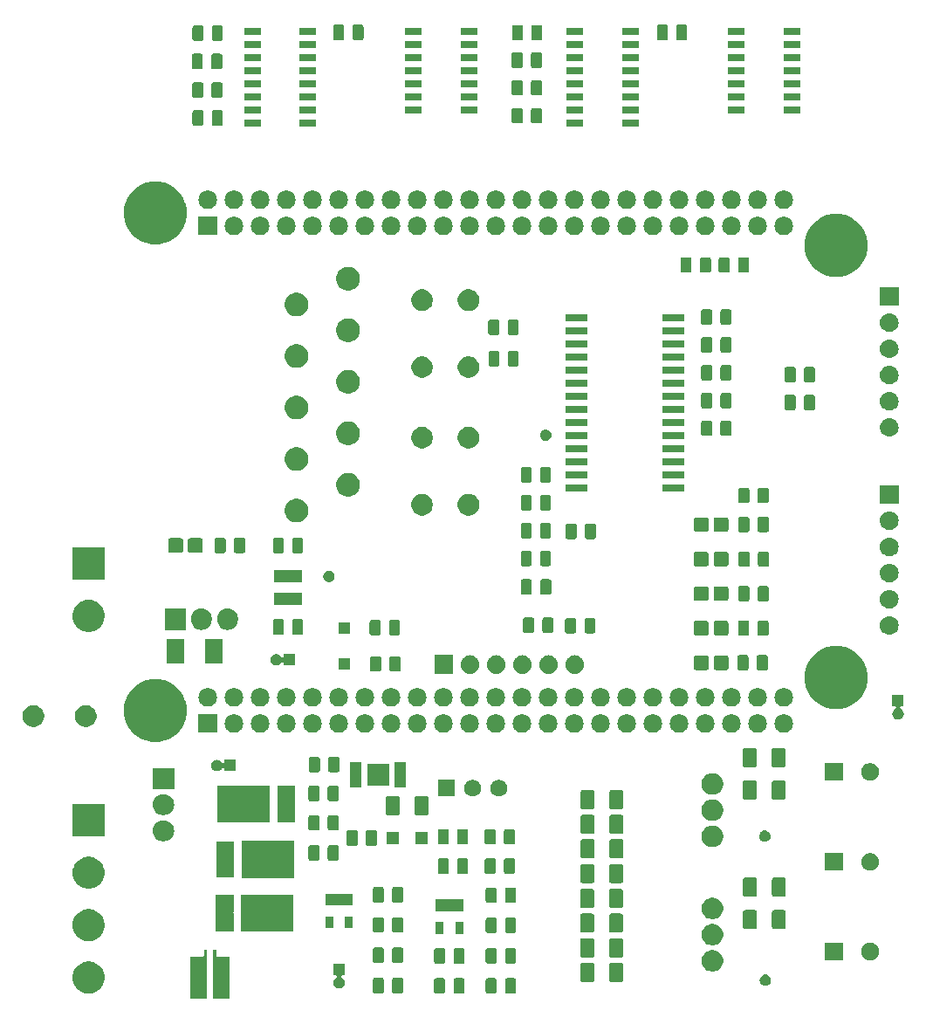
<source format=gts>
G04 #@! TF.GenerationSoftware,KiCad,Pcbnew,5.0.2-bee76a0~70~ubuntu18.04.1*
G04 #@! TF.CreationDate,2019-08-05T20:33:20-05:00*
G04 #@! TF.ProjectId,BBB_SHIELD_V2,4242425f-5348-4494-954c-445f56322e6b,rev?*
G04 #@! TF.SameCoordinates,Original*
G04 #@! TF.FileFunction,Soldermask,Top*
G04 #@! TF.FilePolarity,Negative*
%FSLAX46Y46*%
G04 Gerber Fmt 4.6, Leading zero omitted, Abs format (unit mm)*
G04 Created by KiCad (PCBNEW 5.0.2-bee76a0~70~ubuntu18.04.1) date Mon 05 Aug 2019 08:33:20 PM CDT*
%MOMM*%
%LPD*%
G01*
G04 APERTURE LIST*
%ADD10C,0.100000*%
G04 APERTURE END LIST*
D10*
G36*
X124901000Y-139324000D02*
X124903402Y-139348386D01*
X124910515Y-139371835D01*
X124922066Y-139393446D01*
X124937612Y-139412388D01*
X124956554Y-139427934D01*
X124978165Y-139439485D01*
X125001614Y-139446598D01*
X125026000Y-139449000D01*
X126201000Y-139449000D01*
X126201000Y-143551000D01*
X124599000Y-143551000D01*
X124599000Y-138749000D01*
X124901000Y-138749000D01*
X124901000Y-139324000D01*
X124901000Y-139324000D01*
G37*
G36*
X124001000Y-143551000D02*
X122399000Y-143551000D01*
X122399000Y-139449000D01*
X123574000Y-139449000D01*
X123598386Y-139446598D01*
X123621835Y-139439485D01*
X123643446Y-139427934D01*
X123662388Y-139412388D01*
X123677934Y-139393446D01*
X123689485Y-139371835D01*
X123696598Y-139348386D01*
X123699000Y-139324000D01*
X123699000Y-138749000D01*
X124001000Y-138749000D01*
X124001000Y-143551000D01*
X124001000Y-143551000D01*
G37*
G36*
X151934466Y-141523565D02*
X151973137Y-141535296D01*
X152008779Y-141554348D01*
X152040017Y-141579983D01*
X152065652Y-141611221D01*
X152084704Y-141646863D01*
X152096435Y-141685534D01*
X152101000Y-141731888D01*
X152101000Y-142808112D01*
X152096435Y-142854466D01*
X152084704Y-142893137D01*
X152065652Y-142928779D01*
X152040017Y-142960017D01*
X152008779Y-142985652D01*
X151973137Y-143004704D01*
X151934466Y-143016435D01*
X151888112Y-143021000D01*
X151236888Y-143021000D01*
X151190534Y-143016435D01*
X151151863Y-143004704D01*
X151116221Y-142985652D01*
X151084983Y-142960017D01*
X151059348Y-142928779D01*
X151040296Y-142893137D01*
X151028565Y-142854466D01*
X151024000Y-142808112D01*
X151024000Y-141731888D01*
X151028565Y-141685534D01*
X151040296Y-141646863D01*
X151059348Y-141611221D01*
X151084983Y-141579983D01*
X151116221Y-141554348D01*
X151151863Y-141535296D01*
X151190534Y-141523565D01*
X151236888Y-141519000D01*
X151888112Y-141519000D01*
X151934466Y-141523565D01*
X151934466Y-141523565D01*
G37*
G36*
X148809466Y-141523565D02*
X148848137Y-141535296D01*
X148883779Y-141554348D01*
X148915017Y-141579983D01*
X148940652Y-141611221D01*
X148959704Y-141646863D01*
X148971435Y-141685534D01*
X148976000Y-141731888D01*
X148976000Y-142808112D01*
X148971435Y-142854466D01*
X148959704Y-142893137D01*
X148940652Y-142928779D01*
X148915017Y-142960017D01*
X148883779Y-142985652D01*
X148848137Y-143004704D01*
X148809466Y-143016435D01*
X148763112Y-143021000D01*
X148111888Y-143021000D01*
X148065534Y-143016435D01*
X148026863Y-143004704D01*
X147991221Y-142985652D01*
X147959983Y-142960017D01*
X147934348Y-142928779D01*
X147915296Y-142893137D01*
X147903565Y-142854466D01*
X147899000Y-142808112D01*
X147899000Y-141731888D01*
X147903565Y-141685534D01*
X147915296Y-141646863D01*
X147934348Y-141611221D01*
X147959983Y-141579983D01*
X147991221Y-141554348D01*
X148026863Y-141535296D01*
X148065534Y-141523565D01*
X148111888Y-141519000D01*
X148763112Y-141519000D01*
X148809466Y-141523565D01*
X148809466Y-141523565D01*
G37*
G36*
X146934466Y-141523565D02*
X146973137Y-141535296D01*
X147008779Y-141554348D01*
X147040017Y-141579983D01*
X147065652Y-141611221D01*
X147084704Y-141646863D01*
X147096435Y-141685534D01*
X147101000Y-141731888D01*
X147101000Y-142808112D01*
X147096435Y-142854466D01*
X147084704Y-142893137D01*
X147065652Y-142928779D01*
X147040017Y-142960017D01*
X147008779Y-142985652D01*
X146973137Y-143004704D01*
X146934466Y-143016435D01*
X146888112Y-143021000D01*
X146236888Y-143021000D01*
X146190534Y-143016435D01*
X146151863Y-143004704D01*
X146116221Y-142985652D01*
X146084983Y-142960017D01*
X146059348Y-142928779D01*
X146040296Y-142893137D01*
X146028565Y-142854466D01*
X146024000Y-142808112D01*
X146024000Y-141731888D01*
X146028565Y-141685534D01*
X146040296Y-141646863D01*
X146059348Y-141611221D01*
X146084983Y-141579983D01*
X146116221Y-141554348D01*
X146151863Y-141535296D01*
X146190534Y-141523565D01*
X146236888Y-141519000D01*
X146888112Y-141519000D01*
X146934466Y-141523565D01*
X146934466Y-141523565D01*
G37*
G36*
X153809466Y-141523565D02*
X153848137Y-141535296D01*
X153883779Y-141554348D01*
X153915017Y-141579983D01*
X153940652Y-141611221D01*
X153959704Y-141646863D01*
X153971435Y-141685534D01*
X153976000Y-141731888D01*
X153976000Y-142808112D01*
X153971435Y-142854466D01*
X153959704Y-142893137D01*
X153940652Y-142928779D01*
X153915017Y-142960017D01*
X153883779Y-142985652D01*
X153848137Y-143004704D01*
X153809466Y-143016435D01*
X153763112Y-143021000D01*
X153111888Y-143021000D01*
X153065534Y-143016435D01*
X153026863Y-143004704D01*
X152991221Y-142985652D01*
X152959983Y-142960017D01*
X152934348Y-142928779D01*
X152915296Y-142893137D01*
X152903565Y-142854466D01*
X152899000Y-142808112D01*
X152899000Y-141731888D01*
X152903565Y-141685534D01*
X152915296Y-141646863D01*
X152934348Y-141611221D01*
X152959983Y-141579983D01*
X152991221Y-141554348D01*
X153026863Y-141535296D01*
X153065534Y-141523565D01*
X153111888Y-141519000D01*
X153763112Y-141519000D01*
X153809466Y-141523565D01*
X153809466Y-141523565D01*
G37*
G36*
X112852527Y-139948736D02*
X112952410Y-139968604D01*
X113234674Y-140085521D01*
X113488705Y-140255259D01*
X113704741Y-140471295D01*
X113874479Y-140725326D01*
X113991396Y-141007590D01*
X113991396Y-141007591D01*
X114051000Y-141307238D01*
X114051000Y-141612762D01*
X114022086Y-141758121D01*
X113991396Y-141912410D01*
X113874479Y-142194674D01*
X113704741Y-142448705D01*
X113488705Y-142664741D01*
X113234674Y-142834479D01*
X112952410Y-142951396D01*
X112885506Y-142964704D01*
X112652762Y-143011000D01*
X112347238Y-143011000D01*
X112114494Y-142964704D01*
X112047590Y-142951396D01*
X111765326Y-142834479D01*
X111511295Y-142664741D01*
X111295259Y-142448705D01*
X111125521Y-142194674D01*
X111008604Y-141912410D01*
X110977914Y-141758121D01*
X110949000Y-141612762D01*
X110949000Y-141307238D01*
X111008604Y-141007591D01*
X111008604Y-141007590D01*
X111125521Y-140725326D01*
X111295259Y-140471295D01*
X111511295Y-140255259D01*
X111765326Y-140085521D01*
X112047590Y-139968604D01*
X112147473Y-139948736D01*
X112347238Y-139909000D01*
X112652762Y-139909000D01*
X112852527Y-139948736D01*
X112852527Y-139948736D01*
G37*
G36*
X142859466Y-141483565D02*
X142898137Y-141495296D01*
X142933779Y-141514348D01*
X142965017Y-141539983D01*
X142990652Y-141571221D01*
X143009704Y-141606863D01*
X143021435Y-141645534D01*
X143026000Y-141691888D01*
X143026000Y-142768112D01*
X143021435Y-142814466D01*
X143009704Y-142853137D01*
X142990652Y-142888779D01*
X142965017Y-142920017D01*
X142933779Y-142945652D01*
X142898137Y-142964704D01*
X142859466Y-142976435D01*
X142813112Y-142981000D01*
X142161888Y-142981000D01*
X142115534Y-142976435D01*
X142076863Y-142964704D01*
X142041221Y-142945652D01*
X142009983Y-142920017D01*
X141984348Y-142888779D01*
X141965296Y-142853137D01*
X141953565Y-142814466D01*
X141949000Y-142768112D01*
X141949000Y-141691888D01*
X141953565Y-141645534D01*
X141965296Y-141606863D01*
X141984348Y-141571221D01*
X142009983Y-141539983D01*
X142041221Y-141514348D01*
X142076863Y-141495296D01*
X142115534Y-141483565D01*
X142161888Y-141479000D01*
X142813112Y-141479000D01*
X142859466Y-141483565D01*
X142859466Y-141483565D01*
G37*
G36*
X140984466Y-141483565D02*
X141023137Y-141495296D01*
X141058779Y-141514348D01*
X141090017Y-141539983D01*
X141115652Y-141571221D01*
X141134704Y-141606863D01*
X141146435Y-141645534D01*
X141151000Y-141691888D01*
X141151000Y-142768112D01*
X141146435Y-142814466D01*
X141134704Y-142853137D01*
X141115652Y-142888779D01*
X141090017Y-142920017D01*
X141058779Y-142945652D01*
X141023137Y-142964704D01*
X140984466Y-142976435D01*
X140938112Y-142981000D01*
X140286888Y-142981000D01*
X140240534Y-142976435D01*
X140201863Y-142964704D01*
X140166221Y-142945652D01*
X140134983Y-142920017D01*
X140109348Y-142888779D01*
X140090296Y-142853137D01*
X140078565Y-142814466D01*
X140074000Y-142768112D01*
X140074000Y-141691888D01*
X140078565Y-141645534D01*
X140090296Y-141606863D01*
X140109348Y-141571221D01*
X140134983Y-141539983D01*
X140166221Y-141514348D01*
X140201863Y-141495296D01*
X140240534Y-141483565D01*
X140286888Y-141479000D01*
X140938112Y-141479000D01*
X140984466Y-141483565D01*
X140984466Y-141483565D01*
G37*
G36*
X137351000Y-141251000D02*
X137122738Y-141251000D01*
X137098352Y-141253402D01*
X137074903Y-141260515D01*
X137053292Y-141272066D01*
X137034350Y-141287612D01*
X137018804Y-141306554D01*
X137007253Y-141328165D01*
X137000140Y-141351614D01*
X136997738Y-141376000D01*
X137000140Y-141400386D01*
X137007253Y-141423835D01*
X137018804Y-141445446D01*
X137034350Y-141464388D01*
X137063808Y-141486236D01*
X137107600Y-141509644D01*
X137191501Y-141578499D01*
X137260356Y-141662400D01*
X137311521Y-141758121D01*
X137343027Y-141861985D01*
X137353666Y-141970000D01*
X137343027Y-142078015D01*
X137311521Y-142181879D01*
X137260356Y-142277600D01*
X137191501Y-142361501D01*
X137107600Y-142430356D01*
X137011879Y-142481521D01*
X136908015Y-142513027D01*
X136827067Y-142521000D01*
X136772933Y-142521000D01*
X136691985Y-142513027D01*
X136588121Y-142481521D01*
X136492400Y-142430356D01*
X136408499Y-142361501D01*
X136339644Y-142277600D01*
X136288479Y-142181879D01*
X136256973Y-142078015D01*
X136246334Y-141970000D01*
X136256973Y-141861985D01*
X136288479Y-141758121D01*
X136339644Y-141662400D01*
X136408499Y-141578499D01*
X136492400Y-141509644D01*
X136536195Y-141486234D01*
X136556561Y-141472626D01*
X136573889Y-141455299D01*
X136587502Y-141434924D01*
X136596880Y-141412285D01*
X136601660Y-141388252D01*
X136601660Y-141363748D01*
X136596879Y-141339714D01*
X136587502Y-141317075D01*
X136573888Y-141296701D01*
X136556561Y-141279373D01*
X136536186Y-141265760D01*
X136513547Y-141256382D01*
X136477262Y-141251000D01*
X136249000Y-141251000D01*
X136249000Y-140149000D01*
X137351000Y-140149000D01*
X137351000Y-141251000D01*
X137351000Y-141251000D01*
G37*
G36*
X178310721Y-141180174D02*
X178410995Y-141221709D01*
X178501245Y-141282012D01*
X178577988Y-141358755D01*
X178638291Y-141449005D01*
X178679826Y-141549279D01*
X178701000Y-141655730D01*
X178701000Y-141764270D01*
X178679826Y-141870721D01*
X178638291Y-141970995D01*
X178577988Y-142061245D01*
X178501245Y-142137988D01*
X178410995Y-142198291D01*
X178310721Y-142239826D01*
X178204270Y-142261000D01*
X178095730Y-142261000D01*
X177989279Y-142239826D01*
X177889005Y-142198291D01*
X177798755Y-142137988D01*
X177722012Y-142061245D01*
X177661709Y-141970995D01*
X177620174Y-141870721D01*
X177599000Y-141764270D01*
X177599000Y-141655730D01*
X177620174Y-141549279D01*
X177661709Y-141449005D01*
X177722012Y-141358755D01*
X177798755Y-141282012D01*
X177889005Y-141221709D01*
X177989279Y-141180174D01*
X178095730Y-141159000D01*
X178204270Y-141159000D01*
X178310721Y-141180174D01*
X178310721Y-141180174D01*
G37*
G36*
X164188604Y-140038347D02*
X164225145Y-140049432D01*
X164258820Y-140067431D01*
X164288341Y-140091659D01*
X164312569Y-140121180D01*
X164330568Y-140154855D01*
X164341653Y-140191396D01*
X164346000Y-140235538D01*
X164346000Y-141684462D01*
X164341653Y-141728604D01*
X164330568Y-141765145D01*
X164312569Y-141798820D01*
X164288341Y-141828341D01*
X164258820Y-141852569D01*
X164225145Y-141870568D01*
X164188604Y-141881653D01*
X164144462Y-141886000D01*
X163195538Y-141886000D01*
X163151396Y-141881653D01*
X163114855Y-141870568D01*
X163081180Y-141852569D01*
X163051659Y-141828341D01*
X163027431Y-141798820D01*
X163009432Y-141765145D01*
X162998347Y-141728604D01*
X162994000Y-141684462D01*
X162994000Y-140235538D01*
X162998347Y-140191396D01*
X163009432Y-140154855D01*
X163027431Y-140121180D01*
X163051659Y-140091659D01*
X163081180Y-140067431D01*
X163114855Y-140049432D01*
X163151396Y-140038347D01*
X163195538Y-140034000D01*
X164144462Y-140034000D01*
X164188604Y-140038347D01*
X164188604Y-140038347D01*
G37*
G36*
X161388604Y-140038347D02*
X161425145Y-140049432D01*
X161458820Y-140067431D01*
X161488341Y-140091659D01*
X161512569Y-140121180D01*
X161530568Y-140154855D01*
X161541653Y-140191396D01*
X161546000Y-140235538D01*
X161546000Y-141684462D01*
X161541653Y-141728604D01*
X161530568Y-141765145D01*
X161512569Y-141798820D01*
X161488341Y-141828341D01*
X161458820Y-141852569D01*
X161425145Y-141870568D01*
X161388604Y-141881653D01*
X161344462Y-141886000D01*
X160395538Y-141886000D01*
X160351396Y-141881653D01*
X160314855Y-141870568D01*
X160281180Y-141852569D01*
X160251659Y-141828341D01*
X160227431Y-141798820D01*
X160209432Y-141765145D01*
X160198347Y-141728604D01*
X160194000Y-141684462D01*
X160194000Y-140235538D01*
X160198347Y-140191396D01*
X160209432Y-140154855D01*
X160227431Y-140121180D01*
X160251659Y-140091659D01*
X160281180Y-140067431D01*
X160314855Y-140049432D01*
X160351396Y-140038347D01*
X160395538Y-140034000D01*
X161344462Y-140034000D01*
X161388604Y-140038347D01*
X161388604Y-140038347D01*
G37*
G36*
X173316565Y-138819389D02*
X173507834Y-138898615D01*
X173679976Y-139013637D01*
X173826363Y-139160024D01*
X173941385Y-139332166D01*
X174020611Y-139523435D01*
X174061000Y-139726484D01*
X174061000Y-139933516D01*
X174020611Y-140136565D01*
X173941385Y-140327834D01*
X173826363Y-140499976D01*
X173679976Y-140646363D01*
X173507834Y-140761385D01*
X173316565Y-140840611D01*
X173113516Y-140881000D01*
X172906484Y-140881000D01*
X172703435Y-140840611D01*
X172512166Y-140761385D01*
X172340024Y-140646363D01*
X172193637Y-140499976D01*
X172078615Y-140327834D01*
X171999389Y-140136565D01*
X171959000Y-139933516D01*
X171959000Y-139726484D01*
X171999389Y-139523435D01*
X172078615Y-139332166D01*
X172193637Y-139160024D01*
X172340024Y-139013637D01*
X172512166Y-138898615D01*
X172703435Y-138819389D01*
X172906484Y-138779000D01*
X173113516Y-138779000D01*
X173316565Y-138819389D01*
X173316565Y-138819389D01*
G37*
G36*
X146934466Y-138623565D02*
X146973137Y-138635296D01*
X147008779Y-138654348D01*
X147040017Y-138679983D01*
X147065652Y-138711221D01*
X147084704Y-138746863D01*
X147096435Y-138785534D01*
X147101000Y-138831888D01*
X147101000Y-139908112D01*
X147096435Y-139954466D01*
X147084704Y-139993137D01*
X147065652Y-140028779D01*
X147040017Y-140060017D01*
X147008779Y-140085652D01*
X146973137Y-140104704D01*
X146934466Y-140116435D01*
X146888112Y-140121000D01*
X146236888Y-140121000D01*
X146190534Y-140116435D01*
X146151863Y-140104704D01*
X146116221Y-140085652D01*
X146084983Y-140060017D01*
X146059348Y-140028779D01*
X146040296Y-139993137D01*
X146028565Y-139954466D01*
X146024000Y-139908112D01*
X146024000Y-138831888D01*
X146028565Y-138785534D01*
X146040296Y-138746863D01*
X146059348Y-138711221D01*
X146084983Y-138679983D01*
X146116221Y-138654348D01*
X146151863Y-138635296D01*
X146190534Y-138623565D01*
X146236888Y-138619000D01*
X146888112Y-138619000D01*
X146934466Y-138623565D01*
X146934466Y-138623565D01*
G37*
G36*
X148809466Y-138623565D02*
X148848137Y-138635296D01*
X148883779Y-138654348D01*
X148915017Y-138679983D01*
X148940652Y-138711221D01*
X148959704Y-138746863D01*
X148971435Y-138785534D01*
X148976000Y-138831888D01*
X148976000Y-139908112D01*
X148971435Y-139954466D01*
X148959704Y-139993137D01*
X148940652Y-140028779D01*
X148915017Y-140060017D01*
X148883779Y-140085652D01*
X148848137Y-140104704D01*
X148809466Y-140116435D01*
X148763112Y-140121000D01*
X148111888Y-140121000D01*
X148065534Y-140116435D01*
X148026863Y-140104704D01*
X147991221Y-140085652D01*
X147959983Y-140060017D01*
X147934348Y-140028779D01*
X147915296Y-139993137D01*
X147903565Y-139954466D01*
X147899000Y-139908112D01*
X147899000Y-138831888D01*
X147903565Y-138785534D01*
X147915296Y-138746863D01*
X147934348Y-138711221D01*
X147959983Y-138679983D01*
X147991221Y-138654348D01*
X148026863Y-138635296D01*
X148065534Y-138623565D01*
X148111888Y-138619000D01*
X148763112Y-138619000D01*
X148809466Y-138623565D01*
X148809466Y-138623565D01*
G37*
G36*
X153809466Y-138590231D02*
X153848137Y-138601962D01*
X153883779Y-138621014D01*
X153915017Y-138646649D01*
X153940652Y-138677887D01*
X153959704Y-138713529D01*
X153971435Y-138752200D01*
X153976000Y-138798554D01*
X153976000Y-139874778D01*
X153971435Y-139921132D01*
X153959704Y-139959803D01*
X153940652Y-139995445D01*
X153915017Y-140026683D01*
X153883779Y-140052318D01*
X153848137Y-140071370D01*
X153809466Y-140083101D01*
X153763112Y-140087666D01*
X153111888Y-140087666D01*
X153065534Y-140083101D01*
X153026863Y-140071370D01*
X152991221Y-140052318D01*
X152959983Y-140026683D01*
X152934348Y-139995445D01*
X152915296Y-139959803D01*
X152903565Y-139921132D01*
X152899000Y-139874778D01*
X152899000Y-138798554D01*
X152903565Y-138752200D01*
X152915296Y-138713529D01*
X152934348Y-138677887D01*
X152959983Y-138646649D01*
X152991221Y-138621014D01*
X153026863Y-138601962D01*
X153065534Y-138590231D01*
X153111888Y-138585666D01*
X153763112Y-138585666D01*
X153809466Y-138590231D01*
X153809466Y-138590231D01*
G37*
G36*
X151934466Y-138590231D02*
X151973137Y-138601962D01*
X152008779Y-138621014D01*
X152040017Y-138646649D01*
X152065652Y-138677887D01*
X152084704Y-138713529D01*
X152096435Y-138752200D01*
X152101000Y-138798554D01*
X152101000Y-139874778D01*
X152096435Y-139921132D01*
X152084704Y-139959803D01*
X152065652Y-139995445D01*
X152040017Y-140026683D01*
X152008779Y-140052318D01*
X151973137Y-140071370D01*
X151934466Y-140083101D01*
X151888112Y-140087666D01*
X151236888Y-140087666D01*
X151190534Y-140083101D01*
X151151863Y-140071370D01*
X151116221Y-140052318D01*
X151084983Y-140026683D01*
X151059348Y-139995445D01*
X151040296Y-139959803D01*
X151028565Y-139921132D01*
X151024000Y-139874778D01*
X151024000Y-138798554D01*
X151028565Y-138752200D01*
X151040296Y-138713529D01*
X151059348Y-138677887D01*
X151084983Y-138646649D01*
X151116221Y-138621014D01*
X151151863Y-138601962D01*
X151190534Y-138590231D01*
X151236888Y-138585666D01*
X151888112Y-138585666D01*
X151934466Y-138590231D01*
X151934466Y-138590231D01*
G37*
G36*
X140984466Y-138550231D02*
X141023137Y-138561962D01*
X141058779Y-138581014D01*
X141090017Y-138606649D01*
X141115652Y-138637887D01*
X141134704Y-138673529D01*
X141146435Y-138712200D01*
X141151000Y-138758554D01*
X141151000Y-139834778D01*
X141146435Y-139881132D01*
X141134704Y-139919803D01*
X141115652Y-139955445D01*
X141090017Y-139986683D01*
X141058779Y-140012318D01*
X141023137Y-140031370D01*
X140984466Y-140043101D01*
X140938112Y-140047666D01*
X140286888Y-140047666D01*
X140240534Y-140043101D01*
X140201863Y-140031370D01*
X140166221Y-140012318D01*
X140134983Y-139986683D01*
X140109348Y-139955445D01*
X140090296Y-139919803D01*
X140078565Y-139881132D01*
X140074000Y-139834778D01*
X140074000Y-138758554D01*
X140078565Y-138712200D01*
X140090296Y-138673529D01*
X140109348Y-138637887D01*
X140134983Y-138606649D01*
X140166221Y-138581014D01*
X140201863Y-138561962D01*
X140240534Y-138550231D01*
X140286888Y-138545666D01*
X140938112Y-138545666D01*
X140984466Y-138550231D01*
X140984466Y-138550231D01*
G37*
G36*
X142859466Y-138550231D02*
X142898137Y-138561962D01*
X142933779Y-138581014D01*
X142965017Y-138606649D01*
X142990652Y-138637887D01*
X143009704Y-138673529D01*
X143021435Y-138712200D01*
X143026000Y-138758554D01*
X143026000Y-139834778D01*
X143021435Y-139881132D01*
X143009704Y-139919803D01*
X142990652Y-139955445D01*
X142965017Y-139986683D01*
X142933779Y-140012318D01*
X142898137Y-140031370D01*
X142859466Y-140043101D01*
X142813112Y-140047666D01*
X142161888Y-140047666D01*
X142115534Y-140043101D01*
X142076863Y-140031370D01*
X142041221Y-140012318D01*
X142009983Y-139986683D01*
X141984348Y-139955445D01*
X141965296Y-139919803D01*
X141953565Y-139881132D01*
X141949000Y-139834778D01*
X141949000Y-138758554D01*
X141953565Y-138712200D01*
X141965296Y-138673529D01*
X141984348Y-138637887D01*
X142009983Y-138606649D01*
X142041221Y-138581014D01*
X142076863Y-138561962D01*
X142115534Y-138550231D01*
X142161888Y-138545666D01*
X142813112Y-138545666D01*
X142859466Y-138550231D01*
X142859466Y-138550231D01*
G37*
G36*
X185661000Y-139781000D02*
X183959000Y-139781000D01*
X183959000Y-138079000D01*
X185661000Y-138079000D01*
X185661000Y-139781000D01*
X185661000Y-139781000D01*
G37*
G36*
X188558228Y-138111703D02*
X188713100Y-138175853D01*
X188852481Y-138268985D01*
X188971015Y-138387519D01*
X189064147Y-138526900D01*
X189128297Y-138681772D01*
X189161000Y-138846184D01*
X189161000Y-139013816D01*
X189128297Y-139178228D01*
X189064147Y-139333100D01*
X188971015Y-139472481D01*
X188852481Y-139591015D01*
X188713100Y-139684147D01*
X188558228Y-139748297D01*
X188393816Y-139781000D01*
X188226184Y-139781000D01*
X188061772Y-139748297D01*
X187906900Y-139684147D01*
X187767519Y-139591015D01*
X187648985Y-139472481D01*
X187555853Y-139333100D01*
X187491703Y-139178228D01*
X187459000Y-139013816D01*
X187459000Y-138846184D01*
X187491703Y-138681772D01*
X187555853Y-138526900D01*
X187648985Y-138387519D01*
X187767519Y-138268985D01*
X187906900Y-138175853D01*
X188061772Y-138111703D01*
X188226184Y-138079000D01*
X188393816Y-138079000D01*
X188558228Y-138111703D01*
X188558228Y-138111703D01*
G37*
G36*
X161388604Y-137658347D02*
X161425145Y-137669432D01*
X161458820Y-137687431D01*
X161488341Y-137711659D01*
X161512569Y-137741180D01*
X161530568Y-137774855D01*
X161541653Y-137811396D01*
X161546000Y-137855538D01*
X161546000Y-139304462D01*
X161541653Y-139348604D01*
X161530568Y-139385145D01*
X161512569Y-139418820D01*
X161488341Y-139448341D01*
X161458820Y-139472569D01*
X161425145Y-139490568D01*
X161388604Y-139501653D01*
X161344462Y-139506000D01*
X160395538Y-139506000D01*
X160351396Y-139501653D01*
X160314855Y-139490568D01*
X160281180Y-139472569D01*
X160251659Y-139448341D01*
X160227431Y-139418820D01*
X160209432Y-139385145D01*
X160198347Y-139348604D01*
X160194000Y-139304462D01*
X160194000Y-137855538D01*
X160198347Y-137811396D01*
X160209432Y-137774855D01*
X160227431Y-137741180D01*
X160251659Y-137711659D01*
X160281180Y-137687431D01*
X160314855Y-137669432D01*
X160351396Y-137658347D01*
X160395538Y-137654000D01*
X161344462Y-137654000D01*
X161388604Y-137658347D01*
X161388604Y-137658347D01*
G37*
G36*
X164188604Y-137658347D02*
X164225145Y-137669432D01*
X164258820Y-137687431D01*
X164288341Y-137711659D01*
X164312569Y-137741180D01*
X164330568Y-137774855D01*
X164341653Y-137811396D01*
X164346000Y-137855538D01*
X164346000Y-139304462D01*
X164341653Y-139348604D01*
X164330568Y-139385145D01*
X164312569Y-139418820D01*
X164288341Y-139448341D01*
X164258820Y-139472569D01*
X164225145Y-139490568D01*
X164188604Y-139501653D01*
X164144462Y-139506000D01*
X163195538Y-139506000D01*
X163151396Y-139501653D01*
X163114855Y-139490568D01*
X163081180Y-139472569D01*
X163051659Y-139448341D01*
X163027431Y-139418820D01*
X163009432Y-139385145D01*
X162998347Y-139348604D01*
X162994000Y-139304462D01*
X162994000Y-137855538D01*
X162998347Y-137811396D01*
X163009432Y-137774855D01*
X163027431Y-137741180D01*
X163051659Y-137711659D01*
X163081180Y-137687431D01*
X163114855Y-137669432D01*
X163151396Y-137658347D01*
X163195538Y-137654000D01*
X164144462Y-137654000D01*
X164188604Y-137658347D01*
X164188604Y-137658347D01*
G37*
G36*
X173316565Y-136279389D02*
X173507834Y-136358615D01*
X173679976Y-136473637D01*
X173826363Y-136620024D01*
X173941385Y-136792166D01*
X174020611Y-136983435D01*
X174061000Y-137186484D01*
X174061000Y-137393516D01*
X174020611Y-137596565D01*
X173941385Y-137787834D01*
X173826363Y-137959976D01*
X173679976Y-138106363D01*
X173507834Y-138221385D01*
X173316565Y-138300611D01*
X173113516Y-138341000D01*
X172906484Y-138341000D01*
X172703435Y-138300611D01*
X172512166Y-138221385D01*
X172340024Y-138106363D01*
X172193637Y-137959976D01*
X172078615Y-137787834D01*
X171999389Y-137596565D01*
X171959000Y-137393516D01*
X171959000Y-137186484D01*
X171999389Y-136983435D01*
X172078615Y-136792166D01*
X172193637Y-136620024D01*
X172340024Y-136473637D01*
X172512166Y-136358615D01*
X172703435Y-136279389D01*
X172906484Y-136239000D01*
X173113516Y-136239000D01*
X173316565Y-136279389D01*
X173316565Y-136279389D01*
G37*
G36*
X112852527Y-134868736D02*
X112952410Y-134888604D01*
X113234674Y-135005521D01*
X113488705Y-135175259D01*
X113704741Y-135391295D01*
X113874479Y-135645326D01*
X113991396Y-135927590D01*
X113991396Y-135927591D01*
X114023503Y-136089000D01*
X114051000Y-136227240D01*
X114051000Y-136532760D01*
X113991396Y-136832410D01*
X113874479Y-137114674D01*
X113704741Y-137368705D01*
X113488705Y-137584741D01*
X113234674Y-137754479D01*
X112952410Y-137871396D01*
X112852527Y-137891264D01*
X112652762Y-137931000D01*
X112347238Y-137931000D01*
X112147473Y-137891264D01*
X112047590Y-137871396D01*
X111765326Y-137754479D01*
X111511295Y-137584741D01*
X111295259Y-137368705D01*
X111125521Y-137114674D01*
X111008604Y-136832410D01*
X110949000Y-136532760D01*
X110949000Y-136227240D01*
X110976498Y-136089000D01*
X111008604Y-135927591D01*
X111008604Y-135927590D01*
X111125521Y-135645326D01*
X111295259Y-135391295D01*
X111511295Y-135175259D01*
X111765326Y-135005521D01*
X112047590Y-134888604D01*
X112147473Y-134868736D01*
X112347238Y-134829000D01*
X112652762Y-134829000D01*
X112852527Y-134868736D01*
X112852527Y-134868736D01*
G37*
G36*
X148826000Y-137251000D02*
X148074000Y-137251000D01*
X148074000Y-136089000D01*
X148826000Y-136089000D01*
X148826000Y-137251000D01*
X148826000Y-137251000D01*
G37*
G36*
X146926000Y-137251000D02*
X146174000Y-137251000D01*
X146174000Y-136089000D01*
X146926000Y-136089000D01*
X146926000Y-137251000D01*
X146926000Y-137251000D01*
G37*
G36*
X151934466Y-135656898D02*
X151973137Y-135668629D01*
X152008779Y-135687681D01*
X152040017Y-135713316D01*
X152065652Y-135744554D01*
X152084704Y-135780196D01*
X152096435Y-135818867D01*
X152101000Y-135865221D01*
X152101000Y-136941445D01*
X152096435Y-136987799D01*
X152084704Y-137026470D01*
X152065652Y-137062112D01*
X152040017Y-137093350D01*
X152008779Y-137118985D01*
X151973137Y-137138037D01*
X151934466Y-137149768D01*
X151888112Y-137154333D01*
X151236888Y-137154333D01*
X151190534Y-137149768D01*
X151151863Y-137138037D01*
X151116221Y-137118985D01*
X151084983Y-137093350D01*
X151059348Y-137062112D01*
X151040296Y-137026470D01*
X151028565Y-136987799D01*
X151024000Y-136941445D01*
X151024000Y-135865221D01*
X151028565Y-135818867D01*
X151040296Y-135780196D01*
X151059348Y-135744554D01*
X151084983Y-135713316D01*
X151116221Y-135687681D01*
X151151863Y-135668629D01*
X151190534Y-135656898D01*
X151236888Y-135652333D01*
X151888112Y-135652333D01*
X151934466Y-135656898D01*
X151934466Y-135656898D01*
G37*
G36*
X153809466Y-135656898D02*
X153848137Y-135668629D01*
X153883779Y-135687681D01*
X153915017Y-135713316D01*
X153940652Y-135744554D01*
X153959704Y-135780196D01*
X153971435Y-135818867D01*
X153976000Y-135865221D01*
X153976000Y-136941445D01*
X153971435Y-136987799D01*
X153959704Y-137026470D01*
X153940652Y-137062112D01*
X153915017Y-137093350D01*
X153883779Y-137118985D01*
X153848137Y-137138037D01*
X153809466Y-137149768D01*
X153763112Y-137154333D01*
X153111888Y-137154333D01*
X153065534Y-137149768D01*
X153026863Y-137138037D01*
X152991221Y-137118985D01*
X152959983Y-137093350D01*
X152934348Y-137062112D01*
X152915296Y-137026470D01*
X152903565Y-136987799D01*
X152899000Y-136941445D01*
X152899000Y-135865221D01*
X152903565Y-135818867D01*
X152915296Y-135780196D01*
X152934348Y-135744554D01*
X152959983Y-135713316D01*
X152991221Y-135687681D01*
X153026863Y-135668629D01*
X153065534Y-135656898D01*
X153111888Y-135652333D01*
X153763112Y-135652333D01*
X153809466Y-135656898D01*
X153809466Y-135656898D01*
G37*
G36*
X140984466Y-135616898D02*
X141023137Y-135628629D01*
X141058779Y-135647681D01*
X141090017Y-135673316D01*
X141115652Y-135704554D01*
X141134704Y-135740196D01*
X141146435Y-135778867D01*
X141151000Y-135825221D01*
X141151000Y-136901445D01*
X141146435Y-136947799D01*
X141134704Y-136986470D01*
X141115652Y-137022112D01*
X141090017Y-137053350D01*
X141058779Y-137078985D01*
X141023137Y-137098037D01*
X140984466Y-137109768D01*
X140938112Y-137114333D01*
X140286888Y-137114333D01*
X140240534Y-137109768D01*
X140201863Y-137098037D01*
X140166221Y-137078985D01*
X140134983Y-137053350D01*
X140109348Y-137022112D01*
X140090296Y-136986470D01*
X140078565Y-136947799D01*
X140074000Y-136901445D01*
X140074000Y-135825221D01*
X140078565Y-135778867D01*
X140090296Y-135740196D01*
X140109348Y-135704554D01*
X140134983Y-135673316D01*
X140166221Y-135647681D01*
X140201863Y-135628629D01*
X140240534Y-135616898D01*
X140286888Y-135612333D01*
X140938112Y-135612333D01*
X140984466Y-135616898D01*
X140984466Y-135616898D01*
G37*
G36*
X142859466Y-135616898D02*
X142898137Y-135628629D01*
X142933779Y-135647681D01*
X142965017Y-135673316D01*
X142990652Y-135704554D01*
X143009704Y-135740196D01*
X143021435Y-135778867D01*
X143026000Y-135825221D01*
X143026000Y-136901445D01*
X143021435Y-136947799D01*
X143009704Y-136986470D01*
X142990652Y-137022112D01*
X142965017Y-137053350D01*
X142933779Y-137078985D01*
X142898137Y-137098037D01*
X142859466Y-137109768D01*
X142813112Y-137114333D01*
X142161888Y-137114333D01*
X142115534Y-137109768D01*
X142076863Y-137098037D01*
X142041221Y-137078985D01*
X142009983Y-137053350D01*
X141984348Y-137022112D01*
X141965296Y-136986470D01*
X141953565Y-136947799D01*
X141949000Y-136901445D01*
X141949000Y-135825221D01*
X141953565Y-135778867D01*
X141965296Y-135740196D01*
X141984348Y-135704554D01*
X142009983Y-135673316D01*
X142041221Y-135647681D01*
X142076863Y-135628629D01*
X142115534Y-135616898D01*
X142161888Y-135612333D01*
X142813112Y-135612333D01*
X142859466Y-135616898D01*
X142859466Y-135616898D01*
G37*
G36*
X161388604Y-135258347D02*
X161425145Y-135269432D01*
X161458820Y-135287431D01*
X161488341Y-135311659D01*
X161512569Y-135341180D01*
X161530568Y-135374855D01*
X161541653Y-135411396D01*
X161546000Y-135455538D01*
X161546000Y-136904462D01*
X161541653Y-136948604D01*
X161530568Y-136985145D01*
X161512569Y-137018820D01*
X161488341Y-137048341D01*
X161458820Y-137072569D01*
X161425145Y-137090568D01*
X161388604Y-137101653D01*
X161344462Y-137106000D01*
X160395538Y-137106000D01*
X160351396Y-137101653D01*
X160314855Y-137090568D01*
X160281180Y-137072569D01*
X160251659Y-137048341D01*
X160227431Y-137018820D01*
X160209432Y-136985145D01*
X160198347Y-136948604D01*
X160194000Y-136904462D01*
X160194000Y-135455538D01*
X160198347Y-135411396D01*
X160209432Y-135374855D01*
X160227431Y-135341180D01*
X160251659Y-135311659D01*
X160281180Y-135287431D01*
X160314855Y-135269432D01*
X160351396Y-135258347D01*
X160395538Y-135254000D01*
X161344462Y-135254000D01*
X161388604Y-135258347D01*
X161388604Y-135258347D01*
G37*
G36*
X164188604Y-135258347D02*
X164225145Y-135269432D01*
X164258820Y-135287431D01*
X164288341Y-135311659D01*
X164312569Y-135341180D01*
X164330568Y-135374855D01*
X164341653Y-135411396D01*
X164346000Y-135455538D01*
X164346000Y-136904462D01*
X164341653Y-136948604D01*
X164330568Y-136985145D01*
X164312569Y-137018820D01*
X164288341Y-137048341D01*
X164258820Y-137072569D01*
X164225145Y-137090568D01*
X164188604Y-137101653D01*
X164144462Y-137106000D01*
X163195538Y-137106000D01*
X163151396Y-137101653D01*
X163114855Y-137090568D01*
X163081180Y-137072569D01*
X163051659Y-137048341D01*
X163027431Y-137018820D01*
X163009432Y-136985145D01*
X162998347Y-136948604D01*
X162994000Y-136904462D01*
X162994000Y-135455538D01*
X162998347Y-135411396D01*
X163009432Y-135374855D01*
X163027431Y-135341180D01*
X163051659Y-135311659D01*
X163081180Y-135287431D01*
X163114855Y-135269432D01*
X163151396Y-135258347D01*
X163195538Y-135254000D01*
X164144462Y-135254000D01*
X164188604Y-135258347D01*
X164188604Y-135258347D01*
G37*
G36*
X132336468Y-133400892D02*
X132349042Y-133404706D01*
X132360618Y-133410894D01*
X132370773Y-133419227D01*
X132379106Y-133429382D01*
X132385294Y-133440958D01*
X132389108Y-133453532D01*
X132391000Y-133472741D01*
X132391000Y-136927259D01*
X132389108Y-136946468D01*
X132385294Y-136959042D01*
X132379106Y-136970618D01*
X132370773Y-136980773D01*
X132360618Y-136989106D01*
X132349042Y-136995294D01*
X132336468Y-136999108D01*
X132317259Y-137001000D01*
X127362741Y-137001000D01*
X127343532Y-136999108D01*
X127330958Y-136995294D01*
X127319382Y-136989106D01*
X127309227Y-136980773D01*
X127300894Y-136970618D01*
X127294706Y-136959042D01*
X127290892Y-136946468D01*
X127289000Y-136927259D01*
X127289000Y-133472741D01*
X127290892Y-133453532D01*
X127294706Y-133440958D01*
X127300894Y-133429382D01*
X127309227Y-133419227D01*
X127319382Y-133410894D01*
X127330958Y-133404706D01*
X127343532Y-133400892D01*
X127362741Y-133399000D01*
X132317259Y-133399000D01*
X132336468Y-133400892D01*
X132336468Y-133400892D01*
G37*
G36*
X126561000Y-135152263D02*
X126560934Y-135152938D01*
X126560355Y-135154845D01*
X126556684Y-135163707D01*
X126551902Y-135187740D01*
X126551900Y-135212245D01*
X126556679Y-135236278D01*
X126560353Y-135245148D01*
X126560934Y-135247062D01*
X126561000Y-135247737D01*
X126561000Y-136971000D01*
X124859000Y-136971000D01*
X124859000Y-135247737D01*
X124859066Y-135247062D01*
X124859645Y-135245155D01*
X124863316Y-135236293D01*
X124868098Y-135212260D01*
X124868100Y-135187755D01*
X124863321Y-135163722D01*
X124859647Y-135154852D01*
X124859066Y-135152938D01*
X124859000Y-135152263D01*
X124859000Y-133429000D01*
X126561000Y-133429000D01*
X126561000Y-135152263D01*
X126561000Y-135152263D01*
G37*
G36*
X179988604Y-134918347D02*
X180025145Y-134929432D01*
X180058820Y-134947431D01*
X180088341Y-134971659D01*
X180112569Y-135001180D01*
X180130568Y-135034855D01*
X180141653Y-135071396D01*
X180146000Y-135115538D01*
X180146000Y-136564462D01*
X180141653Y-136608604D01*
X180130568Y-136645145D01*
X180112569Y-136678820D01*
X180088341Y-136708341D01*
X180058820Y-136732569D01*
X180025145Y-136750568D01*
X179988604Y-136761653D01*
X179944462Y-136766000D01*
X178995538Y-136766000D01*
X178951396Y-136761653D01*
X178914855Y-136750568D01*
X178881180Y-136732569D01*
X178851659Y-136708341D01*
X178827431Y-136678820D01*
X178809432Y-136645145D01*
X178798347Y-136608604D01*
X178794000Y-136564462D01*
X178794000Y-135115538D01*
X178798347Y-135071396D01*
X178809432Y-135034855D01*
X178827431Y-135001180D01*
X178851659Y-134971659D01*
X178881180Y-134947431D01*
X178914855Y-134929432D01*
X178951396Y-134918347D01*
X178995538Y-134914000D01*
X179944462Y-134914000D01*
X179988604Y-134918347D01*
X179988604Y-134918347D01*
G37*
G36*
X177188604Y-134918347D02*
X177225145Y-134929432D01*
X177258820Y-134947431D01*
X177288341Y-134971659D01*
X177312569Y-135001180D01*
X177330568Y-135034855D01*
X177341653Y-135071396D01*
X177346000Y-135115538D01*
X177346000Y-136564462D01*
X177341653Y-136608604D01*
X177330568Y-136645145D01*
X177312569Y-136678820D01*
X177288341Y-136708341D01*
X177258820Y-136732569D01*
X177225145Y-136750568D01*
X177188604Y-136761653D01*
X177144462Y-136766000D01*
X176195538Y-136766000D01*
X176151396Y-136761653D01*
X176114855Y-136750568D01*
X176081180Y-136732569D01*
X176051659Y-136708341D01*
X176027431Y-136678820D01*
X176009432Y-136645145D01*
X175998347Y-136608604D01*
X175994000Y-136564462D01*
X175994000Y-135115538D01*
X175998347Y-135071396D01*
X176009432Y-135034855D01*
X176027431Y-135001180D01*
X176051659Y-134971659D01*
X176081180Y-134947431D01*
X176114855Y-134929432D01*
X176151396Y-134918347D01*
X176195538Y-134914000D01*
X177144462Y-134914000D01*
X177188604Y-134918347D01*
X177188604Y-134918347D01*
G37*
G36*
X136226000Y-136681000D02*
X135474000Y-136681000D01*
X135474000Y-135519000D01*
X136226000Y-135519000D01*
X136226000Y-136681000D01*
X136226000Y-136681000D01*
G37*
G36*
X138126000Y-136681000D02*
X137374000Y-136681000D01*
X137374000Y-135519000D01*
X138126000Y-135519000D01*
X138126000Y-136681000D01*
X138126000Y-136681000D01*
G37*
G36*
X173316565Y-133739389D02*
X173507834Y-133818615D01*
X173679976Y-133933637D01*
X173826363Y-134080024D01*
X173941385Y-134252166D01*
X174020611Y-134443435D01*
X174061000Y-134646484D01*
X174061000Y-134853516D01*
X174020611Y-135056565D01*
X173941385Y-135247834D01*
X173826363Y-135419976D01*
X173679976Y-135566363D01*
X173507834Y-135681385D01*
X173316565Y-135760611D01*
X173113516Y-135801000D01*
X172906484Y-135801000D01*
X172703435Y-135760611D01*
X172512166Y-135681385D01*
X172340024Y-135566363D01*
X172193637Y-135419976D01*
X172078615Y-135247834D01*
X171999389Y-135056565D01*
X171959000Y-134853516D01*
X171959000Y-134646484D01*
X171999389Y-134443435D01*
X172078615Y-134252166D01*
X172193637Y-134080024D01*
X172340024Y-133933637D01*
X172512166Y-133818615D01*
X172703435Y-133739389D01*
X172906484Y-133699000D01*
X173113516Y-133699000D01*
X173316565Y-133739389D01*
X173316565Y-133739389D01*
G37*
G36*
X148826000Y-135051000D02*
X146174000Y-135051000D01*
X146174000Y-133889000D01*
X148826000Y-133889000D01*
X148826000Y-135051000D01*
X148826000Y-135051000D01*
G37*
G36*
X164188604Y-132868347D02*
X164225145Y-132879432D01*
X164258820Y-132897431D01*
X164288341Y-132921659D01*
X164312569Y-132951180D01*
X164330568Y-132984855D01*
X164341653Y-133021396D01*
X164346000Y-133065538D01*
X164346000Y-134514462D01*
X164341653Y-134558604D01*
X164330568Y-134595145D01*
X164312569Y-134628820D01*
X164288341Y-134658341D01*
X164258820Y-134682569D01*
X164225145Y-134700568D01*
X164188604Y-134711653D01*
X164144462Y-134716000D01*
X163195538Y-134716000D01*
X163151396Y-134711653D01*
X163114855Y-134700568D01*
X163081180Y-134682569D01*
X163051659Y-134658341D01*
X163027431Y-134628820D01*
X163009432Y-134595145D01*
X162998347Y-134558604D01*
X162994000Y-134514462D01*
X162994000Y-133065538D01*
X162998347Y-133021396D01*
X163009432Y-132984855D01*
X163027431Y-132951180D01*
X163051659Y-132921659D01*
X163081180Y-132897431D01*
X163114855Y-132879432D01*
X163151396Y-132868347D01*
X163195538Y-132864000D01*
X164144462Y-132864000D01*
X164188604Y-132868347D01*
X164188604Y-132868347D01*
G37*
G36*
X161388604Y-132868347D02*
X161425145Y-132879432D01*
X161458820Y-132897431D01*
X161488341Y-132921659D01*
X161512569Y-132951180D01*
X161530568Y-132984855D01*
X161541653Y-133021396D01*
X161546000Y-133065538D01*
X161546000Y-134514462D01*
X161541653Y-134558604D01*
X161530568Y-134595145D01*
X161512569Y-134628820D01*
X161488341Y-134658341D01*
X161458820Y-134682569D01*
X161425145Y-134700568D01*
X161388604Y-134711653D01*
X161344462Y-134716000D01*
X160395538Y-134716000D01*
X160351396Y-134711653D01*
X160314855Y-134700568D01*
X160281180Y-134682569D01*
X160251659Y-134658341D01*
X160227431Y-134628820D01*
X160209432Y-134595145D01*
X160198347Y-134558604D01*
X160194000Y-134514462D01*
X160194000Y-133065538D01*
X160198347Y-133021396D01*
X160209432Y-132984855D01*
X160227431Y-132951180D01*
X160251659Y-132921659D01*
X160281180Y-132897431D01*
X160314855Y-132879432D01*
X160351396Y-132868347D01*
X160395538Y-132864000D01*
X161344462Y-132864000D01*
X161388604Y-132868347D01*
X161388604Y-132868347D01*
G37*
G36*
X138126000Y-134481000D02*
X135474000Y-134481000D01*
X135474000Y-133319000D01*
X138126000Y-133319000D01*
X138126000Y-134481000D01*
X138126000Y-134481000D01*
G37*
G36*
X151934466Y-132723565D02*
X151973137Y-132735296D01*
X152008779Y-132754348D01*
X152040017Y-132779983D01*
X152065652Y-132811221D01*
X152084704Y-132846863D01*
X152096435Y-132885534D01*
X152101000Y-132931888D01*
X152101000Y-134008112D01*
X152096435Y-134054466D01*
X152084704Y-134093137D01*
X152065652Y-134128779D01*
X152040017Y-134160017D01*
X152008779Y-134185652D01*
X151973137Y-134204704D01*
X151934466Y-134216435D01*
X151888112Y-134221000D01*
X151236888Y-134221000D01*
X151190534Y-134216435D01*
X151151863Y-134204704D01*
X151116221Y-134185652D01*
X151084983Y-134160017D01*
X151059348Y-134128779D01*
X151040296Y-134093137D01*
X151028565Y-134054466D01*
X151024000Y-134008112D01*
X151024000Y-132931888D01*
X151028565Y-132885534D01*
X151040296Y-132846863D01*
X151059348Y-132811221D01*
X151084983Y-132779983D01*
X151116221Y-132754348D01*
X151151863Y-132735296D01*
X151190534Y-132723565D01*
X151236888Y-132719000D01*
X151888112Y-132719000D01*
X151934466Y-132723565D01*
X151934466Y-132723565D01*
G37*
G36*
X153809466Y-132723565D02*
X153848137Y-132735296D01*
X153883779Y-132754348D01*
X153915017Y-132779983D01*
X153940652Y-132811221D01*
X153959704Y-132846863D01*
X153971435Y-132885534D01*
X153976000Y-132931888D01*
X153976000Y-134008112D01*
X153971435Y-134054466D01*
X153959704Y-134093137D01*
X153940652Y-134128779D01*
X153915017Y-134160017D01*
X153883779Y-134185652D01*
X153848137Y-134204704D01*
X153809466Y-134216435D01*
X153763112Y-134221000D01*
X153111888Y-134221000D01*
X153065534Y-134216435D01*
X153026863Y-134204704D01*
X152991221Y-134185652D01*
X152959983Y-134160017D01*
X152934348Y-134128779D01*
X152915296Y-134093137D01*
X152903565Y-134054466D01*
X152899000Y-134008112D01*
X152899000Y-132931888D01*
X152903565Y-132885534D01*
X152915296Y-132846863D01*
X152934348Y-132811221D01*
X152959983Y-132779983D01*
X152991221Y-132754348D01*
X153026863Y-132735296D01*
X153065534Y-132723565D01*
X153111888Y-132719000D01*
X153763112Y-132719000D01*
X153809466Y-132723565D01*
X153809466Y-132723565D01*
G37*
G36*
X140984466Y-132683565D02*
X141023137Y-132695296D01*
X141058779Y-132714348D01*
X141090017Y-132739983D01*
X141115652Y-132771221D01*
X141134704Y-132806863D01*
X141146435Y-132845534D01*
X141151000Y-132891888D01*
X141151000Y-133968112D01*
X141146435Y-134014466D01*
X141134704Y-134053137D01*
X141115652Y-134088779D01*
X141090017Y-134120017D01*
X141058779Y-134145652D01*
X141023137Y-134164704D01*
X140984466Y-134176435D01*
X140938112Y-134181000D01*
X140286888Y-134181000D01*
X140240534Y-134176435D01*
X140201863Y-134164704D01*
X140166221Y-134145652D01*
X140134983Y-134120017D01*
X140109348Y-134088779D01*
X140090296Y-134053137D01*
X140078565Y-134014466D01*
X140074000Y-133968112D01*
X140074000Y-132891888D01*
X140078565Y-132845534D01*
X140090296Y-132806863D01*
X140109348Y-132771221D01*
X140134983Y-132739983D01*
X140166221Y-132714348D01*
X140201863Y-132695296D01*
X140240534Y-132683565D01*
X140286888Y-132679000D01*
X140938112Y-132679000D01*
X140984466Y-132683565D01*
X140984466Y-132683565D01*
G37*
G36*
X142859466Y-132683565D02*
X142898137Y-132695296D01*
X142933779Y-132714348D01*
X142965017Y-132739983D01*
X142990652Y-132771221D01*
X143009704Y-132806863D01*
X143021435Y-132845534D01*
X143026000Y-132891888D01*
X143026000Y-133968112D01*
X143021435Y-134014466D01*
X143009704Y-134053137D01*
X142990652Y-134088779D01*
X142965017Y-134120017D01*
X142933779Y-134145652D01*
X142898137Y-134164704D01*
X142859466Y-134176435D01*
X142813112Y-134181000D01*
X142161888Y-134181000D01*
X142115534Y-134176435D01*
X142076863Y-134164704D01*
X142041221Y-134145652D01*
X142009983Y-134120017D01*
X141984348Y-134088779D01*
X141965296Y-134053137D01*
X141953565Y-134014466D01*
X141949000Y-133968112D01*
X141949000Y-132891888D01*
X141953565Y-132845534D01*
X141965296Y-132806863D01*
X141984348Y-132771221D01*
X142009983Y-132739983D01*
X142041221Y-132714348D01*
X142076863Y-132695296D01*
X142115534Y-132683565D01*
X142161888Y-132679000D01*
X142813112Y-132679000D01*
X142859466Y-132683565D01*
X142859466Y-132683565D01*
G37*
G36*
X177188604Y-131768347D02*
X177225145Y-131779432D01*
X177258820Y-131797431D01*
X177288341Y-131821659D01*
X177312569Y-131851180D01*
X177330568Y-131884855D01*
X177341653Y-131921396D01*
X177346000Y-131965538D01*
X177346000Y-133414462D01*
X177341653Y-133458604D01*
X177330568Y-133495145D01*
X177312569Y-133528820D01*
X177288341Y-133558341D01*
X177258820Y-133582569D01*
X177225145Y-133600568D01*
X177188604Y-133611653D01*
X177144462Y-133616000D01*
X176195538Y-133616000D01*
X176151396Y-133611653D01*
X176114855Y-133600568D01*
X176081180Y-133582569D01*
X176051659Y-133558341D01*
X176027431Y-133528820D01*
X176009432Y-133495145D01*
X175998347Y-133458604D01*
X175994000Y-133414462D01*
X175994000Y-131965538D01*
X175998347Y-131921396D01*
X176009432Y-131884855D01*
X176027431Y-131851180D01*
X176051659Y-131821659D01*
X176081180Y-131797431D01*
X176114855Y-131779432D01*
X176151396Y-131768347D01*
X176195538Y-131764000D01*
X177144462Y-131764000D01*
X177188604Y-131768347D01*
X177188604Y-131768347D01*
G37*
G36*
X179988604Y-131768347D02*
X180025145Y-131779432D01*
X180058820Y-131797431D01*
X180088341Y-131821659D01*
X180112569Y-131851180D01*
X180130568Y-131884855D01*
X180141653Y-131921396D01*
X180146000Y-131965538D01*
X180146000Y-133414462D01*
X180141653Y-133458604D01*
X180130568Y-133495145D01*
X180112569Y-133528820D01*
X180088341Y-133558341D01*
X180058820Y-133582569D01*
X180025145Y-133600568D01*
X179988604Y-133611653D01*
X179944462Y-133616000D01*
X178995538Y-133616000D01*
X178951396Y-133611653D01*
X178914855Y-133600568D01*
X178881180Y-133582569D01*
X178851659Y-133558341D01*
X178827431Y-133528820D01*
X178809432Y-133495145D01*
X178798347Y-133458604D01*
X178794000Y-133414462D01*
X178794000Y-131965538D01*
X178798347Y-131921396D01*
X178809432Y-131884855D01*
X178827431Y-131851180D01*
X178851659Y-131821659D01*
X178881180Y-131797431D01*
X178914855Y-131779432D01*
X178951396Y-131768347D01*
X178995538Y-131764000D01*
X179944462Y-131764000D01*
X179988604Y-131768347D01*
X179988604Y-131768347D01*
G37*
G36*
X112787624Y-129775826D02*
X112952410Y-129808604D01*
X113234674Y-129925521D01*
X113488705Y-130095259D01*
X113704741Y-130311295D01*
X113874479Y-130565326D01*
X113936227Y-130714400D01*
X113991396Y-130847591D01*
X114041803Y-131101000D01*
X114051000Y-131147240D01*
X114051000Y-131452760D01*
X113991396Y-131752410D01*
X113874479Y-132034674D01*
X113704741Y-132288705D01*
X113488705Y-132504741D01*
X113234674Y-132674479D01*
X112952410Y-132791396D01*
X112919908Y-132797861D01*
X112652762Y-132851000D01*
X112347238Y-132851000D01*
X112080092Y-132797861D01*
X112047590Y-132791396D01*
X111765326Y-132674479D01*
X111511295Y-132504741D01*
X111295259Y-132288705D01*
X111125521Y-132034674D01*
X111008604Y-131752410D01*
X110949000Y-131452760D01*
X110949000Y-131147240D01*
X110958198Y-131101000D01*
X111008604Y-130847591D01*
X111063773Y-130714400D01*
X111125521Y-130565326D01*
X111295259Y-130311295D01*
X111511295Y-130095259D01*
X111765326Y-129925521D01*
X112047590Y-129808604D01*
X112212376Y-129775826D01*
X112347238Y-129749000D01*
X112652762Y-129749000D01*
X112787624Y-129775826D01*
X112787624Y-129775826D01*
G37*
G36*
X161418604Y-130448347D02*
X161455145Y-130459432D01*
X161488820Y-130477431D01*
X161518341Y-130501659D01*
X161542569Y-130531180D01*
X161560568Y-130564855D01*
X161571653Y-130601396D01*
X161576000Y-130645538D01*
X161576000Y-132094462D01*
X161571653Y-132138604D01*
X161560568Y-132175145D01*
X161542569Y-132208820D01*
X161518341Y-132238341D01*
X161488820Y-132262569D01*
X161455145Y-132280568D01*
X161418604Y-132291653D01*
X161374462Y-132296000D01*
X160425538Y-132296000D01*
X160381396Y-132291653D01*
X160344855Y-132280568D01*
X160311180Y-132262569D01*
X160281659Y-132238341D01*
X160257431Y-132208820D01*
X160239432Y-132175145D01*
X160228347Y-132138604D01*
X160224000Y-132094462D01*
X160224000Y-130645538D01*
X160228347Y-130601396D01*
X160239432Y-130564855D01*
X160257431Y-130531180D01*
X160281659Y-130501659D01*
X160311180Y-130477431D01*
X160344855Y-130459432D01*
X160381396Y-130448347D01*
X160425538Y-130444000D01*
X161374462Y-130444000D01*
X161418604Y-130448347D01*
X161418604Y-130448347D01*
G37*
G36*
X164218604Y-130448347D02*
X164255145Y-130459432D01*
X164288820Y-130477431D01*
X164318341Y-130501659D01*
X164342569Y-130531180D01*
X164360568Y-130564855D01*
X164371653Y-130601396D01*
X164376000Y-130645538D01*
X164376000Y-132094462D01*
X164371653Y-132138604D01*
X164360568Y-132175145D01*
X164342569Y-132208820D01*
X164318341Y-132238341D01*
X164288820Y-132262569D01*
X164255145Y-132280568D01*
X164218604Y-132291653D01*
X164174462Y-132296000D01*
X163225538Y-132296000D01*
X163181396Y-132291653D01*
X163144855Y-132280568D01*
X163111180Y-132262569D01*
X163081659Y-132238341D01*
X163057431Y-132208820D01*
X163039432Y-132175145D01*
X163028347Y-132138604D01*
X163024000Y-132094462D01*
X163024000Y-130645538D01*
X163028347Y-130601396D01*
X163039432Y-130564855D01*
X163057431Y-130531180D01*
X163081659Y-130501659D01*
X163111180Y-130477431D01*
X163144855Y-130459432D01*
X163181396Y-130448347D01*
X163225538Y-130444000D01*
X164174462Y-130444000D01*
X164218604Y-130448347D01*
X164218604Y-130448347D01*
G37*
G36*
X132386468Y-128210892D02*
X132399042Y-128214706D01*
X132410618Y-128220894D01*
X132420773Y-128229227D01*
X132429106Y-128239382D01*
X132435294Y-128250958D01*
X132439108Y-128263532D01*
X132441000Y-128282741D01*
X132441000Y-131737259D01*
X132439108Y-131756468D01*
X132435294Y-131769042D01*
X132429106Y-131780618D01*
X132420773Y-131790773D01*
X132410618Y-131799106D01*
X132399042Y-131805294D01*
X132386468Y-131809108D01*
X132367259Y-131811000D01*
X127412741Y-131811000D01*
X127393532Y-131809108D01*
X127380958Y-131805294D01*
X127369382Y-131799106D01*
X127359227Y-131790773D01*
X127350894Y-131780618D01*
X127344706Y-131769042D01*
X127340892Y-131756468D01*
X127339000Y-131737259D01*
X127339000Y-128282741D01*
X127340892Y-128263532D01*
X127344706Y-128250958D01*
X127350894Y-128239382D01*
X127359227Y-128229227D01*
X127369382Y-128220894D01*
X127380958Y-128214706D01*
X127393532Y-128210892D01*
X127412741Y-128209000D01*
X132367259Y-128209000D01*
X132386468Y-128210892D01*
X132386468Y-128210892D01*
G37*
G36*
X126611000Y-129962263D02*
X126610934Y-129962938D01*
X126610355Y-129964845D01*
X126606684Y-129973707D01*
X126601902Y-129997740D01*
X126601900Y-130022245D01*
X126606679Y-130046278D01*
X126610353Y-130055148D01*
X126610934Y-130057062D01*
X126611000Y-130057737D01*
X126611000Y-131781000D01*
X124909000Y-131781000D01*
X124909000Y-130057737D01*
X124909066Y-130057062D01*
X124909645Y-130055155D01*
X124913316Y-130046293D01*
X124918098Y-130022260D01*
X124918100Y-129997755D01*
X124913321Y-129973722D01*
X124909647Y-129964852D01*
X124909066Y-129962938D01*
X124909000Y-129962263D01*
X124909000Y-128239000D01*
X126611000Y-128239000D01*
X126611000Y-129962263D01*
X126611000Y-129962263D01*
G37*
G36*
X147284466Y-129903565D02*
X147323137Y-129915296D01*
X147358779Y-129934348D01*
X147390017Y-129959983D01*
X147415652Y-129991221D01*
X147434704Y-130026863D01*
X147446435Y-130065534D01*
X147451000Y-130111888D01*
X147451000Y-131188112D01*
X147446435Y-131234466D01*
X147434704Y-131273137D01*
X147415652Y-131308779D01*
X147390017Y-131340017D01*
X147358779Y-131365652D01*
X147323137Y-131384704D01*
X147284466Y-131396435D01*
X147238112Y-131401000D01*
X146586888Y-131401000D01*
X146540534Y-131396435D01*
X146501863Y-131384704D01*
X146466221Y-131365652D01*
X146434983Y-131340017D01*
X146409348Y-131308779D01*
X146390296Y-131273137D01*
X146378565Y-131234466D01*
X146374000Y-131188112D01*
X146374000Y-130111888D01*
X146378565Y-130065534D01*
X146390296Y-130026863D01*
X146409348Y-129991221D01*
X146434983Y-129959983D01*
X146466221Y-129934348D01*
X146501863Y-129915296D01*
X146540534Y-129903565D01*
X146586888Y-129899000D01*
X147238112Y-129899000D01*
X147284466Y-129903565D01*
X147284466Y-129903565D01*
G37*
G36*
X149159466Y-129903565D02*
X149198137Y-129915296D01*
X149233779Y-129934348D01*
X149265017Y-129959983D01*
X149290652Y-129991221D01*
X149309704Y-130026863D01*
X149321435Y-130065534D01*
X149326000Y-130111888D01*
X149326000Y-131188112D01*
X149321435Y-131234466D01*
X149309704Y-131273137D01*
X149290652Y-131308779D01*
X149265017Y-131340017D01*
X149233779Y-131365652D01*
X149198137Y-131384704D01*
X149159466Y-131396435D01*
X149113112Y-131401000D01*
X148461888Y-131401000D01*
X148415534Y-131396435D01*
X148376863Y-131384704D01*
X148341221Y-131365652D01*
X148309983Y-131340017D01*
X148284348Y-131308779D01*
X148265296Y-131273137D01*
X148253565Y-131234466D01*
X148249000Y-131188112D01*
X148249000Y-130111888D01*
X148253565Y-130065534D01*
X148265296Y-130026863D01*
X148284348Y-129991221D01*
X148309983Y-129959983D01*
X148341221Y-129934348D01*
X148376863Y-129915296D01*
X148415534Y-129903565D01*
X148461888Y-129899000D01*
X149113112Y-129899000D01*
X149159466Y-129903565D01*
X149159466Y-129903565D01*
G37*
G36*
X153709466Y-129903565D02*
X153748137Y-129915296D01*
X153783779Y-129934348D01*
X153815017Y-129959983D01*
X153840652Y-129991221D01*
X153859704Y-130026863D01*
X153871435Y-130065534D01*
X153876000Y-130111888D01*
X153876000Y-131188112D01*
X153871435Y-131234466D01*
X153859704Y-131273137D01*
X153840652Y-131308779D01*
X153815017Y-131340017D01*
X153783779Y-131365652D01*
X153748137Y-131384704D01*
X153709466Y-131396435D01*
X153663112Y-131401000D01*
X153011888Y-131401000D01*
X152965534Y-131396435D01*
X152926863Y-131384704D01*
X152891221Y-131365652D01*
X152859983Y-131340017D01*
X152834348Y-131308779D01*
X152815296Y-131273137D01*
X152803565Y-131234466D01*
X152799000Y-131188112D01*
X152799000Y-130111888D01*
X152803565Y-130065534D01*
X152815296Y-130026863D01*
X152834348Y-129991221D01*
X152859983Y-129959983D01*
X152891221Y-129934348D01*
X152926863Y-129915296D01*
X152965534Y-129903565D01*
X153011888Y-129899000D01*
X153663112Y-129899000D01*
X153709466Y-129903565D01*
X153709466Y-129903565D01*
G37*
G36*
X151834466Y-129903565D02*
X151873137Y-129915296D01*
X151908779Y-129934348D01*
X151940017Y-129959983D01*
X151965652Y-129991221D01*
X151984704Y-130026863D01*
X151996435Y-130065534D01*
X152001000Y-130111888D01*
X152001000Y-131188112D01*
X151996435Y-131234466D01*
X151984704Y-131273137D01*
X151965652Y-131308779D01*
X151940017Y-131340017D01*
X151908779Y-131365652D01*
X151873137Y-131384704D01*
X151834466Y-131396435D01*
X151788112Y-131401000D01*
X151136888Y-131401000D01*
X151090534Y-131396435D01*
X151051863Y-131384704D01*
X151016221Y-131365652D01*
X150984983Y-131340017D01*
X150959348Y-131308779D01*
X150940296Y-131273137D01*
X150928565Y-131234466D01*
X150924000Y-131188112D01*
X150924000Y-130111888D01*
X150928565Y-130065534D01*
X150940296Y-130026863D01*
X150959348Y-129991221D01*
X150984983Y-129959983D01*
X151016221Y-129934348D01*
X151051863Y-129915296D01*
X151090534Y-129903565D01*
X151136888Y-129899000D01*
X151788112Y-129899000D01*
X151834466Y-129903565D01*
X151834466Y-129903565D01*
G37*
G36*
X185661000Y-131101000D02*
X183959000Y-131101000D01*
X183959000Y-129399000D01*
X185661000Y-129399000D01*
X185661000Y-131101000D01*
X185661000Y-131101000D01*
G37*
G36*
X188558228Y-129431703D02*
X188713100Y-129495853D01*
X188852481Y-129588985D01*
X188971015Y-129707519D01*
X189064147Y-129846900D01*
X189128297Y-130001772D01*
X189161000Y-130166184D01*
X189161000Y-130333816D01*
X189128297Y-130498228D01*
X189064147Y-130653100D01*
X188971015Y-130792481D01*
X188852481Y-130911015D01*
X188713100Y-131004147D01*
X188558228Y-131068297D01*
X188393816Y-131101000D01*
X188226184Y-131101000D01*
X188061772Y-131068297D01*
X187906900Y-131004147D01*
X187767519Y-130911015D01*
X187648985Y-130792481D01*
X187555853Y-130653100D01*
X187491703Y-130498228D01*
X187459000Y-130333816D01*
X187459000Y-130166184D01*
X187491703Y-130001772D01*
X187555853Y-129846900D01*
X187648985Y-129707519D01*
X187767519Y-129588985D01*
X187906900Y-129495853D01*
X188061772Y-129431703D01*
X188226184Y-129399000D01*
X188393816Y-129399000D01*
X188558228Y-129431703D01*
X188558228Y-129431703D01*
G37*
G36*
X136609466Y-128633565D02*
X136648137Y-128645296D01*
X136683779Y-128664348D01*
X136715017Y-128689983D01*
X136740652Y-128721221D01*
X136759704Y-128756863D01*
X136771435Y-128795534D01*
X136776000Y-128841888D01*
X136776000Y-129918112D01*
X136771435Y-129964466D01*
X136759704Y-130003137D01*
X136740652Y-130038779D01*
X136715017Y-130070017D01*
X136683779Y-130095652D01*
X136648137Y-130114704D01*
X136609466Y-130126435D01*
X136563112Y-130131000D01*
X135911888Y-130131000D01*
X135865534Y-130126435D01*
X135826863Y-130114704D01*
X135791221Y-130095652D01*
X135759983Y-130070017D01*
X135734348Y-130038779D01*
X135715296Y-130003137D01*
X135703565Y-129964466D01*
X135699000Y-129918112D01*
X135699000Y-128841888D01*
X135703565Y-128795534D01*
X135715296Y-128756863D01*
X135734348Y-128721221D01*
X135759983Y-128689983D01*
X135791221Y-128664348D01*
X135826863Y-128645296D01*
X135865534Y-128633565D01*
X135911888Y-128629000D01*
X136563112Y-128629000D01*
X136609466Y-128633565D01*
X136609466Y-128633565D01*
G37*
G36*
X134734466Y-128633565D02*
X134773137Y-128645296D01*
X134808779Y-128664348D01*
X134840017Y-128689983D01*
X134865652Y-128721221D01*
X134884704Y-128756863D01*
X134896435Y-128795534D01*
X134901000Y-128841888D01*
X134901000Y-129918112D01*
X134896435Y-129964466D01*
X134884704Y-130003137D01*
X134865652Y-130038779D01*
X134840017Y-130070017D01*
X134808779Y-130095652D01*
X134773137Y-130114704D01*
X134734466Y-130126435D01*
X134688112Y-130131000D01*
X134036888Y-130131000D01*
X133990534Y-130126435D01*
X133951863Y-130114704D01*
X133916221Y-130095652D01*
X133884983Y-130070017D01*
X133859348Y-130038779D01*
X133840296Y-130003137D01*
X133828565Y-129964466D01*
X133824000Y-129918112D01*
X133824000Y-128841888D01*
X133828565Y-128795534D01*
X133840296Y-128756863D01*
X133859348Y-128721221D01*
X133884983Y-128689983D01*
X133916221Y-128664348D01*
X133951863Y-128645296D01*
X133990534Y-128633565D01*
X134036888Y-128629000D01*
X134688112Y-128629000D01*
X134734466Y-128633565D01*
X134734466Y-128633565D01*
G37*
G36*
X161418604Y-128048347D02*
X161455145Y-128059432D01*
X161488820Y-128077431D01*
X161518341Y-128101659D01*
X161542569Y-128131180D01*
X161560568Y-128164855D01*
X161571653Y-128201396D01*
X161576000Y-128245538D01*
X161576000Y-129694462D01*
X161571653Y-129738604D01*
X161560568Y-129775145D01*
X161542569Y-129808820D01*
X161518341Y-129838341D01*
X161488820Y-129862569D01*
X161455145Y-129880568D01*
X161418604Y-129891653D01*
X161374462Y-129896000D01*
X160425538Y-129896000D01*
X160381396Y-129891653D01*
X160344855Y-129880568D01*
X160311180Y-129862569D01*
X160281659Y-129838341D01*
X160257431Y-129808820D01*
X160239432Y-129775145D01*
X160228347Y-129738604D01*
X160224000Y-129694462D01*
X160224000Y-128245538D01*
X160228347Y-128201396D01*
X160239432Y-128164855D01*
X160257431Y-128131180D01*
X160281659Y-128101659D01*
X160311180Y-128077431D01*
X160344855Y-128059432D01*
X160381396Y-128048347D01*
X160425538Y-128044000D01*
X161374462Y-128044000D01*
X161418604Y-128048347D01*
X161418604Y-128048347D01*
G37*
G36*
X164218604Y-128048347D02*
X164255145Y-128059432D01*
X164288820Y-128077431D01*
X164318341Y-128101659D01*
X164342569Y-128131180D01*
X164360568Y-128164855D01*
X164371653Y-128201396D01*
X164376000Y-128245538D01*
X164376000Y-129694462D01*
X164371653Y-129738604D01*
X164360568Y-129775145D01*
X164342569Y-129808820D01*
X164318341Y-129838341D01*
X164288820Y-129862569D01*
X164255145Y-129880568D01*
X164218604Y-129891653D01*
X164174462Y-129896000D01*
X163225538Y-129896000D01*
X163181396Y-129891653D01*
X163144855Y-129880568D01*
X163111180Y-129862569D01*
X163081659Y-129838341D01*
X163057431Y-129808820D01*
X163039432Y-129775145D01*
X163028347Y-129738604D01*
X163024000Y-129694462D01*
X163024000Y-128245538D01*
X163028347Y-128201396D01*
X163039432Y-128164855D01*
X163057431Y-128131180D01*
X163081659Y-128101659D01*
X163111180Y-128077431D01*
X163144855Y-128059432D01*
X163181396Y-128048347D01*
X163225538Y-128044000D01*
X164174462Y-128044000D01*
X164218604Y-128048347D01*
X164218604Y-128048347D01*
G37*
G36*
X173316565Y-126749389D02*
X173507834Y-126828615D01*
X173679976Y-126943637D01*
X173826363Y-127090024D01*
X173941385Y-127262166D01*
X174020611Y-127453435D01*
X174061000Y-127656484D01*
X174061000Y-127863516D01*
X174020611Y-128066565D01*
X173941385Y-128257834D01*
X173826363Y-128429976D01*
X173679976Y-128576363D01*
X173507834Y-128691385D01*
X173316565Y-128770611D01*
X173113516Y-128811000D01*
X172906484Y-128811000D01*
X172703435Y-128770611D01*
X172512166Y-128691385D01*
X172340024Y-128576363D01*
X172193637Y-128429976D01*
X172078615Y-128257834D01*
X171999389Y-128066565D01*
X171959000Y-127863516D01*
X171959000Y-127656484D01*
X171999389Y-127453435D01*
X172078615Y-127262166D01*
X172193637Y-127090024D01*
X172340024Y-126943637D01*
X172512166Y-126828615D01*
X172703435Y-126749389D01*
X172906484Y-126709000D01*
X173113516Y-126709000D01*
X173316565Y-126749389D01*
X173316565Y-126749389D01*
G37*
G36*
X140319466Y-127173565D02*
X140358137Y-127185296D01*
X140393779Y-127204348D01*
X140425017Y-127229983D01*
X140450652Y-127261221D01*
X140469704Y-127296863D01*
X140481435Y-127335534D01*
X140486000Y-127381888D01*
X140486000Y-128458112D01*
X140481435Y-128504466D01*
X140469704Y-128543137D01*
X140450652Y-128578779D01*
X140425017Y-128610017D01*
X140393779Y-128635652D01*
X140358137Y-128654704D01*
X140319466Y-128666435D01*
X140273112Y-128671000D01*
X139621888Y-128671000D01*
X139575534Y-128666435D01*
X139536863Y-128654704D01*
X139501221Y-128635652D01*
X139469983Y-128610017D01*
X139444348Y-128578779D01*
X139425296Y-128543137D01*
X139413565Y-128504466D01*
X139409000Y-128458112D01*
X139409000Y-127381888D01*
X139413565Y-127335534D01*
X139425296Y-127296863D01*
X139444348Y-127261221D01*
X139469983Y-127229983D01*
X139501221Y-127204348D01*
X139536863Y-127185296D01*
X139575534Y-127173565D01*
X139621888Y-127169000D01*
X140273112Y-127169000D01*
X140319466Y-127173565D01*
X140319466Y-127173565D01*
G37*
G36*
X138444466Y-127173565D02*
X138483137Y-127185296D01*
X138518779Y-127204348D01*
X138550017Y-127229983D01*
X138575652Y-127261221D01*
X138594704Y-127296863D01*
X138606435Y-127335534D01*
X138611000Y-127381888D01*
X138611000Y-128458112D01*
X138606435Y-128504466D01*
X138594704Y-128543137D01*
X138575652Y-128578779D01*
X138550017Y-128610017D01*
X138518779Y-128635652D01*
X138483137Y-128654704D01*
X138444466Y-128666435D01*
X138398112Y-128671000D01*
X137746888Y-128671000D01*
X137700534Y-128666435D01*
X137661863Y-128654704D01*
X137626221Y-128635652D01*
X137594983Y-128610017D01*
X137569348Y-128578779D01*
X137550296Y-128543137D01*
X137538565Y-128504466D01*
X137534000Y-128458112D01*
X137534000Y-127381888D01*
X137538565Y-127335534D01*
X137550296Y-127296863D01*
X137569348Y-127261221D01*
X137594983Y-127229983D01*
X137626221Y-127204348D01*
X137661863Y-127185296D01*
X137700534Y-127173565D01*
X137746888Y-127169000D01*
X138398112Y-127169000D01*
X138444466Y-127173565D01*
X138444466Y-127173565D01*
G37*
G36*
X153709466Y-127053565D02*
X153748137Y-127065296D01*
X153783779Y-127084348D01*
X153815017Y-127109983D01*
X153840652Y-127141221D01*
X153859704Y-127176863D01*
X153871435Y-127215534D01*
X153876000Y-127261888D01*
X153876000Y-128338112D01*
X153871435Y-128384466D01*
X153859704Y-128423137D01*
X153840652Y-128458779D01*
X153815017Y-128490017D01*
X153783779Y-128515652D01*
X153748137Y-128534704D01*
X153709466Y-128546435D01*
X153663112Y-128551000D01*
X153011888Y-128551000D01*
X152965534Y-128546435D01*
X152926863Y-128534704D01*
X152891221Y-128515652D01*
X152859983Y-128490017D01*
X152834348Y-128458779D01*
X152815296Y-128423137D01*
X152803565Y-128384466D01*
X152799000Y-128338112D01*
X152799000Y-127261888D01*
X152803565Y-127215534D01*
X152815296Y-127176863D01*
X152834348Y-127141221D01*
X152859983Y-127109983D01*
X152891221Y-127084348D01*
X152926863Y-127065296D01*
X152965534Y-127053565D01*
X153011888Y-127049000D01*
X153663112Y-127049000D01*
X153709466Y-127053565D01*
X153709466Y-127053565D01*
G37*
G36*
X151834466Y-127053565D02*
X151873137Y-127065296D01*
X151908779Y-127084348D01*
X151940017Y-127109983D01*
X151965652Y-127141221D01*
X151984704Y-127176863D01*
X151996435Y-127215534D01*
X152001000Y-127261888D01*
X152001000Y-128338112D01*
X151996435Y-128384466D01*
X151984704Y-128423137D01*
X151965652Y-128458779D01*
X151940017Y-128490017D01*
X151908779Y-128515652D01*
X151873137Y-128534704D01*
X151834466Y-128546435D01*
X151788112Y-128551000D01*
X151136888Y-128551000D01*
X151090534Y-128546435D01*
X151051863Y-128534704D01*
X151016221Y-128515652D01*
X150984983Y-128490017D01*
X150959348Y-128458779D01*
X150940296Y-128423137D01*
X150928565Y-128384466D01*
X150924000Y-128338112D01*
X150924000Y-127261888D01*
X150928565Y-127215534D01*
X150940296Y-127176863D01*
X150959348Y-127141221D01*
X150984983Y-127109983D01*
X151016221Y-127084348D01*
X151051863Y-127065296D01*
X151090534Y-127053565D01*
X151136888Y-127049000D01*
X151788112Y-127049000D01*
X151834466Y-127053565D01*
X151834466Y-127053565D01*
G37*
G36*
X147284466Y-127053565D02*
X147323137Y-127065296D01*
X147358779Y-127084348D01*
X147390017Y-127109983D01*
X147415652Y-127141221D01*
X147434704Y-127176863D01*
X147446435Y-127215534D01*
X147451000Y-127261888D01*
X147451000Y-128338112D01*
X147446435Y-128384466D01*
X147434704Y-128423137D01*
X147415652Y-128458779D01*
X147390017Y-128490017D01*
X147358779Y-128515652D01*
X147323137Y-128534704D01*
X147284466Y-128546435D01*
X147238112Y-128551000D01*
X146586888Y-128551000D01*
X146540534Y-128546435D01*
X146501863Y-128534704D01*
X146466221Y-128515652D01*
X146434983Y-128490017D01*
X146409348Y-128458779D01*
X146390296Y-128423137D01*
X146378565Y-128384466D01*
X146374000Y-128338112D01*
X146374000Y-127261888D01*
X146378565Y-127215534D01*
X146390296Y-127176863D01*
X146409348Y-127141221D01*
X146434983Y-127109983D01*
X146466221Y-127084348D01*
X146501863Y-127065296D01*
X146540534Y-127053565D01*
X146586888Y-127049000D01*
X147238112Y-127049000D01*
X147284466Y-127053565D01*
X147284466Y-127053565D01*
G37*
G36*
X149159466Y-127053565D02*
X149198137Y-127065296D01*
X149233779Y-127084348D01*
X149265017Y-127109983D01*
X149290652Y-127141221D01*
X149309704Y-127176863D01*
X149321435Y-127215534D01*
X149326000Y-127261888D01*
X149326000Y-128338112D01*
X149321435Y-128384466D01*
X149309704Y-128423137D01*
X149290652Y-128458779D01*
X149265017Y-128490017D01*
X149233779Y-128515652D01*
X149198137Y-128534704D01*
X149159466Y-128546435D01*
X149113112Y-128551000D01*
X148461888Y-128551000D01*
X148415534Y-128546435D01*
X148376863Y-128534704D01*
X148341221Y-128515652D01*
X148309983Y-128490017D01*
X148284348Y-128458779D01*
X148265296Y-128423137D01*
X148253565Y-128384466D01*
X148249000Y-128338112D01*
X148249000Y-127261888D01*
X148253565Y-127215534D01*
X148265296Y-127176863D01*
X148284348Y-127141221D01*
X148309983Y-127109983D01*
X148341221Y-127084348D01*
X148376863Y-127065296D01*
X148415534Y-127053565D01*
X148461888Y-127049000D01*
X149113112Y-127049000D01*
X149159466Y-127053565D01*
X149159466Y-127053565D01*
G37*
G36*
X142591000Y-128521000D02*
X141389000Y-128521000D01*
X141389000Y-127319000D01*
X142591000Y-127319000D01*
X142591000Y-128521000D01*
X142591000Y-128521000D01*
G37*
G36*
X145391000Y-128521000D02*
X144189000Y-128521000D01*
X144189000Y-127319000D01*
X145391000Y-127319000D01*
X145391000Y-128521000D01*
X145391000Y-128521000D01*
G37*
G36*
X178260721Y-127200174D02*
X178360995Y-127241709D01*
X178451245Y-127302012D01*
X178527988Y-127378755D01*
X178588291Y-127469005D01*
X178629826Y-127569279D01*
X178651000Y-127675730D01*
X178651000Y-127784270D01*
X178629826Y-127890721D01*
X178588291Y-127990995D01*
X178527988Y-128081245D01*
X178451245Y-128157988D01*
X178360995Y-128218291D01*
X178260721Y-128259826D01*
X178154270Y-128281000D01*
X178045730Y-128281000D01*
X177939279Y-128259826D01*
X177839005Y-128218291D01*
X177748755Y-128157988D01*
X177672012Y-128081245D01*
X177611709Y-127990995D01*
X177570174Y-127890721D01*
X177549000Y-127784270D01*
X177549000Y-127675730D01*
X177570174Y-127569279D01*
X177611709Y-127469005D01*
X177672012Y-127378755D01*
X177748755Y-127302012D01*
X177839005Y-127241709D01*
X177939279Y-127200174D01*
X178045730Y-127179000D01*
X178154270Y-127179000D01*
X178260721Y-127200174D01*
X178260721Y-127200174D01*
G37*
G36*
X119905764Y-126232308D02*
X119994220Y-126241020D01*
X120183381Y-126298401D01*
X120357712Y-126391583D01*
X120510515Y-126516985D01*
X120635917Y-126669788D01*
X120729099Y-126844119D01*
X120786480Y-127033280D01*
X120805855Y-127230000D01*
X120786480Y-127426720D01*
X120729099Y-127615881D01*
X120635917Y-127790212D01*
X120510515Y-127943015D01*
X120357712Y-128068417D01*
X120183381Y-128161599D01*
X119994220Y-128218980D01*
X119905764Y-128227692D01*
X119846796Y-128233500D01*
X119653204Y-128233500D01*
X119594236Y-128227692D01*
X119505780Y-128218980D01*
X119316619Y-128161599D01*
X119142288Y-128068417D01*
X118989485Y-127943015D01*
X118864083Y-127790212D01*
X118770901Y-127615881D01*
X118713520Y-127426720D01*
X118694145Y-127230000D01*
X118713520Y-127033280D01*
X118770901Y-126844119D01*
X118864083Y-126669788D01*
X118989485Y-126516985D01*
X119142288Y-126391583D01*
X119316619Y-126298401D01*
X119505780Y-126241020D01*
X119594236Y-126232308D01*
X119653204Y-126226500D01*
X119846796Y-126226500D01*
X119905764Y-126232308D01*
X119905764Y-126232308D01*
G37*
G36*
X114051000Y-127771000D02*
X110949000Y-127771000D01*
X110949000Y-124669000D01*
X114051000Y-124669000D01*
X114051000Y-127771000D01*
X114051000Y-127771000D01*
G37*
G36*
X161418604Y-125678347D02*
X161455145Y-125689432D01*
X161488820Y-125707431D01*
X161518341Y-125731659D01*
X161542569Y-125761180D01*
X161560568Y-125794855D01*
X161571653Y-125831396D01*
X161576000Y-125875538D01*
X161576000Y-127324462D01*
X161571653Y-127368604D01*
X161560568Y-127405145D01*
X161542569Y-127438820D01*
X161518341Y-127468341D01*
X161488820Y-127492569D01*
X161455145Y-127510568D01*
X161418604Y-127521653D01*
X161374462Y-127526000D01*
X160425538Y-127526000D01*
X160381396Y-127521653D01*
X160344855Y-127510568D01*
X160311180Y-127492569D01*
X160281659Y-127468341D01*
X160257431Y-127438820D01*
X160239432Y-127405145D01*
X160228347Y-127368604D01*
X160224000Y-127324462D01*
X160224000Y-125875538D01*
X160228347Y-125831396D01*
X160239432Y-125794855D01*
X160257431Y-125761180D01*
X160281659Y-125731659D01*
X160311180Y-125707431D01*
X160344855Y-125689432D01*
X160381396Y-125678347D01*
X160425538Y-125674000D01*
X161374462Y-125674000D01*
X161418604Y-125678347D01*
X161418604Y-125678347D01*
G37*
G36*
X164218604Y-125678347D02*
X164255145Y-125689432D01*
X164288820Y-125707431D01*
X164318341Y-125731659D01*
X164342569Y-125761180D01*
X164360568Y-125794855D01*
X164371653Y-125831396D01*
X164376000Y-125875538D01*
X164376000Y-127324462D01*
X164371653Y-127368604D01*
X164360568Y-127405145D01*
X164342569Y-127438820D01*
X164318341Y-127468341D01*
X164288820Y-127492569D01*
X164255145Y-127510568D01*
X164218604Y-127521653D01*
X164174462Y-127526000D01*
X163225538Y-127526000D01*
X163181396Y-127521653D01*
X163144855Y-127510568D01*
X163111180Y-127492569D01*
X163081659Y-127468341D01*
X163057431Y-127438820D01*
X163039432Y-127405145D01*
X163028347Y-127368604D01*
X163024000Y-127324462D01*
X163024000Y-125875538D01*
X163028347Y-125831396D01*
X163039432Y-125794855D01*
X163057431Y-125761180D01*
X163081659Y-125731659D01*
X163111180Y-125707431D01*
X163144855Y-125689432D01*
X163181396Y-125678347D01*
X163225538Y-125674000D01*
X164174462Y-125674000D01*
X164218604Y-125678347D01*
X164218604Y-125678347D01*
G37*
G36*
X134734466Y-125703565D02*
X134773137Y-125715296D01*
X134808779Y-125734348D01*
X134840017Y-125759983D01*
X134865652Y-125791221D01*
X134884704Y-125826863D01*
X134896435Y-125865534D01*
X134901000Y-125911888D01*
X134901000Y-126988112D01*
X134896435Y-127034466D01*
X134884704Y-127073137D01*
X134865652Y-127108779D01*
X134840017Y-127140017D01*
X134808779Y-127165652D01*
X134773137Y-127184704D01*
X134734466Y-127196435D01*
X134688112Y-127201000D01*
X134036888Y-127201000D01*
X133990534Y-127196435D01*
X133951863Y-127184704D01*
X133916221Y-127165652D01*
X133884983Y-127140017D01*
X133859348Y-127108779D01*
X133840296Y-127073137D01*
X133828565Y-127034466D01*
X133824000Y-126988112D01*
X133824000Y-125911888D01*
X133828565Y-125865534D01*
X133840296Y-125826863D01*
X133859348Y-125791221D01*
X133884983Y-125759983D01*
X133916221Y-125734348D01*
X133951863Y-125715296D01*
X133990534Y-125703565D01*
X134036888Y-125699000D01*
X134688112Y-125699000D01*
X134734466Y-125703565D01*
X134734466Y-125703565D01*
G37*
G36*
X136609466Y-125703565D02*
X136648137Y-125715296D01*
X136683779Y-125734348D01*
X136715017Y-125759983D01*
X136740652Y-125791221D01*
X136759704Y-125826863D01*
X136771435Y-125865534D01*
X136776000Y-125911888D01*
X136776000Y-126988112D01*
X136771435Y-127034466D01*
X136759704Y-127073137D01*
X136740652Y-127108779D01*
X136715017Y-127140017D01*
X136683779Y-127165652D01*
X136648137Y-127184704D01*
X136609466Y-127196435D01*
X136563112Y-127201000D01*
X135911888Y-127201000D01*
X135865534Y-127196435D01*
X135826863Y-127184704D01*
X135791221Y-127165652D01*
X135759983Y-127140017D01*
X135734348Y-127108779D01*
X135715296Y-127073137D01*
X135703565Y-127034466D01*
X135699000Y-126988112D01*
X135699000Y-125911888D01*
X135703565Y-125865534D01*
X135715296Y-125826863D01*
X135734348Y-125791221D01*
X135759983Y-125759983D01*
X135791221Y-125734348D01*
X135826863Y-125715296D01*
X135865534Y-125703565D01*
X135911888Y-125699000D01*
X136563112Y-125699000D01*
X136609466Y-125703565D01*
X136609466Y-125703565D01*
G37*
G36*
X130026468Y-122840892D02*
X130039042Y-122844706D01*
X130050618Y-122850894D01*
X130060773Y-122859227D01*
X130069106Y-122869382D01*
X130075294Y-122880958D01*
X130079108Y-122893532D01*
X130081000Y-122912741D01*
X130081000Y-126367259D01*
X130079108Y-126386468D01*
X130075294Y-126399042D01*
X130069106Y-126410618D01*
X130060773Y-126420773D01*
X130050618Y-126429106D01*
X130039042Y-126435294D01*
X130026468Y-126439108D01*
X130007259Y-126441000D01*
X125052741Y-126441000D01*
X125033532Y-126439108D01*
X125020958Y-126435294D01*
X125009382Y-126429106D01*
X124999227Y-126420773D01*
X124990894Y-126410618D01*
X124984706Y-126399042D01*
X124980892Y-126386468D01*
X124979000Y-126367259D01*
X124979000Y-122912741D01*
X124980892Y-122893532D01*
X124984706Y-122880958D01*
X124990894Y-122869382D01*
X124999227Y-122859227D01*
X125009382Y-122850894D01*
X125020958Y-122844706D01*
X125033532Y-122840892D01*
X125052741Y-122839000D01*
X130007259Y-122839000D01*
X130026468Y-122840892D01*
X130026468Y-122840892D01*
G37*
G36*
X132511000Y-124592263D02*
X132510934Y-124592938D01*
X132510355Y-124594845D01*
X132506684Y-124603707D01*
X132501902Y-124627740D01*
X132501900Y-124652245D01*
X132506679Y-124676278D01*
X132510353Y-124685148D01*
X132510934Y-124687062D01*
X132511000Y-124687737D01*
X132511000Y-126411000D01*
X130809000Y-126411000D01*
X130809000Y-124687737D01*
X130809066Y-124687062D01*
X130809645Y-124685155D01*
X130813316Y-124676293D01*
X130818098Y-124652260D01*
X130818100Y-124627755D01*
X130813321Y-124603722D01*
X130809647Y-124594852D01*
X130809066Y-124592938D01*
X130809000Y-124592263D01*
X130809000Y-122869000D01*
X132511000Y-122869000D01*
X132511000Y-124592263D01*
X132511000Y-124592263D01*
G37*
G36*
X173316565Y-124209389D02*
X173507834Y-124288615D01*
X173679976Y-124403637D01*
X173826363Y-124550024D01*
X173941385Y-124722166D01*
X174020611Y-124913435D01*
X174061000Y-125116484D01*
X174061000Y-125323516D01*
X174020611Y-125526565D01*
X173941385Y-125717834D01*
X173826363Y-125889976D01*
X173679976Y-126036363D01*
X173507834Y-126151385D01*
X173316565Y-126230611D01*
X173113516Y-126271000D01*
X172906484Y-126271000D01*
X172703435Y-126230611D01*
X172512166Y-126151385D01*
X172340024Y-126036363D01*
X172193637Y-125889976D01*
X172078615Y-125717834D01*
X171999389Y-125526565D01*
X171959000Y-125323516D01*
X171959000Y-125116484D01*
X171999389Y-124913435D01*
X172078615Y-124722166D01*
X172193637Y-124550024D01*
X172340024Y-124403637D01*
X172512166Y-124288615D01*
X172703435Y-124209389D01*
X172906484Y-124169000D01*
X173113516Y-124169000D01*
X173316565Y-124209389D01*
X173316565Y-124209389D01*
G37*
G36*
X145318604Y-123868347D02*
X145355145Y-123879432D01*
X145388820Y-123897431D01*
X145418341Y-123921659D01*
X145442569Y-123951180D01*
X145460568Y-123984855D01*
X145471653Y-124021396D01*
X145476000Y-124065538D01*
X145476000Y-125514462D01*
X145471653Y-125558604D01*
X145460568Y-125595145D01*
X145442569Y-125628820D01*
X145418341Y-125658341D01*
X145388820Y-125682569D01*
X145355145Y-125700568D01*
X145318604Y-125711653D01*
X145274462Y-125716000D01*
X144325538Y-125716000D01*
X144281396Y-125711653D01*
X144244855Y-125700568D01*
X144211180Y-125682569D01*
X144181659Y-125658341D01*
X144157431Y-125628820D01*
X144139432Y-125595145D01*
X144128347Y-125558604D01*
X144124000Y-125514462D01*
X144124000Y-124065538D01*
X144128347Y-124021396D01*
X144139432Y-123984855D01*
X144157431Y-123951180D01*
X144181659Y-123921659D01*
X144211180Y-123897431D01*
X144244855Y-123879432D01*
X144281396Y-123868347D01*
X144325538Y-123864000D01*
X145274462Y-123864000D01*
X145318604Y-123868347D01*
X145318604Y-123868347D01*
G37*
G36*
X142518604Y-123868347D02*
X142555145Y-123879432D01*
X142588820Y-123897431D01*
X142618341Y-123921659D01*
X142642569Y-123951180D01*
X142660568Y-123984855D01*
X142671653Y-124021396D01*
X142676000Y-124065538D01*
X142676000Y-125514462D01*
X142671653Y-125558604D01*
X142660568Y-125595145D01*
X142642569Y-125628820D01*
X142618341Y-125658341D01*
X142588820Y-125682569D01*
X142555145Y-125700568D01*
X142518604Y-125711653D01*
X142474462Y-125716000D01*
X141525538Y-125716000D01*
X141481396Y-125711653D01*
X141444855Y-125700568D01*
X141411180Y-125682569D01*
X141381659Y-125658341D01*
X141357431Y-125628820D01*
X141339432Y-125595145D01*
X141328347Y-125558604D01*
X141324000Y-125514462D01*
X141324000Y-124065538D01*
X141328347Y-124021396D01*
X141339432Y-123984855D01*
X141357431Y-123951180D01*
X141381659Y-123921659D01*
X141411180Y-123897431D01*
X141444855Y-123879432D01*
X141481396Y-123868347D01*
X141525538Y-123864000D01*
X142474462Y-123864000D01*
X142518604Y-123868347D01*
X142518604Y-123868347D01*
G37*
G36*
X119905764Y-123692308D02*
X119994220Y-123701020D01*
X120183381Y-123758401D01*
X120357712Y-123851583D01*
X120510515Y-123976985D01*
X120635917Y-124129788D01*
X120729099Y-124304119D01*
X120786480Y-124493280D01*
X120805855Y-124690000D01*
X120786480Y-124886720D01*
X120729099Y-125075881D01*
X120635917Y-125250212D01*
X120510515Y-125403015D01*
X120357712Y-125528417D01*
X120183381Y-125621599D01*
X119994220Y-125678980D01*
X119905764Y-125687692D01*
X119846796Y-125693500D01*
X119653204Y-125693500D01*
X119594236Y-125687692D01*
X119505780Y-125678980D01*
X119316619Y-125621599D01*
X119142288Y-125528417D01*
X118989485Y-125403015D01*
X118864083Y-125250212D01*
X118770901Y-125075881D01*
X118713520Y-124886720D01*
X118694145Y-124690000D01*
X118713520Y-124493280D01*
X118770901Y-124304119D01*
X118864083Y-124129788D01*
X118989485Y-123976985D01*
X119142288Y-123851583D01*
X119316619Y-123758401D01*
X119505780Y-123701020D01*
X119594236Y-123692308D01*
X119653204Y-123686500D01*
X119846796Y-123686500D01*
X119905764Y-123692308D01*
X119905764Y-123692308D01*
G37*
G36*
X164218604Y-123288347D02*
X164255145Y-123299432D01*
X164288820Y-123317431D01*
X164318341Y-123341659D01*
X164342569Y-123371180D01*
X164360568Y-123404855D01*
X164371653Y-123441396D01*
X164376000Y-123485538D01*
X164376000Y-124934462D01*
X164371653Y-124978604D01*
X164360568Y-125015145D01*
X164342569Y-125048820D01*
X164318341Y-125078341D01*
X164288820Y-125102569D01*
X164255145Y-125120568D01*
X164218604Y-125131653D01*
X164174462Y-125136000D01*
X163225538Y-125136000D01*
X163181396Y-125131653D01*
X163144855Y-125120568D01*
X163111180Y-125102569D01*
X163081659Y-125078341D01*
X163057431Y-125048820D01*
X163039432Y-125015145D01*
X163028347Y-124978604D01*
X163024000Y-124934462D01*
X163024000Y-123485538D01*
X163028347Y-123441396D01*
X163039432Y-123404855D01*
X163057431Y-123371180D01*
X163081659Y-123341659D01*
X163111180Y-123317431D01*
X163144855Y-123299432D01*
X163181396Y-123288347D01*
X163225538Y-123284000D01*
X164174462Y-123284000D01*
X164218604Y-123288347D01*
X164218604Y-123288347D01*
G37*
G36*
X161418604Y-123288347D02*
X161455145Y-123299432D01*
X161488820Y-123317431D01*
X161518341Y-123341659D01*
X161542569Y-123371180D01*
X161560568Y-123404855D01*
X161571653Y-123441396D01*
X161576000Y-123485538D01*
X161576000Y-124934462D01*
X161571653Y-124978604D01*
X161560568Y-125015145D01*
X161542569Y-125048820D01*
X161518341Y-125078341D01*
X161488820Y-125102569D01*
X161455145Y-125120568D01*
X161418604Y-125131653D01*
X161374462Y-125136000D01*
X160425538Y-125136000D01*
X160381396Y-125131653D01*
X160344855Y-125120568D01*
X160311180Y-125102569D01*
X160281659Y-125078341D01*
X160257431Y-125048820D01*
X160239432Y-125015145D01*
X160228347Y-124978604D01*
X160224000Y-124934462D01*
X160224000Y-123485538D01*
X160228347Y-123441396D01*
X160239432Y-123404855D01*
X160257431Y-123371180D01*
X160281659Y-123341659D01*
X160311180Y-123317431D01*
X160344855Y-123299432D01*
X160381396Y-123288347D01*
X160425538Y-123284000D01*
X161374462Y-123284000D01*
X161418604Y-123288347D01*
X161418604Y-123288347D01*
G37*
G36*
X134734466Y-122853565D02*
X134773137Y-122865296D01*
X134808779Y-122884348D01*
X134840017Y-122909983D01*
X134865652Y-122941221D01*
X134884704Y-122976863D01*
X134896435Y-123015534D01*
X134901000Y-123061888D01*
X134901000Y-124138112D01*
X134896435Y-124184466D01*
X134884704Y-124223137D01*
X134865652Y-124258779D01*
X134840017Y-124290017D01*
X134808779Y-124315652D01*
X134773137Y-124334704D01*
X134734466Y-124346435D01*
X134688112Y-124351000D01*
X134036888Y-124351000D01*
X133990534Y-124346435D01*
X133951863Y-124334704D01*
X133916221Y-124315652D01*
X133884983Y-124290017D01*
X133859348Y-124258779D01*
X133840296Y-124223137D01*
X133828565Y-124184466D01*
X133824000Y-124138112D01*
X133824000Y-123061888D01*
X133828565Y-123015534D01*
X133840296Y-122976863D01*
X133859348Y-122941221D01*
X133884983Y-122909983D01*
X133916221Y-122884348D01*
X133951863Y-122865296D01*
X133990534Y-122853565D01*
X134036888Y-122849000D01*
X134688112Y-122849000D01*
X134734466Y-122853565D01*
X134734466Y-122853565D01*
G37*
G36*
X136609466Y-122853565D02*
X136648137Y-122865296D01*
X136683779Y-122884348D01*
X136715017Y-122909983D01*
X136740652Y-122941221D01*
X136759704Y-122976863D01*
X136771435Y-123015534D01*
X136776000Y-123061888D01*
X136776000Y-124138112D01*
X136771435Y-124184466D01*
X136759704Y-124223137D01*
X136740652Y-124258779D01*
X136715017Y-124290017D01*
X136683779Y-124315652D01*
X136648137Y-124334704D01*
X136609466Y-124346435D01*
X136563112Y-124351000D01*
X135911888Y-124351000D01*
X135865534Y-124346435D01*
X135826863Y-124334704D01*
X135791221Y-124315652D01*
X135759983Y-124290017D01*
X135734348Y-124258779D01*
X135715296Y-124223137D01*
X135703565Y-124184466D01*
X135699000Y-124138112D01*
X135699000Y-123061888D01*
X135703565Y-123015534D01*
X135715296Y-122976863D01*
X135734348Y-122941221D01*
X135759983Y-122909983D01*
X135791221Y-122884348D01*
X135826863Y-122865296D01*
X135865534Y-122853565D01*
X135911888Y-122849000D01*
X136563112Y-122849000D01*
X136609466Y-122853565D01*
X136609466Y-122853565D01*
G37*
G36*
X177158604Y-122358347D02*
X177195145Y-122369432D01*
X177228820Y-122387431D01*
X177258341Y-122411659D01*
X177282569Y-122441180D01*
X177300568Y-122474855D01*
X177311653Y-122511396D01*
X177316000Y-122555538D01*
X177316000Y-124004462D01*
X177311653Y-124048604D01*
X177300568Y-124085145D01*
X177282569Y-124118820D01*
X177258341Y-124148341D01*
X177228820Y-124172569D01*
X177195145Y-124190568D01*
X177158604Y-124201653D01*
X177114462Y-124206000D01*
X176165538Y-124206000D01*
X176121396Y-124201653D01*
X176084855Y-124190568D01*
X176051180Y-124172569D01*
X176021659Y-124148341D01*
X175997431Y-124118820D01*
X175979432Y-124085145D01*
X175968347Y-124048604D01*
X175964000Y-124004462D01*
X175964000Y-122555538D01*
X175968347Y-122511396D01*
X175979432Y-122474855D01*
X175997431Y-122441180D01*
X176021659Y-122411659D01*
X176051180Y-122387431D01*
X176084855Y-122369432D01*
X176121396Y-122358347D01*
X176165538Y-122354000D01*
X177114462Y-122354000D01*
X177158604Y-122358347D01*
X177158604Y-122358347D01*
G37*
G36*
X179958604Y-122358347D02*
X179995145Y-122369432D01*
X180028820Y-122387431D01*
X180058341Y-122411659D01*
X180082569Y-122441180D01*
X180100568Y-122474855D01*
X180111653Y-122511396D01*
X180116000Y-122555538D01*
X180116000Y-124004462D01*
X180111653Y-124048604D01*
X180100568Y-124085145D01*
X180082569Y-124118820D01*
X180058341Y-124148341D01*
X180028820Y-124172569D01*
X179995145Y-124190568D01*
X179958604Y-124201653D01*
X179914462Y-124206000D01*
X178965538Y-124206000D01*
X178921396Y-124201653D01*
X178884855Y-124190568D01*
X178851180Y-124172569D01*
X178821659Y-124148341D01*
X178797431Y-124118820D01*
X178779432Y-124085145D01*
X178768347Y-124048604D01*
X178764000Y-124004462D01*
X178764000Y-122555538D01*
X178768347Y-122511396D01*
X178779432Y-122474855D01*
X178797431Y-122441180D01*
X178821659Y-122411659D01*
X178851180Y-122387431D01*
X178884855Y-122369432D01*
X178921396Y-122358347D01*
X178965538Y-122354000D01*
X179914462Y-122354000D01*
X179958604Y-122358347D01*
X179958604Y-122358347D01*
G37*
G36*
X152536560Y-122320166D02*
X152667935Y-122374583D01*
X152684153Y-122381301D01*
X152761822Y-122433198D01*
X152816985Y-122470057D01*
X152929943Y-122583015D01*
X153018700Y-122715849D01*
X153079834Y-122863440D01*
X153082229Y-122875478D01*
X153111000Y-123020123D01*
X153111000Y-123179877D01*
X153079834Y-123336560D01*
X153018699Y-123484153D01*
X153010540Y-123496363D01*
X152929943Y-123616985D01*
X152816985Y-123729943D01*
X152816982Y-123729945D01*
X152684153Y-123818699D01*
X152684152Y-123818700D01*
X152684151Y-123818700D01*
X152536560Y-123879834D01*
X152379878Y-123911000D01*
X152220122Y-123911000D01*
X152063440Y-123879834D01*
X151915849Y-123818700D01*
X151915848Y-123818700D01*
X151915847Y-123818699D01*
X151783018Y-123729945D01*
X151783015Y-123729943D01*
X151670057Y-123616985D01*
X151589460Y-123496363D01*
X151581301Y-123484153D01*
X151520166Y-123336560D01*
X151489000Y-123179877D01*
X151489000Y-123020123D01*
X151517772Y-122875478D01*
X151520166Y-122863440D01*
X151581300Y-122715849D01*
X151670057Y-122583015D01*
X151783015Y-122470057D01*
X151838178Y-122433198D01*
X151915847Y-122381301D01*
X151932066Y-122374583D01*
X152063440Y-122320166D01*
X152220122Y-122289000D01*
X152379878Y-122289000D01*
X152536560Y-122320166D01*
X152536560Y-122320166D01*
G37*
G36*
X149996560Y-122320166D02*
X150127935Y-122374583D01*
X150144153Y-122381301D01*
X150221822Y-122433198D01*
X150276985Y-122470057D01*
X150389943Y-122583015D01*
X150478700Y-122715849D01*
X150539834Y-122863440D01*
X150542229Y-122875478D01*
X150571000Y-123020123D01*
X150571000Y-123179877D01*
X150539834Y-123336560D01*
X150478699Y-123484153D01*
X150470540Y-123496363D01*
X150389943Y-123616985D01*
X150276985Y-123729943D01*
X150276982Y-123729945D01*
X150144153Y-123818699D01*
X150144152Y-123818700D01*
X150144151Y-123818700D01*
X149996560Y-123879834D01*
X149839878Y-123911000D01*
X149680122Y-123911000D01*
X149523440Y-123879834D01*
X149375849Y-123818700D01*
X149375848Y-123818700D01*
X149375847Y-123818699D01*
X149243018Y-123729945D01*
X149243015Y-123729943D01*
X149130057Y-123616985D01*
X149049460Y-123496363D01*
X149041301Y-123484153D01*
X148980166Y-123336560D01*
X148949000Y-123179877D01*
X148949000Y-123020123D01*
X148977772Y-122875478D01*
X148980166Y-122863440D01*
X149041300Y-122715849D01*
X149130057Y-122583015D01*
X149243015Y-122470057D01*
X149298178Y-122433198D01*
X149375847Y-122381301D01*
X149392066Y-122374583D01*
X149523440Y-122320166D01*
X149680122Y-122289000D01*
X149839878Y-122289000D01*
X149996560Y-122320166D01*
X149996560Y-122320166D01*
G37*
G36*
X148031000Y-123911000D02*
X146409000Y-123911000D01*
X146409000Y-122289000D01*
X148031000Y-122289000D01*
X148031000Y-123911000D01*
X148031000Y-123911000D01*
G37*
G36*
X173316565Y-121669389D02*
X173507834Y-121748615D01*
X173679976Y-121863637D01*
X173826363Y-122010024D01*
X173941385Y-122182166D01*
X174020611Y-122373435D01*
X174061000Y-122576484D01*
X174061000Y-122783516D01*
X174020611Y-122986565D01*
X173941385Y-123177834D01*
X173826363Y-123349976D01*
X173679976Y-123496363D01*
X173507834Y-123611385D01*
X173316565Y-123690611D01*
X173113516Y-123731000D01*
X172906484Y-123731000D01*
X172703435Y-123690611D01*
X172512166Y-123611385D01*
X172340024Y-123496363D01*
X172193637Y-123349976D01*
X172078615Y-123177834D01*
X171999389Y-122986565D01*
X171959000Y-122783516D01*
X171959000Y-122576484D01*
X171999389Y-122373435D01*
X172078615Y-122182166D01*
X172193637Y-122010024D01*
X172340024Y-121863637D01*
X172512166Y-121748615D01*
X172703435Y-121669389D01*
X172906484Y-121629000D01*
X173113516Y-121629000D01*
X173316565Y-121669389D01*
X173316565Y-121669389D01*
G37*
G36*
X120801000Y-123153500D02*
X118699000Y-123153500D01*
X118699000Y-121146500D01*
X120801000Y-121146500D01*
X120801000Y-123153500D01*
X120801000Y-123153500D01*
G37*
G36*
X139001000Y-123001000D02*
X137883000Y-123001000D01*
X137883000Y-120599000D01*
X139001000Y-120599000D01*
X139001000Y-123001000D01*
X139001000Y-123001000D01*
G37*
G36*
X143317000Y-123001000D02*
X142199000Y-123001000D01*
X142199000Y-120599000D01*
X143317000Y-120599000D01*
X143317000Y-123001000D01*
X143317000Y-123001000D01*
G37*
G36*
X141651000Y-122851000D02*
X139549000Y-122851000D01*
X139549000Y-120749000D01*
X141651000Y-120749000D01*
X141651000Y-122851000D01*
X141651000Y-122851000D01*
G37*
G36*
X185661000Y-122371000D02*
X183959000Y-122371000D01*
X183959000Y-120669000D01*
X185661000Y-120669000D01*
X185661000Y-122371000D01*
X185661000Y-122371000D01*
G37*
G36*
X188558228Y-120701703D02*
X188713100Y-120765853D01*
X188852481Y-120858985D01*
X188971015Y-120977519D01*
X189064147Y-121116900D01*
X189128297Y-121271772D01*
X189161000Y-121436184D01*
X189161000Y-121603816D01*
X189128297Y-121768228D01*
X189064147Y-121923100D01*
X188971015Y-122062481D01*
X188852481Y-122181015D01*
X188713100Y-122274147D01*
X188558228Y-122338297D01*
X188393816Y-122371000D01*
X188226184Y-122371000D01*
X188061772Y-122338297D01*
X187906900Y-122274147D01*
X187767519Y-122181015D01*
X187648985Y-122062481D01*
X187555853Y-121923100D01*
X187491703Y-121768228D01*
X187459000Y-121603816D01*
X187459000Y-121436184D01*
X187491703Y-121271772D01*
X187555853Y-121116900D01*
X187648985Y-120977519D01*
X187767519Y-120858985D01*
X187906900Y-120765853D01*
X188061772Y-120701703D01*
X188226184Y-120669000D01*
X188393816Y-120669000D01*
X188558228Y-120701703D01*
X188558228Y-120701703D01*
G37*
G36*
X136654091Y-120053565D02*
X136692762Y-120065296D01*
X136728404Y-120084348D01*
X136759642Y-120109983D01*
X136785277Y-120141221D01*
X136804329Y-120176863D01*
X136816060Y-120215534D01*
X136820625Y-120261888D01*
X136820625Y-121338112D01*
X136816060Y-121384466D01*
X136804329Y-121423137D01*
X136785277Y-121458779D01*
X136759642Y-121490017D01*
X136728404Y-121515652D01*
X136692762Y-121534704D01*
X136654091Y-121546435D01*
X136607737Y-121551000D01*
X135956513Y-121551000D01*
X135910159Y-121546435D01*
X135871488Y-121534704D01*
X135835846Y-121515652D01*
X135804608Y-121490017D01*
X135778973Y-121458779D01*
X135759921Y-121423137D01*
X135748190Y-121384466D01*
X135743625Y-121338112D01*
X135743625Y-120261888D01*
X135748190Y-120215534D01*
X135759921Y-120176863D01*
X135778973Y-120141221D01*
X135804608Y-120109983D01*
X135835846Y-120084348D01*
X135871488Y-120065296D01*
X135910159Y-120053565D01*
X135956513Y-120049000D01*
X136607737Y-120049000D01*
X136654091Y-120053565D01*
X136654091Y-120053565D01*
G37*
G36*
X134779091Y-120053565D02*
X134817762Y-120065296D01*
X134853404Y-120084348D01*
X134884642Y-120109983D01*
X134910277Y-120141221D01*
X134929329Y-120176863D01*
X134941060Y-120215534D01*
X134945625Y-120261888D01*
X134945625Y-121338112D01*
X134941060Y-121384466D01*
X134929329Y-121423137D01*
X134910277Y-121458779D01*
X134884642Y-121490017D01*
X134853404Y-121515652D01*
X134817762Y-121534704D01*
X134779091Y-121546435D01*
X134732737Y-121551000D01*
X134081513Y-121551000D01*
X134035159Y-121546435D01*
X133996488Y-121534704D01*
X133960846Y-121515652D01*
X133929608Y-121490017D01*
X133903973Y-121458779D01*
X133884921Y-121423137D01*
X133873190Y-121384466D01*
X133868625Y-121338112D01*
X133868625Y-120261888D01*
X133873190Y-120215534D01*
X133884921Y-120176863D01*
X133903973Y-120141221D01*
X133929608Y-120109983D01*
X133960846Y-120084348D01*
X133996488Y-120065296D01*
X134035159Y-120053565D01*
X134081513Y-120049000D01*
X134732737Y-120049000D01*
X134779091Y-120053565D01*
X134779091Y-120053565D01*
G37*
G36*
X125038015Y-120356973D02*
X125141879Y-120388479D01*
X125237600Y-120439644D01*
X125321501Y-120508499D01*
X125390356Y-120592400D01*
X125413766Y-120636195D01*
X125427374Y-120656561D01*
X125444701Y-120673889D01*
X125465076Y-120687502D01*
X125487715Y-120696880D01*
X125511748Y-120701660D01*
X125536252Y-120701660D01*
X125560286Y-120696879D01*
X125582925Y-120687502D01*
X125603299Y-120673888D01*
X125620627Y-120656561D01*
X125634240Y-120636186D01*
X125643618Y-120613547D01*
X125649000Y-120577262D01*
X125649000Y-120349000D01*
X126751000Y-120349000D01*
X126751000Y-121451000D01*
X125649000Y-121451000D01*
X125649000Y-121222738D01*
X125646598Y-121198352D01*
X125639485Y-121174903D01*
X125627934Y-121153292D01*
X125612388Y-121134350D01*
X125593446Y-121118804D01*
X125571835Y-121107253D01*
X125548386Y-121100140D01*
X125524000Y-121097738D01*
X125499614Y-121100140D01*
X125476165Y-121107253D01*
X125454554Y-121118804D01*
X125435612Y-121134350D01*
X125413764Y-121163808D01*
X125390356Y-121207600D01*
X125321501Y-121291501D01*
X125237600Y-121360356D01*
X125141879Y-121411521D01*
X125038015Y-121443027D01*
X124957067Y-121451000D01*
X124902933Y-121451000D01*
X124821985Y-121443027D01*
X124718121Y-121411521D01*
X124622400Y-121360356D01*
X124538499Y-121291501D01*
X124469644Y-121207600D01*
X124418479Y-121111879D01*
X124386973Y-121008015D01*
X124376334Y-120900000D01*
X124386973Y-120791985D01*
X124418479Y-120688121D01*
X124469644Y-120592400D01*
X124538499Y-120508499D01*
X124622400Y-120439644D01*
X124718121Y-120388479D01*
X124821985Y-120356973D01*
X124902933Y-120349000D01*
X124957067Y-120349000D01*
X125038015Y-120356973D01*
X125038015Y-120356973D01*
G37*
G36*
X177158604Y-119208347D02*
X177195145Y-119219432D01*
X177228820Y-119237431D01*
X177258341Y-119261659D01*
X177282569Y-119291180D01*
X177300568Y-119324855D01*
X177311653Y-119361396D01*
X177316000Y-119405538D01*
X177316000Y-120854462D01*
X177311653Y-120898604D01*
X177300568Y-120935145D01*
X177282569Y-120968820D01*
X177258341Y-120998341D01*
X177228820Y-121022569D01*
X177195145Y-121040568D01*
X177158604Y-121051653D01*
X177114462Y-121056000D01*
X176165538Y-121056000D01*
X176121396Y-121051653D01*
X176084855Y-121040568D01*
X176051180Y-121022569D01*
X176021659Y-120998341D01*
X175997431Y-120968820D01*
X175979432Y-120935145D01*
X175968347Y-120898604D01*
X175964000Y-120854462D01*
X175964000Y-119405538D01*
X175968347Y-119361396D01*
X175979432Y-119324855D01*
X175997431Y-119291180D01*
X176021659Y-119261659D01*
X176051180Y-119237431D01*
X176084855Y-119219432D01*
X176121396Y-119208347D01*
X176165538Y-119204000D01*
X177114462Y-119204000D01*
X177158604Y-119208347D01*
X177158604Y-119208347D01*
G37*
G36*
X179958604Y-119208347D02*
X179995145Y-119219432D01*
X180028820Y-119237431D01*
X180058341Y-119261659D01*
X180082569Y-119291180D01*
X180100568Y-119324855D01*
X180111653Y-119361396D01*
X180116000Y-119405538D01*
X180116000Y-120854462D01*
X180111653Y-120898604D01*
X180100568Y-120935145D01*
X180082569Y-120968820D01*
X180058341Y-120998341D01*
X180028820Y-121022569D01*
X179995145Y-121040568D01*
X179958604Y-121051653D01*
X179914462Y-121056000D01*
X178965538Y-121056000D01*
X178921396Y-121051653D01*
X178884855Y-121040568D01*
X178851180Y-121022569D01*
X178821659Y-120998341D01*
X178797431Y-120968820D01*
X178779432Y-120935145D01*
X178768347Y-120898604D01*
X178764000Y-120854462D01*
X178764000Y-119405538D01*
X178768347Y-119361396D01*
X178779432Y-119324855D01*
X178797431Y-119291180D01*
X178821659Y-119261659D01*
X178851180Y-119237431D01*
X178884855Y-119219432D01*
X178921396Y-119208347D01*
X178965538Y-119204000D01*
X179914462Y-119204000D01*
X179958604Y-119208347D01*
X179958604Y-119208347D01*
G37*
G36*
X119869941Y-112606248D02*
X119869943Y-112606249D01*
X119869944Y-112606249D01*
X120425190Y-112836239D01*
X120425191Y-112836240D01*
X120924902Y-113170136D01*
X121349864Y-113595098D01*
X121349866Y-113595101D01*
X121683761Y-114094810D01*
X121899838Y-114616467D01*
X121913752Y-114650059D01*
X122031000Y-115239501D01*
X122031000Y-115840499D01*
X121916413Y-116416565D01*
X121913751Y-116429944D01*
X121683761Y-116985190D01*
X121572970Y-117151000D01*
X121349864Y-117484902D01*
X120924902Y-117909864D01*
X120924899Y-117909866D01*
X120425190Y-118243761D01*
X119869944Y-118473751D01*
X119869943Y-118473751D01*
X119869941Y-118473752D01*
X119280499Y-118591000D01*
X118679501Y-118591000D01*
X118090059Y-118473752D01*
X118090057Y-118473751D01*
X118090056Y-118473751D01*
X117534810Y-118243761D01*
X117035101Y-117909866D01*
X117035098Y-117909864D01*
X116610136Y-117484902D01*
X116387030Y-117151000D01*
X116276239Y-116985190D01*
X116046249Y-116429944D01*
X116043588Y-116416565D01*
X115929000Y-115840499D01*
X115929000Y-115239501D01*
X116046248Y-114650059D01*
X116060162Y-114616467D01*
X116276239Y-114094810D01*
X116610134Y-113595101D01*
X116610136Y-113595098D01*
X117035098Y-113170136D01*
X117534809Y-112836240D01*
X117534810Y-112836239D01*
X118090056Y-112606249D01*
X118090057Y-112606249D01*
X118090059Y-112606248D01*
X118679501Y-112489000D01*
X119280499Y-112489000D01*
X119869941Y-112606248D01*
X119869941Y-112606248D01*
G37*
G36*
X162270443Y-115915519D02*
X162336627Y-115922037D01*
X162449853Y-115956384D01*
X162506467Y-115973557D01*
X162645087Y-116047652D01*
X162662991Y-116057222D01*
X162698729Y-116086552D01*
X162800186Y-116169814D01*
X162883448Y-116271271D01*
X162912778Y-116307009D01*
X162912779Y-116307011D01*
X162996443Y-116463533D01*
X162996443Y-116463534D01*
X163047963Y-116633373D01*
X163065359Y-116810000D01*
X163047963Y-116986627D01*
X163031352Y-117041385D01*
X162996443Y-117156467D01*
X162994020Y-117161000D01*
X162912778Y-117312991D01*
X162883448Y-117348729D01*
X162800186Y-117450186D01*
X162698729Y-117533448D01*
X162662991Y-117562778D01*
X162662989Y-117562779D01*
X162506467Y-117646443D01*
X162449853Y-117663616D01*
X162336627Y-117697963D01*
X162270443Y-117704481D01*
X162204260Y-117711000D01*
X162115740Y-117711000D01*
X162049557Y-117704481D01*
X161983373Y-117697963D01*
X161870147Y-117663616D01*
X161813533Y-117646443D01*
X161657011Y-117562779D01*
X161657009Y-117562778D01*
X161621271Y-117533448D01*
X161519814Y-117450186D01*
X161436552Y-117348729D01*
X161407222Y-117312991D01*
X161325980Y-117161000D01*
X161323557Y-117156467D01*
X161288648Y-117041385D01*
X161272037Y-116986627D01*
X161254641Y-116810000D01*
X161272037Y-116633373D01*
X161323557Y-116463534D01*
X161323557Y-116463533D01*
X161407221Y-116307011D01*
X161407222Y-116307009D01*
X161436552Y-116271271D01*
X161519814Y-116169814D01*
X161621271Y-116086552D01*
X161657009Y-116057222D01*
X161674913Y-116047652D01*
X161813533Y-115973557D01*
X161870147Y-115956384D01*
X161983373Y-115922037D01*
X162049557Y-115915519D01*
X162115740Y-115909000D01*
X162204260Y-115909000D01*
X162270443Y-115915519D01*
X162270443Y-115915519D01*
G37*
G36*
X131790443Y-115915519D02*
X131856627Y-115922037D01*
X131969853Y-115956384D01*
X132026467Y-115973557D01*
X132165087Y-116047652D01*
X132182991Y-116057222D01*
X132218729Y-116086552D01*
X132320186Y-116169814D01*
X132403448Y-116271271D01*
X132432778Y-116307009D01*
X132432779Y-116307011D01*
X132516443Y-116463533D01*
X132516443Y-116463534D01*
X132567963Y-116633373D01*
X132585359Y-116810000D01*
X132567963Y-116986627D01*
X132551352Y-117041385D01*
X132516443Y-117156467D01*
X132514020Y-117161000D01*
X132432778Y-117312991D01*
X132403448Y-117348729D01*
X132320186Y-117450186D01*
X132218729Y-117533448D01*
X132182991Y-117562778D01*
X132182989Y-117562779D01*
X132026467Y-117646443D01*
X131969853Y-117663616D01*
X131856627Y-117697963D01*
X131790443Y-117704481D01*
X131724260Y-117711000D01*
X131635740Y-117711000D01*
X131569557Y-117704481D01*
X131503373Y-117697963D01*
X131390147Y-117663616D01*
X131333533Y-117646443D01*
X131177011Y-117562779D01*
X131177009Y-117562778D01*
X131141271Y-117533448D01*
X131039814Y-117450186D01*
X130956552Y-117348729D01*
X130927222Y-117312991D01*
X130845980Y-117161000D01*
X130843557Y-117156467D01*
X130808648Y-117041385D01*
X130792037Y-116986627D01*
X130774641Y-116810000D01*
X130792037Y-116633373D01*
X130843557Y-116463534D01*
X130843557Y-116463533D01*
X130927221Y-116307011D01*
X130927222Y-116307009D01*
X130956552Y-116271271D01*
X131039814Y-116169814D01*
X131141271Y-116086552D01*
X131177009Y-116057222D01*
X131194913Y-116047652D01*
X131333533Y-115973557D01*
X131390147Y-115956384D01*
X131503373Y-115922037D01*
X131569557Y-115915519D01*
X131635740Y-115909000D01*
X131724260Y-115909000D01*
X131790443Y-115915519D01*
X131790443Y-115915519D01*
G37*
G36*
X152110443Y-115915519D02*
X152176627Y-115922037D01*
X152289853Y-115956384D01*
X152346467Y-115973557D01*
X152485087Y-116047652D01*
X152502991Y-116057222D01*
X152538729Y-116086552D01*
X152640186Y-116169814D01*
X152723448Y-116271271D01*
X152752778Y-116307009D01*
X152752779Y-116307011D01*
X152836443Y-116463533D01*
X152836443Y-116463534D01*
X152887963Y-116633373D01*
X152905359Y-116810000D01*
X152887963Y-116986627D01*
X152871352Y-117041385D01*
X152836443Y-117156467D01*
X152834020Y-117161000D01*
X152752778Y-117312991D01*
X152723448Y-117348729D01*
X152640186Y-117450186D01*
X152538729Y-117533448D01*
X152502991Y-117562778D01*
X152502989Y-117562779D01*
X152346467Y-117646443D01*
X152289853Y-117663616D01*
X152176627Y-117697963D01*
X152110443Y-117704481D01*
X152044260Y-117711000D01*
X151955740Y-117711000D01*
X151889557Y-117704481D01*
X151823373Y-117697963D01*
X151710147Y-117663616D01*
X151653533Y-117646443D01*
X151497011Y-117562779D01*
X151497009Y-117562778D01*
X151461271Y-117533448D01*
X151359814Y-117450186D01*
X151276552Y-117348729D01*
X151247222Y-117312991D01*
X151165980Y-117161000D01*
X151163557Y-117156467D01*
X151128648Y-117041385D01*
X151112037Y-116986627D01*
X151094641Y-116810000D01*
X151112037Y-116633373D01*
X151163557Y-116463534D01*
X151163557Y-116463533D01*
X151247221Y-116307011D01*
X151247222Y-116307009D01*
X151276552Y-116271271D01*
X151359814Y-116169814D01*
X151461271Y-116086552D01*
X151497009Y-116057222D01*
X151514913Y-116047652D01*
X151653533Y-115973557D01*
X151710147Y-115956384D01*
X151823373Y-115922037D01*
X151889557Y-115915519D01*
X151955740Y-115909000D01*
X152044260Y-115909000D01*
X152110443Y-115915519D01*
X152110443Y-115915519D01*
G37*
G36*
X126710443Y-115915519D02*
X126776627Y-115922037D01*
X126889853Y-115956384D01*
X126946467Y-115973557D01*
X127085087Y-116047652D01*
X127102991Y-116057222D01*
X127138729Y-116086552D01*
X127240186Y-116169814D01*
X127323448Y-116271271D01*
X127352778Y-116307009D01*
X127352779Y-116307011D01*
X127436443Y-116463533D01*
X127436443Y-116463534D01*
X127487963Y-116633373D01*
X127505359Y-116810000D01*
X127487963Y-116986627D01*
X127471352Y-117041385D01*
X127436443Y-117156467D01*
X127434020Y-117161000D01*
X127352778Y-117312991D01*
X127323448Y-117348729D01*
X127240186Y-117450186D01*
X127138729Y-117533448D01*
X127102991Y-117562778D01*
X127102989Y-117562779D01*
X126946467Y-117646443D01*
X126889853Y-117663616D01*
X126776627Y-117697963D01*
X126710443Y-117704481D01*
X126644260Y-117711000D01*
X126555740Y-117711000D01*
X126489557Y-117704481D01*
X126423373Y-117697963D01*
X126310147Y-117663616D01*
X126253533Y-117646443D01*
X126097011Y-117562779D01*
X126097009Y-117562778D01*
X126061271Y-117533448D01*
X125959814Y-117450186D01*
X125876552Y-117348729D01*
X125847222Y-117312991D01*
X125765980Y-117161000D01*
X125763557Y-117156467D01*
X125728648Y-117041385D01*
X125712037Y-116986627D01*
X125694641Y-116810000D01*
X125712037Y-116633373D01*
X125763557Y-116463534D01*
X125763557Y-116463533D01*
X125847221Y-116307011D01*
X125847222Y-116307009D01*
X125876552Y-116271271D01*
X125959814Y-116169814D01*
X126061271Y-116086552D01*
X126097009Y-116057222D01*
X126114913Y-116047652D01*
X126253533Y-115973557D01*
X126310147Y-115956384D01*
X126423373Y-115922037D01*
X126489557Y-115915519D01*
X126555740Y-115909000D01*
X126644260Y-115909000D01*
X126710443Y-115915519D01*
X126710443Y-115915519D01*
G37*
G36*
X124961000Y-117711000D02*
X123159000Y-117711000D01*
X123159000Y-115909000D01*
X124961000Y-115909000D01*
X124961000Y-117711000D01*
X124961000Y-117711000D01*
G37*
G36*
X169890443Y-115915519D02*
X169956627Y-115922037D01*
X170069853Y-115956384D01*
X170126467Y-115973557D01*
X170265087Y-116047652D01*
X170282991Y-116057222D01*
X170318729Y-116086552D01*
X170420186Y-116169814D01*
X170503448Y-116271271D01*
X170532778Y-116307009D01*
X170532779Y-116307011D01*
X170616443Y-116463533D01*
X170616443Y-116463534D01*
X170667963Y-116633373D01*
X170685359Y-116810000D01*
X170667963Y-116986627D01*
X170651352Y-117041385D01*
X170616443Y-117156467D01*
X170614020Y-117161000D01*
X170532778Y-117312991D01*
X170503448Y-117348729D01*
X170420186Y-117450186D01*
X170318729Y-117533448D01*
X170282991Y-117562778D01*
X170282989Y-117562779D01*
X170126467Y-117646443D01*
X170069853Y-117663616D01*
X169956627Y-117697963D01*
X169890443Y-117704481D01*
X169824260Y-117711000D01*
X169735740Y-117711000D01*
X169669557Y-117704481D01*
X169603373Y-117697963D01*
X169490147Y-117663616D01*
X169433533Y-117646443D01*
X169277011Y-117562779D01*
X169277009Y-117562778D01*
X169241271Y-117533448D01*
X169139814Y-117450186D01*
X169056552Y-117348729D01*
X169027222Y-117312991D01*
X168945980Y-117161000D01*
X168943557Y-117156467D01*
X168908648Y-117041385D01*
X168892037Y-116986627D01*
X168874641Y-116810000D01*
X168892037Y-116633373D01*
X168943557Y-116463534D01*
X168943557Y-116463533D01*
X169027221Y-116307011D01*
X169027222Y-116307009D01*
X169056552Y-116271271D01*
X169139814Y-116169814D01*
X169241271Y-116086552D01*
X169277009Y-116057222D01*
X169294913Y-116047652D01*
X169433533Y-115973557D01*
X169490147Y-115956384D01*
X169603373Y-115922037D01*
X169669557Y-115915519D01*
X169735740Y-115909000D01*
X169824260Y-115909000D01*
X169890443Y-115915519D01*
X169890443Y-115915519D01*
G37*
G36*
X167350443Y-115915519D02*
X167416627Y-115922037D01*
X167529853Y-115956384D01*
X167586467Y-115973557D01*
X167725087Y-116047652D01*
X167742991Y-116057222D01*
X167778729Y-116086552D01*
X167880186Y-116169814D01*
X167963448Y-116271271D01*
X167992778Y-116307009D01*
X167992779Y-116307011D01*
X168076443Y-116463533D01*
X168076443Y-116463534D01*
X168127963Y-116633373D01*
X168145359Y-116810000D01*
X168127963Y-116986627D01*
X168111352Y-117041385D01*
X168076443Y-117156467D01*
X168074020Y-117161000D01*
X167992778Y-117312991D01*
X167963448Y-117348729D01*
X167880186Y-117450186D01*
X167778729Y-117533448D01*
X167742991Y-117562778D01*
X167742989Y-117562779D01*
X167586467Y-117646443D01*
X167529853Y-117663616D01*
X167416627Y-117697963D01*
X167350443Y-117704481D01*
X167284260Y-117711000D01*
X167195740Y-117711000D01*
X167129557Y-117704481D01*
X167063373Y-117697963D01*
X166950147Y-117663616D01*
X166893533Y-117646443D01*
X166737011Y-117562779D01*
X166737009Y-117562778D01*
X166701271Y-117533448D01*
X166599814Y-117450186D01*
X166516552Y-117348729D01*
X166487222Y-117312991D01*
X166405980Y-117161000D01*
X166403557Y-117156467D01*
X166368648Y-117041385D01*
X166352037Y-116986627D01*
X166334641Y-116810000D01*
X166352037Y-116633373D01*
X166403557Y-116463534D01*
X166403557Y-116463533D01*
X166487221Y-116307011D01*
X166487222Y-116307009D01*
X166516552Y-116271271D01*
X166599814Y-116169814D01*
X166701271Y-116086552D01*
X166737009Y-116057222D01*
X166754913Y-116047652D01*
X166893533Y-115973557D01*
X166950147Y-115956384D01*
X167063373Y-115922037D01*
X167129557Y-115915519D01*
X167195740Y-115909000D01*
X167284260Y-115909000D01*
X167350443Y-115915519D01*
X167350443Y-115915519D01*
G37*
G36*
X154650443Y-115915519D02*
X154716627Y-115922037D01*
X154829853Y-115956384D01*
X154886467Y-115973557D01*
X155025087Y-116047652D01*
X155042991Y-116057222D01*
X155078729Y-116086552D01*
X155180186Y-116169814D01*
X155263448Y-116271271D01*
X155292778Y-116307009D01*
X155292779Y-116307011D01*
X155376443Y-116463533D01*
X155376443Y-116463534D01*
X155427963Y-116633373D01*
X155445359Y-116810000D01*
X155427963Y-116986627D01*
X155411352Y-117041385D01*
X155376443Y-117156467D01*
X155374020Y-117161000D01*
X155292778Y-117312991D01*
X155263448Y-117348729D01*
X155180186Y-117450186D01*
X155078729Y-117533448D01*
X155042991Y-117562778D01*
X155042989Y-117562779D01*
X154886467Y-117646443D01*
X154829853Y-117663616D01*
X154716627Y-117697963D01*
X154650443Y-117704481D01*
X154584260Y-117711000D01*
X154495740Y-117711000D01*
X154429557Y-117704481D01*
X154363373Y-117697963D01*
X154250147Y-117663616D01*
X154193533Y-117646443D01*
X154037011Y-117562779D01*
X154037009Y-117562778D01*
X154001271Y-117533448D01*
X153899814Y-117450186D01*
X153816552Y-117348729D01*
X153787222Y-117312991D01*
X153705980Y-117161000D01*
X153703557Y-117156467D01*
X153668648Y-117041385D01*
X153652037Y-116986627D01*
X153634641Y-116810000D01*
X153652037Y-116633373D01*
X153703557Y-116463534D01*
X153703557Y-116463533D01*
X153787221Y-116307011D01*
X153787222Y-116307009D01*
X153816552Y-116271271D01*
X153899814Y-116169814D01*
X154001271Y-116086552D01*
X154037009Y-116057222D01*
X154054913Y-116047652D01*
X154193533Y-115973557D01*
X154250147Y-115956384D01*
X154363373Y-115922037D01*
X154429557Y-115915519D01*
X154495740Y-115909000D01*
X154584260Y-115909000D01*
X154650443Y-115915519D01*
X154650443Y-115915519D01*
G37*
G36*
X164810443Y-115915519D02*
X164876627Y-115922037D01*
X164989853Y-115956384D01*
X165046467Y-115973557D01*
X165185087Y-116047652D01*
X165202991Y-116057222D01*
X165238729Y-116086552D01*
X165340186Y-116169814D01*
X165423448Y-116271271D01*
X165452778Y-116307009D01*
X165452779Y-116307011D01*
X165536443Y-116463533D01*
X165536443Y-116463534D01*
X165587963Y-116633373D01*
X165605359Y-116810000D01*
X165587963Y-116986627D01*
X165571352Y-117041385D01*
X165536443Y-117156467D01*
X165534020Y-117161000D01*
X165452778Y-117312991D01*
X165423448Y-117348729D01*
X165340186Y-117450186D01*
X165238729Y-117533448D01*
X165202991Y-117562778D01*
X165202989Y-117562779D01*
X165046467Y-117646443D01*
X164989853Y-117663616D01*
X164876627Y-117697963D01*
X164810443Y-117704481D01*
X164744260Y-117711000D01*
X164655740Y-117711000D01*
X164589557Y-117704481D01*
X164523373Y-117697963D01*
X164410147Y-117663616D01*
X164353533Y-117646443D01*
X164197011Y-117562779D01*
X164197009Y-117562778D01*
X164161271Y-117533448D01*
X164059814Y-117450186D01*
X163976552Y-117348729D01*
X163947222Y-117312991D01*
X163865980Y-117161000D01*
X163863557Y-117156467D01*
X163828648Y-117041385D01*
X163812037Y-116986627D01*
X163794641Y-116810000D01*
X163812037Y-116633373D01*
X163863557Y-116463534D01*
X163863557Y-116463533D01*
X163947221Y-116307011D01*
X163947222Y-116307009D01*
X163976552Y-116271271D01*
X164059814Y-116169814D01*
X164161271Y-116086552D01*
X164197009Y-116057222D01*
X164214913Y-116047652D01*
X164353533Y-115973557D01*
X164410147Y-115956384D01*
X164523373Y-115922037D01*
X164589557Y-115915519D01*
X164655740Y-115909000D01*
X164744260Y-115909000D01*
X164810443Y-115915519D01*
X164810443Y-115915519D01*
G37*
G36*
X159730443Y-115915519D02*
X159796627Y-115922037D01*
X159909853Y-115956384D01*
X159966467Y-115973557D01*
X160105087Y-116047652D01*
X160122991Y-116057222D01*
X160158729Y-116086552D01*
X160260186Y-116169814D01*
X160343448Y-116271271D01*
X160372778Y-116307009D01*
X160372779Y-116307011D01*
X160456443Y-116463533D01*
X160456443Y-116463534D01*
X160507963Y-116633373D01*
X160525359Y-116810000D01*
X160507963Y-116986627D01*
X160491352Y-117041385D01*
X160456443Y-117156467D01*
X160454020Y-117161000D01*
X160372778Y-117312991D01*
X160343448Y-117348729D01*
X160260186Y-117450186D01*
X160158729Y-117533448D01*
X160122991Y-117562778D01*
X160122989Y-117562779D01*
X159966467Y-117646443D01*
X159909853Y-117663616D01*
X159796627Y-117697963D01*
X159730443Y-117704481D01*
X159664260Y-117711000D01*
X159575740Y-117711000D01*
X159509557Y-117704481D01*
X159443373Y-117697963D01*
X159330147Y-117663616D01*
X159273533Y-117646443D01*
X159117011Y-117562779D01*
X159117009Y-117562778D01*
X159081271Y-117533448D01*
X158979814Y-117450186D01*
X158896552Y-117348729D01*
X158867222Y-117312991D01*
X158785980Y-117161000D01*
X158783557Y-117156467D01*
X158748648Y-117041385D01*
X158732037Y-116986627D01*
X158714641Y-116810000D01*
X158732037Y-116633373D01*
X158783557Y-116463534D01*
X158783557Y-116463533D01*
X158867221Y-116307011D01*
X158867222Y-116307009D01*
X158896552Y-116271271D01*
X158979814Y-116169814D01*
X159081271Y-116086552D01*
X159117009Y-116057222D01*
X159134913Y-116047652D01*
X159273533Y-115973557D01*
X159330147Y-115956384D01*
X159443373Y-115922037D01*
X159509557Y-115915519D01*
X159575740Y-115909000D01*
X159664260Y-115909000D01*
X159730443Y-115915519D01*
X159730443Y-115915519D01*
G37*
G36*
X157190443Y-115915519D02*
X157256627Y-115922037D01*
X157369853Y-115956384D01*
X157426467Y-115973557D01*
X157565087Y-116047652D01*
X157582991Y-116057222D01*
X157618729Y-116086552D01*
X157720186Y-116169814D01*
X157803448Y-116271271D01*
X157832778Y-116307009D01*
X157832779Y-116307011D01*
X157916443Y-116463533D01*
X157916443Y-116463534D01*
X157967963Y-116633373D01*
X157985359Y-116810000D01*
X157967963Y-116986627D01*
X157951352Y-117041385D01*
X157916443Y-117156467D01*
X157914020Y-117161000D01*
X157832778Y-117312991D01*
X157803448Y-117348729D01*
X157720186Y-117450186D01*
X157618729Y-117533448D01*
X157582991Y-117562778D01*
X157582989Y-117562779D01*
X157426467Y-117646443D01*
X157369853Y-117663616D01*
X157256627Y-117697963D01*
X157190443Y-117704481D01*
X157124260Y-117711000D01*
X157035740Y-117711000D01*
X156969557Y-117704481D01*
X156903373Y-117697963D01*
X156790147Y-117663616D01*
X156733533Y-117646443D01*
X156577011Y-117562779D01*
X156577009Y-117562778D01*
X156541271Y-117533448D01*
X156439814Y-117450186D01*
X156356552Y-117348729D01*
X156327222Y-117312991D01*
X156245980Y-117161000D01*
X156243557Y-117156467D01*
X156208648Y-117041385D01*
X156192037Y-116986627D01*
X156174641Y-116810000D01*
X156192037Y-116633373D01*
X156243557Y-116463534D01*
X156243557Y-116463533D01*
X156327221Y-116307011D01*
X156327222Y-116307009D01*
X156356552Y-116271271D01*
X156439814Y-116169814D01*
X156541271Y-116086552D01*
X156577009Y-116057222D01*
X156594913Y-116047652D01*
X156733533Y-115973557D01*
X156790147Y-115956384D01*
X156903373Y-115922037D01*
X156969557Y-115915519D01*
X157035740Y-115909000D01*
X157124260Y-115909000D01*
X157190443Y-115915519D01*
X157190443Y-115915519D01*
G37*
G36*
X129250443Y-115915519D02*
X129316627Y-115922037D01*
X129429853Y-115956384D01*
X129486467Y-115973557D01*
X129625087Y-116047652D01*
X129642991Y-116057222D01*
X129678729Y-116086552D01*
X129780186Y-116169814D01*
X129863448Y-116271271D01*
X129892778Y-116307009D01*
X129892779Y-116307011D01*
X129976443Y-116463533D01*
X129976443Y-116463534D01*
X130027963Y-116633373D01*
X130045359Y-116810000D01*
X130027963Y-116986627D01*
X130011352Y-117041385D01*
X129976443Y-117156467D01*
X129974020Y-117161000D01*
X129892778Y-117312991D01*
X129863448Y-117348729D01*
X129780186Y-117450186D01*
X129678729Y-117533448D01*
X129642991Y-117562778D01*
X129642989Y-117562779D01*
X129486467Y-117646443D01*
X129429853Y-117663616D01*
X129316627Y-117697963D01*
X129250443Y-117704481D01*
X129184260Y-117711000D01*
X129095740Y-117711000D01*
X129029557Y-117704481D01*
X128963373Y-117697963D01*
X128850147Y-117663616D01*
X128793533Y-117646443D01*
X128637011Y-117562779D01*
X128637009Y-117562778D01*
X128601271Y-117533448D01*
X128499814Y-117450186D01*
X128416552Y-117348729D01*
X128387222Y-117312991D01*
X128305980Y-117161000D01*
X128303557Y-117156467D01*
X128268648Y-117041385D01*
X128252037Y-116986627D01*
X128234641Y-116810000D01*
X128252037Y-116633373D01*
X128303557Y-116463534D01*
X128303557Y-116463533D01*
X128387221Y-116307011D01*
X128387222Y-116307009D01*
X128416552Y-116271271D01*
X128499814Y-116169814D01*
X128601271Y-116086552D01*
X128637009Y-116057222D01*
X128654913Y-116047652D01*
X128793533Y-115973557D01*
X128850147Y-115956384D01*
X128963373Y-115922037D01*
X129029557Y-115915519D01*
X129095740Y-115909000D01*
X129184260Y-115909000D01*
X129250443Y-115915519D01*
X129250443Y-115915519D01*
G37*
G36*
X174970443Y-115915519D02*
X175036627Y-115922037D01*
X175149853Y-115956384D01*
X175206467Y-115973557D01*
X175345087Y-116047652D01*
X175362991Y-116057222D01*
X175398729Y-116086552D01*
X175500186Y-116169814D01*
X175583448Y-116271271D01*
X175612778Y-116307009D01*
X175612779Y-116307011D01*
X175696443Y-116463533D01*
X175696443Y-116463534D01*
X175747963Y-116633373D01*
X175765359Y-116810000D01*
X175747963Y-116986627D01*
X175731352Y-117041385D01*
X175696443Y-117156467D01*
X175694020Y-117161000D01*
X175612778Y-117312991D01*
X175583448Y-117348729D01*
X175500186Y-117450186D01*
X175398729Y-117533448D01*
X175362991Y-117562778D01*
X175362989Y-117562779D01*
X175206467Y-117646443D01*
X175149853Y-117663616D01*
X175036627Y-117697963D01*
X174970443Y-117704481D01*
X174904260Y-117711000D01*
X174815740Y-117711000D01*
X174749557Y-117704481D01*
X174683373Y-117697963D01*
X174570147Y-117663616D01*
X174513533Y-117646443D01*
X174357011Y-117562779D01*
X174357009Y-117562778D01*
X174321271Y-117533448D01*
X174219814Y-117450186D01*
X174136552Y-117348729D01*
X174107222Y-117312991D01*
X174025980Y-117161000D01*
X174023557Y-117156467D01*
X173988648Y-117041385D01*
X173972037Y-116986627D01*
X173954641Y-116810000D01*
X173972037Y-116633373D01*
X174023557Y-116463534D01*
X174023557Y-116463533D01*
X174107221Y-116307011D01*
X174107222Y-116307009D01*
X174136552Y-116271271D01*
X174219814Y-116169814D01*
X174321271Y-116086552D01*
X174357009Y-116057222D01*
X174374913Y-116047652D01*
X174513533Y-115973557D01*
X174570147Y-115956384D01*
X174683373Y-115922037D01*
X174749557Y-115915519D01*
X174815740Y-115909000D01*
X174904260Y-115909000D01*
X174970443Y-115915519D01*
X174970443Y-115915519D01*
G37*
G36*
X172430443Y-115915519D02*
X172496627Y-115922037D01*
X172609853Y-115956384D01*
X172666467Y-115973557D01*
X172805087Y-116047652D01*
X172822991Y-116057222D01*
X172858729Y-116086552D01*
X172960186Y-116169814D01*
X173043448Y-116271271D01*
X173072778Y-116307009D01*
X173072779Y-116307011D01*
X173156443Y-116463533D01*
X173156443Y-116463534D01*
X173207963Y-116633373D01*
X173225359Y-116810000D01*
X173207963Y-116986627D01*
X173191352Y-117041385D01*
X173156443Y-117156467D01*
X173154020Y-117161000D01*
X173072778Y-117312991D01*
X173043448Y-117348729D01*
X172960186Y-117450186D01*
X172858729Y-117533448D01*
X172822991Y-117562778D01*
X172822989Y-117562779D01*
X172666467Y-117646443D01*
X172609853Y-117663616D01*
X172496627Y-117697963D01*
X172430443Y-117704481D01*
X172364260Y-117711000D01*
X172275740Y-117711000D01*
X172209557Y-117704481D01*
X172143373Y-117697963D01*
X172030147Y-117663616D01*
X171973533Y-117646443D01*
X171817011Y-117562779D01*
X171817009Y-117562778D01*
X171781271Y-117533448D01*
X171679814Y-117450186D01*
X171596552Y-117348729D01*
X171567222Y-117312991D01*
X171485980Y-117161000D01*
X171483557Y-117156467D01*
X171448648Y-117041385D01*
X171432037Y-116986627D01*
X171414641Y-116810000D01*
X171432037Y-116633373D01*
X171483557Y-116463534D01*
X171483557Y-116463533D01*
X171567221Y-116307011D01*
X171567222Y-116307009D01*
X171596552Y-116271271D01*
X171679814Y-116169814D01*
X171781271Y-116086552D01*
X171817009Y-116057222D01*
X171834913Y-116047652D01*
X171973533Y-115973557D01*
X172030147Y-115956384D01*
X172143373Y-115922037D01*
X172209557Y-115915519D01*
X172275740Y-115909000D01*
X172364260Y-115909000D01*
X172430443Y-115915519D01*
X172430443Y-115915519D01*
G37*
G36*
X144490443Y-115915519D02*
X144556627Y-115922037D01*
X144669853Y-115956384D01*
X144726467Y-115973557D01*
X144865087Y-116047652D01*
X144882991Y-116057222D01*
X144918729Y-116086552D01*
X145020186Y-116169814D01*
X145103448Y-116271271D01*
X145132778Y-116307009D01*
X145132779Y-116307011D01*
X145216443Y-116463533D01*
X145216443Y-116463534D01*
X145267963Y-116633373D01*
X145285359Y-116810000D01*
X145267963Y-116986627D01*
X145251352Y-117041385D01*
X145216443Y-117156467D01*
X145214020Y-117161000D01*
X145132778Y-117312991D01*
X145103448Y-117348729D01*
X145020186Y-117450186D01*
X144918729Y-117533448D01*
X144882991Y-117562778D01*
X144882989Y-117562779D01*
X144726467Y-117646443D01*
X144669853Y-117663616D01*
X144556627Y-117697963D01*
X144490443Y-117704481D01*
X144424260Y-117711000D01*
X144335740Y-117711000D01*
X144269557Y-117704481D01*
X144203373Y-117697963D01*
X144090147Y-117663616D01*
X144033533Y-117646443D01*
X143877011Y-117562779D01*
X143877009Y-117562778D01*
X143841271Y-117533448D01*
X143739814Y-117450186D01*
X143656552Y-117348729D01*
X143627222Y-117312991D01*
X143545980Y-117161000D01*
X143543557Y-117156467D01*
X143508648Y-117041385D01*
X143492037Y-116986627D01*
X143474641Y-116810000D01*
X143492037Y-116633373D01*
X143543557Y-116463534D01*
X143543557Y-116463533D01*
X143627221Y-116307011D01*
X143627222Y-116307009D01*
X143656552Y-116271271D01*
X143739814Y-116169814D01*
X143841271Y-116086552D01*
X143877009Y-116057222D01*
X143894913Y-116047652D01*
X144033533Y-115973557D01*
X144090147Y-115956384D01*
X144203373Y-115922037D01*
X144269557Y-115915519D01*
X144335740Y-115909000D01*
X144424260Y-115909000D01*
X144490443Y-115915519D01*
X144490443Y-115915519D01*
G37*
G36*
X139410443Y-115915519D02*
X139476627Y-115922037D01*
X139589853Y-115956384D01*
X139646467Y-115973557D01*
X139785087Y-116047652D01*
X139802991Y-116057222D01*
X139838729Y-116086552D01*
X139940186Y-116169814D01*
X140023448Y-116271271D01*
X140052778Y-116307009D01*
X140052779Y-116307011D01*
X140136443Y-116463533D01*
X140136443Y-116463534D01*
X140187963Y-116633373D01*
X140205359Y-116810000D01*
X140187963Y-116986627D01*
X140171352Y-117041385D01*
X140136443Y-117156467D01*
X140134020Y-117161000D01*
X140052778Y-117312991D01*
X140023448Y-117348729D01*
X139940186Y-117450186D01*
X139838729Y-117533448D01*
X139802991Y-117562778D01*
X139802989Y-117562779D01*
X139646467Y-117646443D01*
X139589853Y-117663616D01*
X139476627Y-117697963D01*
X139410443Y-117704481D01*
X139344260Y-117711000D01*
X139255740Y-117711000D01*
X139189557Y-117704481D01*
X139123373Y-117697963D01*
X139010147Y-117663616D01*
X138953533Y-117646443D01*
X138797011Y-117562779D01*
X138797009Y-117562778D01*
X138761271Y-117533448D01*
X138659814Y-117450186D01*
X138576552Y-117348729D01*
X138547222Y-117312991D01*
X138465980Y-117161000D01*
X138463557Y-117156467D01*
X138428648Y-117041385D01*
X138412037Y-116986627D01*
X138394641Y-116810000D01*
X138412037Y-116633373D01*
X138463557Y-116463534D01*
X138463557Y-116463533D01*
X138547221Y-116307011D01*
X138547222Y-116307009D01*
X138576552Y-116271271D01*
X138659814Y-116169814D01*
X138761271Y-116086552D01*
X138797009Y-116057222D01*
X138814913Y-116047652D01*
X138953533Y-115973557D01*
X139010147Y-115956384D01*
X139123373Y-115922037D01*
X139189557Y-115915519D01*
X139255740Y-115909000D01*
X139344260Y-115909000D01*
X139410443Y-115915519D01*
X139410443Y-115915519D01*
G37*
G36*
X141950443Y-115915519D02*
X142016627Y-115922037D01*
X142129853Y-115956384D01*
X142186467Y-115973557D01*
X142325087Y-116047652D01*
X142342991Y-116057222D01*
X142378729Y-116086552D01*
X142480186Y-116169814D01*
X142563448Y-116271271D01*
X142592778Y-116307009D01*
X142592779Y-116307011D01*
X142676443Y-116463533D01*
X142676443Y-116463534D01*
X142727963Y-116633373D01*
X142745359Y-116810000D01*
X142727963Y-116986627D01*
X142711352Y-117041385D01*
X142676443Y-117156467D01*
X142674020Y-117161000D01*
X142592778Y-117312991D01*
X142563448Y-117348729D01*
X142480186Y-117450186D01*
X142378729Y-117533448D01*
X142342991Y-117562778D01*
X142342989Y-117562779D01*
X142186467Y-117646443D01*
X142129853Y-117663616D01*
X142016627Y-117697963D01*
X141950443Y-117704481D01*
X141884260Y-117711000D01*
X141795740Y-117711000D01*
X141729557Y-117704481D01*
X141663373Y-117697963D01*
X141550147Y-117663616D01*
X141493533Y-117646443D01*
X141337011Y-117562779D01*
X141337009Y-117562778D01*
X141301271Y-117533448D01*
X141199814Y-117450186D01*
X141116552Y-117348729D01*
X141087222Y-117312991D01*
X141005980Y-117161000D01*
X141003557Y-117156467D01*
X140968648Y-117041385D01*
X140952037Y-116986627D01*
X140934641Y-116810000D01*
X140952037Y-116633373D01*
X141003557Y-116463534D01*
X141003557Y-116463533D01*
X141087221Y-116307011D01*
X141087222Y-116307009D01*
X141116552Y-116271271D01*
X141199814Y-116169814D01*
X141301271Y-116086552D01*
X141337009Y-116057222D01*
X141354913Y-116047652D01*
X141493533Y-115973557D01*
X141550147Y-115956384D01*
X141663373Y-115922037D01*
X141729557Y-115915519D01*
X141795740Y-115909000D01*
X141884260Y-115909000D01*
X141950443Y-115915519D01*
X141950443Y-115915519D01*
G37*
G36*
X147030443Y-115915519D02*
X147096627Y-115922037D01*
X147209853Y-115956384D01*
X147266467Y-115973557D01*
X147405087Y-116047652D01*
X147422991Y-116057222D01*
X147458729Y-116086552D01*
X147560186Y-116169814D01*
X147643448Y-116271271D01*
X147672778Y-116307009D01*
X147672779Y-116307011D01*
X147756443Y-116463533D01*
X147756443Y-116463534D01*
X147807963Y-116633373D01*
X147825359Y-116810000D01*
X147807963Y-116986627D01*
X147791352Y-117041385D01*
X147756443Y-117156467D01*
X147754020Y-117161000D01*
X147672778Y-117312991D01*
X147643448Y-117348729D01*
X147560186Y-117450186D01*
X147458729Y-117533448D01*
X147422991Y-117562778D01*
X147422989Y-117562779D01*
X147266467Y-117646443D01*
X147209853Y-117663616D01*
X147096627Y-117697963D01*
X147030443Y-117704481D01*
X146964260Y-117711000D01*
X146875740Y-117711000D01*
X146809557Y-117704481D01*
X146743373Y-117697963D01*
X146630147Y-117663616D01*
X146573533Y-117646443D01*
X146417011Y-117562779D01*
X146417009Y-117562778D01*
X146381271Y-117533448D01*
X146279814Y-117450186D01*
X146196552Y-117348729D01*
X146167222Y-117312991D01*
X146085980Y-117161000D01*
X146083557Y-117156467D01*
X146048648Y-117041385D01*
X146032037Y-116986627D01*
X146014641Y-116810000D01*
X146032037Y-116633373D01*
X146083557Y-116463534D01*
X146083557Y-116463533D01*
X146167221Y-116307011D01*
X146167222Y-116307009D01*
X146196552Y-116271271D01*
X146279814Y-116169814D01*
X146381271Y-116086552D01*
X146417009Y-116057222D01*
X146434913Y-116047652D01*
X146573533Y-115973557D01*
X146630147Y-115956384D01*
X146743373Y-115922037D01*
X146809557Y-115915519D01*
X146875740Y-115909000D01*
X146964260Y-115909000D01*
X147030443Y-115915519D01*
X147030443Y-115915519D01*
G37*
G36*
X134330443Y-115915519D02*
X134396627Y-115922037D01*
X134509853Y-115956384D01*
X134566467Y-115973557D01*
X134705087Y-116047652D01*
X134722991Y-116057222D01*
X134758729Y-116086552D01*
X134860186Y-116169814D01*
X134943448Y-116271271D01*
X134972778Y-116307009D01*
X134972779Y-116307011D01*
X135056443Y-116463533D01*
X135056443Y-116463534D01*
X135107963Y-116633373D01*
X135125359Y-116810000D01*
X135107963Y-116986627D01*
X135091352Y-117041385D01*
X135056443Y-117156467D01*
X135054020Y-117161000D01*
X134972778Y-117312991D01*
X134943448Y-117348729D01*
X134860186Y-117450186D01*
X134758729Y-117533448D01*
X134722991Y-117562778D01*
X134722989Y-117562779D01*
X134566467Y-117646443D01*
X134509853Y-117663616D01*
X134396627Y-117697963D01*
X134330443Y-117704481D01*
X134264260Y-117711000D01*
X134175740Y-117711000D01*
X134109557Y-117704481D01*
X134043373Y-117697963D01*
X133930147Y-117663616D01*
X133873533Y-117646443D01*
X133717011Y-117562779D01*
X133717009Y-117562778D01*
X133681271Y-117533448D01*
X133579814Y-117450186D01*
X133496552Y-117348729D01*
X133467222Y-117312991D01*
X133385980Y-117161000D01*
X133383557Y-117156467D01*
X133348648Y-117041385D01*
X133332037Y-116986627D01*
X133314641Y-116810000D01*
X133332037Y-116633373D01*
X133383557Y-116463534D01*
X133383557Y-116463533D01*
X133467221Y-116307011D01*
X133467222Y-116307009D01*
X133496552Y-116271271D01*
X133579814Y-116169814D01*
X133681271Y-116086552D01*
X133717009Y-116057222D01*
X133734913Y-116047652D01*
X133873533Y-115973557D01*
X133930147Y-115956384D01*
X134043373Y-115922037D01*
X134109557Y-115915519D01*
X134175740Y-115909000D01*
X134264260Y-115909000D01*
X134330443Y-115915519D01*
X134330443Y-115915519D01*
G37*
G36*
X136870443Y-115915519D02*
X136936627Y-115922037D01*
X137049853Y-115956384D01*
X137106467Y-115973557D01*
X137245087Y-116047652D01*
X137262991Y-116057222D01*
X137298729Y-116086552D01*
X137400186Y-116169814D01*
X137483448Y-116271271D01*
X137512778Y-116307009D01*
X137512779Y-116307011D01*
X137596443Y-116463533D01*
X137596443Y-116463534D01*
X137647963Y-116633373D01*
X137665359Y-116810000D01*
X137647963Y-116986627D01*
X137631352Y-117041385D01*
X137596443Y-117156467D01*
X137594020Y-117161000D01*
X137512778Y-117312991D01*
X137483448Y-117348729D01*
X137400186Y-117450186D01*
X137298729Y-117533448D01*
X137262991Y-117562778D01*
X137262989Y-117562779D01*
X137106467Y-117646443D01*
X137049853Y-117663616D01*
X136936627Y-117697963D01*
X136870443Y-117704481D01*
X136804260Y-117711000D01*
X136715740Y-117711000D01*
X136649557Y-117704481D01*
X136583373Y-117697963D01*
X136470147Y-117663616D01*
X136413533Y-117646443D01*
X136257011Y-117562779D01*
X136257009Y-117562778D01*
X136221271Y-117533448D01*
X136119814Y-117450186D01*
X136036552Y-117348729D01*
X136007222Y-117312991D01*
X135925980Y-117161000D01*
X135923557Y-117156467D01*
X135888648Y-117041385D01*
X135872037Y-116986627D01*
X135854641Y-116810000D01*
X135872037Y-116633373D01*
X135923557Y-116463534D01*
X135923557Y-116463533D01*
X136007221Y-116307011D01*
X136007222Y-116307009D01*
X136036552Y-116271271D01*
X136119814Y-116169814D01*
X136221271Y-116086552D01*
X136257009Y-116057222D01*
X136274913Y-116047652D01*
X136413533Y-115973557D01*
X136470147Y-115956384D01*
X136583373Y-115922037D01*
X136649557Y-115915519D01*
X136715740Y-115909000D01*
X136804260Y-115909000D01*
X136870443Y-115915519D01*
X136870443Y-115915519D01*
G37*
G36*
X177510443Y-115915519D02*
X177576627Y-115922037D01*
X177689853Y-115956384D01*
X177746467Y-115973557D01*
X177885087Y-116047652D01*
X177902991Y-116057222D01*
X177938729Y-116086552D01*
X178040186Y-116169814D01*
X178123448Y-116271271D01*
X178152778Y-116307009D01*
X178152779Y-116307011D01*
X178236443Y-116463533D01*
X178236443Y-116463534D01*
X178287963Y-116633373D01*
X178305359Y-116810000D01*
X178287963Y-116986627D01*
X178271352Y-117041385D01*
X178236443Y-117156467D01*
X178234020Y-117161000D01*
X178152778Y-117312991D01*
X178123448Y-117348729D01*
X178040186Y-117450186D01*
X177938729Y-117533448D01*
X177902991Y-117562778D01*
X177902989Y-117562779D01*
X177746467Y-117646443D01*
X177689853Y-117663616D01*
X177576627Y-117697963D01*
X177510443Y-117704481D01*
X177444260Y-117711000D01*
X177355740Y-117711000D01*
X177289557Y-117704481D01*
X177223373Y-117697963D01*
X177110147Y-117663616D01*
X177053533Y-117646443D01*
X176897011Y-117562779D01*
X176897009Y-117562778D01*
X176861271Y-117533448D01*
X176759814Y-117450186D01*
X176676552Y-117348729D01*
X176647222Y-117312991D01*
X176565980Y-117161000D01*
X176563557Y-117156467D01*
X176528648Y-117041385D01*
X176512037Y-116986627D01*
X176494641Y-116810000D01*
X176512037Y-116633373D01*
X176563557Y-116463534D01*
X176563557Y-116463533D01*
X176647221Y-116307011D01*
X176647222Y-116307009D01*
X176676552Y-116271271D01*
X176759814Y-116169814D01*
X176861271Y-116086552D01*
X176897009Y-116057222D01*
X176914913Y-116047652D01*
X177053533Y-115973557D01*
X177110147Y-115956384D01*
X177223373Y-115922037D01*
X177289557Y-115915519D01*
X177355740Y-115909000D01*
X177444260Y-115909000D01*
X177510443Y-115915519D01*
X177510443Y-115915519D01*
G37*
G36*
X149570443Y-115915519D02*
X149636627Y-115922037D01*
X149749853Y-115956384D01*
X149806467Y-115973557D01*
X149945087Y-116047652D01*
X149962991Y-116057222D01*
X149998729Y-116086552D01*
X150100186Y-116169814D01*
X150183448Y-116271271D01*
X150212778Y-116307009D01*
X150212779Y-116307011D01*
X150296443Y-116463533D01*
X150296443Y-116463534D01*
X150347963Y-116633373D01*
X150365359Y-116810000D01*
X150347963Y-116986627D01*
X150331352Y-117041385D01*
X150296443Y-117156467D01*
X150294020Y-117161000D01*
X150212778Y-117312991D01*
X150183448Y-117348729D01*
X150100186Y-117450186D01*
X149998729Y-117533448D01*
X149962991Y-117562778D01*
X149962989Y-117562779D01*
X149806467Y-117646443D01*
X149749853Y-117663616D01*
X149636627Y-117697963D01*
X149570443Y-117704481D01*
X149504260Y-117711000D01*
X149415740Y-117711000D01*
X149349557Y-117704481D01*
X149283373Y-117697963D01*
X149170147Y-117663616D01*
X149113533Y-117646443D01*
X148957011Y-117562779D01*
X148957009Y-117562778D01*
X148921271Y-117533448D01*
X148819814Y-117450186D01*
X148736552Y-117348729D01*
X148707222Y-117312991D01*
X148625980Y-117161000D01*
X148623557Y-117156467D01*
X148588648Y-117041385D01*
X148572037Y-116986627D01*
X148554641Y-116810000D01*
X148572037Y-116633373D01*
X148623557Y-116463534D01*
X148623557Y-116463533D01*
X148707221Y-116307011D01*
X148707222Y-116307009D01*
X148736552Y-116271271D01*
X148819814Y-116169814D01*
X148921271Y-116086552D01*
X148957009Y-116057222D01*
X148974913Y-116047652D01*
X149113533Y-115973557D01*
X149170147Y-115956384D01*
X149283373Y-115922037D01*
X149349557Y-115915519D01*
X149415740Y-115909000D01*
X149504260Y-115909000D01*
X149570443Y-115915519D01*
X149570443Y-115915519D01*
G37*
G36*
X180050443Y-115915519D02*
X180116627Y-115922037D01*
X180229853Y-115956384D01*
X180286467Y-115973557D01*
X180425087Y-116047652D01*
X180442991Y-116057222D01*
X180478729Y-116086552D01*
X180580186Y-116169814D01*
X180663448Y-116271271D01*
X180692778Y-116307009D01*
X180692779Y-116307011D01*
X180776443Y-116463533D01*
X180776443Y-116463534D01*
X180827963Y-116633373D01*
X180845359Y-116810000D01*
X180827963Y-116986627D01*
X180811352Y-117041385D01*
X180776443Y-117156467D01*
X180774020Y-117161000D01*
X180692778Y-117312991D01*
X180663448Y-117348729D01*
X180580186Y-117450186D01*
X180478729Y-117533448D01*
X180442991Y-117562778D01*
X180442989Y-117562779D01*
X180286467Y-117646443D01*
X180229853Y-117663616D01*
X180116627Y-117697963D01*
X180050443Y-117704481D01*
X179984260Y-117711000D01*
X179895740Y-117711000D01*
X179829557Y-117704481D01*
X179763373Y-117697963D01*
X179650147Y-117663616D01*
X179593533Y-117646443D01*
X179437011Y-117562779D01*
X179437009Y-117562778D01*
X179401271Y-117533448D01*
X179299814Y-117450186D01*
X179216552Y-117348729D01*
X179187222Y-117312991D01*
X179105980Y-117161000D01*
X179103557Y-117156467D01*
X179068648Y-117041385D01*
X179052037Y-116986627D01*
X179034641Y-116810000D01*
X179052037Y-116633373D01*
X179103557Y-116463534D01*
X179103557Y-116463533D01*
X179187221Y-116307011D01*
X179187222Y-116307009D01*
X179216552Y-116271271D01*
X179299814Y-116169814D01*
X179401271Y-116086552D01*
X179437009Y-116057222D01*
X179454913Y-116047652D01*
X179593533Y-115973557D01*
X179650147Y-115956384D01*
X179763373Y-115922037D01*
X179829557Y-115915519D01*
X179895740Y-115909000D01*
X179984260Y-115909000D01*
X180050443Y-115915519D01*
X180050443Y-115915519D01*
G37*
G36*
X112536565Y-115099389D02*
X112727834Y-115178615D01*
X112899976Y-115293637D01*
X113046363Y-115440024D01*
X113161385Y-115612166D01*
X113240611Y-115803435D01*
X113281000Y-116006484D01*
X113281000Y-116213516D01*
X113240611Y-116416565D01*
X113161385Y-116607834D01*
X113046363Y-116779976D01*
X112899976Y-116926363D01*
X112727834Y-117041385D01*
X112536565Y-117120611D01*
X112333516Y-117161000D01*
X112126484Y-117161000D01*
X111923435Y-117120611D01*
X111732166Y-117041385D01*
X111560024Y-116926363D01*
X111413637Y-116779976D01*
X111298615Y-116607834D01*
X111219389Y-116416565D01*
X111179000Y-116213516D01*
X111179000Y-116006484D01*
X111219389Y-115803435D01*
X111298615Y-115612166D01*
X111413637Y-115440024D01*
X111560024Y-115293637D01*
X111732166Y-115178615D01*
X111923435Y-115099389D01*
X112126484Y-115059000D01*
X112333516Y-115059000D01*
X112536565Y-115099389D01*
X112536565Y-115099389D01*
G37*
G36*
X107456565Y-115089389D02*
X107647834Y-115168615D01*
X107819976Y-115283637D01*
X107966363Y-115430024D01*
X108081385Y-115602166D01*
X108160611Y-115793435D01*
X108201000Y-115996484D01*
X108201000Y-116203516D01*
X108160611Y-116406565D01*
X108081385Y-116597834D01*
X107966363Y-116769976D01*
X107819976Y-116916363D01*
X107647834Y-117031385D01*
X107456565Y-117110611D01*
X107253516Y-117151000D01*
X107046484Y-117151000D01*
X106843435Y-117110611D01*
X106652166Y-117031385D01*
X106480024Y-116916363D01*
X106333637Y-116769976D01*
X106218615Y-116597834D01*
X106139389Y-116406565D01*
X106099000Y-116203516D01*
X106099000Y-115996484D01*
X106139389Y-115793435D01*
X106218615Y-115602166D01*
X106333637Y-115430024D01*
X106480024Y-115283637D01*
X106652166Y-115168615D01*
X106843435Y-115089389D01*
X107046484Y-115049000D01*
X107253516Y-115049000D01*
X107456565Y-115089389D01*
X107456565Y-115089389D01*
G37*
G36*
X191581000Y-115161000D02*
X191352738Y-115161000D01*
X191328352Y-115163402D01*
X191304903Y-115170515D01*
X191283292Y-115182066D01*
X191264350Y-115197612D01*
X191248804Y-115216554D01*
X191237253Y-115238165D01*
X191230140Y-115261614D01*
X191227738Y-115286000D01*
X191230140Y-115310386D01*
X191237253Y-115333835D01*
X191248804Y-115355446D01*
X191264350Y-115374388D01*
X191293808Y-115396236D01*
X191337600Y-115419644D01*
X191421501Y-115488499D01*
X191490356Y-115572400D01*
X191541521Y-115668121D01*
X191573027Y-115771985D01*
X191583666Y-115880000D01*
X191573027Y-115988015D01*
X191541521Y-116091879D01*
X191490356Y-116187600D01*
X191421501Y-116271501D01*
X191337600Y-116340356D01*
X191241879Y-116391521D01*
X191138015Y-116423027D01*
X191057067Y-116431000D01*
X191002933Y-116431000D01*
X190921985Y-116423027D01*
X190818121Y-116391521D01*
X190722400Y-116340356D01*
X190638499Y-116271501D01*
X190569644Y-116187600D01*
X190518479Y-116091879D01*
X190486973Y-115988015D01*
X190476334Y-115880000D01*
X190486973Y-115771985D01*
X190518479Y-115668121D01*
X190569644Y-115572400D01*
X190638499Y-115488499D01*
X190722400Y-115419644D01*
X190766195Y-115396234D01*
X190786561Y-115382626D01*
X190803889Y-115365299D01*
X190817502Y-115344924D01*
X190826880Y-115322285D01*
X190831660Y-115298252D01*
X190831660Y-115273748D01*
X190826879Y-115249714D01*
X190817502Y-115227075D01*
X190803888Y-115206701D01*
X190786561Y-115189373D01*
X190766186Y-115175760D01*
X190743547Y-115166382D01*
X190707262Y-115161000D01*
X190479000Y-115161000D01*
X190479000Y-114059000D01*
X191581000Y-114059000D01*
X191581000Y-115161000D01*
X191581000Y-115161000D01*
G37*
G36*
X185909941Y-109431248D02*
X185909943Y-109431249D01*
X185909944Y-109431249D01*
X186465190Y-109661239D01*
X186465191Y-109661240D01*
X186964902Y-109995136D01*
X187389864Y-110420098D01*
X187389866Y-110420101D01*
X187723761Y-110919810D01*
X187951475Y-111469562D01*
X187953752Y-111475059D01*
X188071000Y-112064501D01*
X188071000Y-112665499D01*
X187970621Y-113170136D01*
X187953751Y-113254944D01*
X187723761Y-113810190D01*
X187533584Y-114094810D01*
X187389864Y-114309902D01*
X186964902Y-114734864D01*
X186964899Y-114734866D01*
X186465190Y-115068761D01*
X185909944Y-115298751D01*
X185909943Y-115298751D01*
X185909941Y-115298752D01*
X185320499Y-115416000D01*
X184719501Y-115416000D01*
X184130059Y-115298752D01*
X184130057Y-115298751D01*
X184130056Y-115298751D01*
X183574810Y-115068761D01*
X183075101Y-114734866D01*
X183075098Y-114734864D01*
X182650136Y-114309902D01*
X182506416Y-114094810D01*
X182316239Y-113810190D01*
X182086249Y-113254944D01*
X182069380Y-113170136D01*
X181969000Y-112665499D01*
X181969000Y-112064501D01*
X182086248Y-111475059D01*
X182088525Y-111469562D01*
X182316239Y-110919810D01*
X182650134Y-110420101D01*
X182650136Y-110420098D01*
X183075098Y-109995136D01*
X183574809Y-109661240D01*
X183574810Y-109661239D01*
X184130056Y-109431249D01*
X184130057Y-109431249D01*
X184130059Y-109431248D01*
X184719501Y-109314000D01*
X185320499Y-109314000D01*
X185909941Y-109431248D01*
X185909941Y-109431248D01*
G37*
G36*
X174970442Y-113375518D02*
X175036627Y-113382037D01*
X175149853Y-113416384D01*
X175206467Y-113433557D01*
X175345087Y-113507652D01*
X175362991Y-113517222D01*
X175398729Y-113546552D01*
X175500186Y-113629814D01*
X175583448Y-113731271D01*
X175612778Y-113767009D01*
X175612779Y-113767011D01*
X175696443Y-113923533D01*
X175696443Y-113923534D01*
X175747963Y-114093373D01*
X175765359Y-114270000D01*
X175747963Y-114446627D01*
X175713616Y-114559853D01*
X175696443Y-114616467D01*
X175633156Y-114734866D01*
X175612778Y-114772991D01*
X175583448Y-114808729D01*
X175500186Y-114910186D01*
X175398729Y-114993448D01*
X175362991Y-115022778D01*
X175362989Y-115022779D01*
X175206467Y-115106443D01*
X175149853Y-115123616D01*
X175036627Y-115157963D01*
X174981403Y-115163402D01*
X174904260Y-115171000D01*
X174815740Y-115171000D01*
X174738597Y-115163402D01*
X174683373Y-115157963D01*
X174570147Y-115123616D01*
X174513533Y-115106443D01*
X174357011Y-115022779D01*
X174357009Y-115022778D01*
X174321271Y-114993448D01*
X174219814Y-114910186D01*
X174136552Y-114808729D01*
X174107222Y-114772991D01*
X174086844Y-114734866D01*
X174023557Y-114616467D01*
X174006384Y-114559853D01*
X173972037Y-114446627D01*
X173954641Y-114270000D01*
X173972037Y-114093373D01*
X174023557Y-113923534D01*
X174023557Y-113923533D01*
X174107221Y-113767011D01*
X174107222Y-113767009D01*
X174136552Y-113731271D01*
X174219814Y-113629814D01*
X174321271Y-113546552D01*
X174357009Y-113517222D01*
X174374913Y-113507652D01*
X174513533Y-113433557D01*
X174570147Y-113416384D01*
X174683373Y-113382037D01*
X174749558Y-113375518D01*
X174815740Y-113369000D01*
X174904260Y-113369000D01*
X174970442Y-113375518D01*
X174970442Y-113375518D01*
G37*
G36*
X177510442Y-113375518D02*
X177576627Y-113382037D01*
X177689853Y-113416384D01*
X177746467Y-113433557D01*
X177885087Y-113507652D01*
X177902991Y-113517222D01*
X177938729Y-113546552D01*
X178040186Y-113629814D01*
X178123448Y-113731271D01*
X178152778Y-113767009D01*
X178152779Y-113767011D01*
X178236443Y-113923533D01*
X178236443Y-113923534D01*
X178287963Y-114093373D01*
X178305359Y-114270000D01*
X178287963Y-114446627D01*
X178253616Y-114559853D01*
X178236443Y-114616467D01*
X178173156Y-114734866D01*
X178152778Y-114772991D01*
X178123448Y-114808729D01*
X178040186Y-114910186D01*
X177938729Y-114993448D01*
X177902991Y-115022778D01*
X177902989Y-115022779D01*
X177746467Y-115106443D01*
X177689853Y-115123616D01*
X177576627Y-115157963D01*
X177521403Y-115163402D01*
X177444260Y-115171000D01*
X177355740Y-115171000D01*
X177278597Y-115163402D01*
X177223373Y-115157963D01*
X177110147Y-115123616D01*
X177053533Y-115106443D01*
X176897011Y-115022779D01*
X176897009Y-115022778D01*
X176861271Y-114993448D01*
X176759814Y-114910186D01*
X176676552Y-114808729D01*
X176647222Y-114772991D01*
X176626844Y-114734866D01*
X176563557Y-114616467D01*
X176546384Y-114559853D01*
X176512037Y-114446627D01*
X176494641Y-114270000D01*
X176512037Y-114093373D01*
X176563557Y-113923534D01*
X176563557Y-113923533D01*
X176647221Y-113767011D01*
X176647222Y-113767009D01*
X176676552Y-113731271D01*
X176759814Y-113629814D01*
X176861271Y-113546552D01*
X176897009Y-113517222D01*
X176914913Y-113507652D01*
X177053533Y-113433557D01*
X177110147Y-113416384D01*
X177223373Y-113382037D01*
X177289558Y-113375518D01*
X177355740Y-113369000D01*
X177444260Y-113369000D01*
X177510442Y-113375518D01*
X177510442Y-113375518D01*
G37*
G36*
X180050442Y-113375518D02*
X180116627Y-113382037D01*
X180229853Y-113416384D01*
X180286467Y-113433557D01*
X180425087Y-113507652D01*
X180442991Y-113517222D01*
X180478729Y-113546552D01*
X180580186Y-113629814D01*
X180663448Y-113731271D01*
X180692778Y-113767009D01*
X180692779Y-113767011D01*
X180776443Y-113923533D01*
X180776443Y-113923534D01*
X180827963Y-114093373D01*
X180845359Y-114270000D01*
X180827963Y-114446627D01*
X180793616Y-114559853D01*
X180776443Y-114616467D01*
X180713156Y-114734866D01*
X180692778Y-114772991D01*
X180663448Y-114808729D01*
X180580186Y-114910186D01*
X180478729Y-114993448D01*
X180442991Y-115022778D01*
X180442989Y-115022779D01*
X180286467Y-115106443D01*
X180229853Y-115123616D01*
X180116627Y-115157963D01*
X180061403Y-115163402D01*
X179984260Y-115171000D01*
X179895740Y-115171000D01*
X179818597Y-115163402D01*
X179763373Y-115157963D01*
X179650147Y-115123616D01*
X179593533Y-115106443D01*
X179437011Y-115022779D01*
X179437009Y-115022778D01*
X179401271Y-114993448D01*
X179299814Y-114910186D01*
X179216552Y-114808729D01*
X179187222Y-114772991D01*
X179166844Y-114734866D01*
X179103557Y-114616467D01*
X179086384Y-114559853D01*
X179052037Y-114446627D01*
X179034641Y-114270000D01*
X179052037Y-114093373D01*
X179103557Y-113923534D01*
X179103557Y-113923533D01*
X179187221Y-113767011D01*
X179187222Y-113767009D01*
X179216552Y-113731271D01*
X179299814Y-113629814D01*
X179401271Y-113546552D01*
X179437009Y-113517222D01*
X179454913Y-113507652D01*
X179593533Y-113433557D01*
X179650147Y-113416384D01*
X179763373Y-113382037D01*
X179829558Y-113375518D01*
X179895740Y-113369000D01*
X179984260Y-113369000D01*
X180050442Y-113375518D01*
X180050442Y-113375518D01*
G37*
G36*
X136870442Y-113375518D02*
X136936627Y-113382037D01*
X137049853Y-113416384D01*
X137106467Y-113433557D01*
X137245087Y-113507652D01*
X137262991Y-113517222D01*
X137298729Y-113546552D01*
X137400186Y-113629814D01*
X137483448Y-113731271D01*
X137512778Y-113767009D01*
X137512779Y-113767011D01*
X137596443Y-113923533D01*
X137596443Y-113923534D01*
X137647963Y-114093373D01*
X137665359Y-114270000D01*
X137647963Y-114446627D01*
X137613616Y-114559853D01*
X137596443Y-114616467D01*
X137533156Y-114734866D01*
X137512778Y-114772991D01*
X137483448Y-114808729D01*
X137400186Y-114910186D01*
X137298729Y-114993448D01*
X137262991Y-115022778D01*
X137262989Y-115022779D01*
X137106467Y-115106443D01*
X137049853Y-115123616D01*
X136936627Y-115157963D01*
X136881403Y-115163402D01*
X136804260Y-115171000D01*
X136715740Y-115171000D01*
X136638597Y-115163402D01*
X136583373Y-115157963D01*
X136470147Y-115123616D01*
X136413533Y-115106443D01*
X136257011Y-115022779D01*
X136257009Y-115022778D01*
X136221271Y-114993448D01*
X136119814Y-114910186D01*
X136036552Y-114808729D01*
X136007222Y-114772991D01*
X135986844Y-114734866D01*
X135923557Y-114616467D01*
X135906384Y-114559853D01*
X135872037Y-114446627D01*
X135854641Y-114270000D01*
X135872037Y-114093373D01*
X135923557Y-113923534D01*
X135923557Y-113923533D01*
X136007221Y-113767011D01*
X136007222Y-113767009D01*
X136036552Y-113731271D01*
X136119814Y-113629814D01*
X136221271Y-113546552D01*
X136257009Y-113517222D01*
X136274913Y-113507652D01*
X136413533Y-113433557D01*
X136470147Y-113416384D01*
X136583373Y-113382037D01*
X136649558Y-113375518D01*
X136715740Y-113369000D01*
X136804260Y-113369000D01*
X136870442Y-113375518D01*
X136870442Y-113375518D01*
G37*
G36*
X139410442Y-113375518D02*
X139476627Y-113382037D01*
X139589853Y-113416384D01*
X139646467Y-113433557D01*
X139785087Y-113507652D01*
X139802991Y-113517222D01*
X139838729Y-113546552D01*
X139940186Y-113629814D01*
X140023448Y-113731271D01*
X140052778Y-113767009D01*
X140052779Y-113767011D01*
X140136443Y-113923533D01*
X140136443Y-113923534D01*
X140187963Y-114093373D01*
X140205359Y-114270000D01*
X140187963Y-114446627D01*
X140153616Y-114559853D01*
X140136443Y-114616467D01*
X140073156Y-114734866D01*
X140052778Y-114772991D01*
X140023448Y-114808729D01*
X139940186Y-114910186D01*
X139838729Y-114993448D01*
X139802991Y-115022778D01*
X139802989Y-115022779D01*
X139646467Y-115106443D01*
X139589853Y-115123616D01*
X139476627Y-115157963D01*
X139421403Y-115163402D01*
X139344260Y-115171000D01*
X139255740Y-115171000D01*
X139178597Y-115163402D01*
X139123373Y-115157963D01*
X139010147Y-115123616D01*
X138953533Y-115106443D01*
X138797011Y-115022779D01*
X138797009Y-115022778D01*
X138761271Y-114993448D01*
X138659814Y-114910186D01*
X138576552Y-114808729D01*
X138547222Y-114772991D01*
X138526844Y-114734866D01*
X138463557Y-114616467D01*
X138446384Y-114559853D01*
X138412037Y-114446627D01*
X138394641Y-114270000D01*
X138412037Y-114093373D01*
X138463557Y-113923534D01*
X138463557Y-113923533D01*
X138547221Y-113767011D01*
X138547222Y-113767009D01*
X138576552Y-113731271D01*
X138659814Y-113629814D01*
X138761271Y-113546552D01*
X138797009Y-113517222D01*
X138814913Y-113507652D01*
X138953533Y-113433557D01*
X139010147Y-113416384D01*
X139123373Y-113382037D01*
X139189558Y-113375518D01*
X139255740Y-113369000D01*
X139344260Y-113369000D01*
X139410442Y-113375518D01*
X139410442Y-113375518D01*
G37*
G36*
X141950442Y-113375518D02*
X142016627Y-113382037D01*
X142129853Y-113416384D01*
X142186467Y-113433557D01*
X142325087Y-113507652D01*
X142342991Y-113517222D01*
X142378729Y-113546552D01*
X142480186Y-113629814D01*
X142563448Y-113731271D01*
X142592778Y-113767009D01*
X142592779Y-113767011D01*
X142676443Y-113923533D01*
X142676443Y-113923534D01*
X142727963Y-114093373D01*
X142745359Y-114270000D01*
X142727963Y-114446627D01*
X142693616Y-114559853D01*
X142676443Y-114616467D01*
X142613156Y-114734866D01*
X142592778Y-114772991D01*
X142563448Y-114808729D01*
X142480186Y-114910186D01*
X142378729Y-114993448D01*
X142342991Y-115022778D01*
X142342989Y-115022779D01*
X142186467Y-115106443D01*
X142129853Y-115123616D01*
X142016627Y-115157963D01*
X141961403Y-115163402D01*
X141884260Y-115171000D01*
X141795740Y-115171000D01*
X141718597Y-115163402D01*
X141663373Y-115157963D01*
X141550147Y-115123616D01*
X141493533Y-115106443D01*
X141337011Y-115022779D01*
X141337009Y-115022778D01*
X141301271Y-114993448D01*
X141199814Y-114910186D01*
X141116552Y-114808729D01*
X141087222Y-114772991D01*
X141066844Y-114734866D01*
X141003557Y-114616467D01*
X140986384Y-114559853D01*
X140952037Y-114446627D01*
X140934641Y-114270000D01*
X140952037Y-114093373D01*
X141003557Y-113923534D01*
X141003557Y-113923533D01*
X141087221Y-113767011D01*
X141087222Y-113767009D01*
X141116552Y-113731271D01*
X141199814Y-113629814D01*
X141301271Y-113546552D01*
X141337009Y-113517222D01*
X141354913Y-113507652D01*
X141493533Y-113433557D01*
X141550147Y-113416384D01*
X141663373Y-113382037D01*
X141729558Y-113375518D01*
X141795740Y-113369000D01*
X141884260Y-113369000D01*
X141950442Y-113375518D01*
X141950442Y-113375518D01*
G37*
G36*
X131790442Y-113375518D02*
X131856627Y-113382037D01*
X131969853Y-113416384D01*
X132026467Y-113433557D01*
X132165087Y-113507652D01*
X132182991Y-113517222D01*
X132218729Y-113546552D01*
X132320186Y-113629814D01*
X132403448Y-113731271D01*
X132432778Y-113767009D01*
X132432779Y-113767011D01*
X132516443Y-113923533D01*
X132516443Y-113923534D01*
X132567963Y-114093373D01*
X132585359Y-114270000D01*
X132567963Y-114446627D01*
X132533616Y-114559853D01*
X132516443Y-114616467D01*
X132453156Y-114734866D01*
X132432778Y-114772991D01*
X132403448Y-114808729D01*
X132320186Y-114910186D01*
X132218729Y-114993448D01*
X132182991Y-115022778D01*
X132182989Y-115022779D01*
X132026467Y-115106443D01*
X131969853Y-115123616D01*
X131856627Y-115157963D01*
X131801403Y-115163402D01*
X131724260Y-115171000D01*
X131635740Y-115171000D01*
X131558597Y-115163402D01*
X131503373Y-115157963D01*
X131390147Y-115123616D01*
X131333533Y-115106443D01*
X131177011Y-115022779D01*
X131177009Y-115022778D01*
X131141271Y-114993448D01*
X131039814Y-114910186D01*
X130956552Y-114808729D01*
X130927222Y-114772991D01*
X130906844Y-114734866D01*
X130843557Y-114616467D01*
X130826384Y-114559853D01*
X130792037Y-114446627D01*
X130774641Y-114270000D01*
X130792037Y-114093373D01*
X130843557Y-113923534D01*
X130843557Y-113923533D01*
X130927221Y-113767011D01*
X130927222Y-113767009D01*
X130956552Y-113731271D01*
X131039814Y-113629814D01*
X131141271Y-113546552D01*
X131177009Y-113517222D01*
X131194913Y-113507652D01*
X131333533Y-113433557D01*
X131390147Y-113416384D01*
X131503373Y-113382037D01*
X131569558Y-113375518D01*
X131635740Y-113369000D01*
X131724260Y-113369000D01*
X131790442Y-113375518D01*
X131790442Y-113375518D01*
G37*
G36*
X134330442Y-113375518D02*
X134396627Y-113382037D01*
X134509853Y-113416384D01*
X134566467Y-113433557D01*
X134705087Y-113507652D01*
X134722991Y-113517222D01*
X134758729Y-113546552D01*
X134860186Y-113629814D01*
X134943448Y-113731271D01*
X134972778Y-113767009D01*
X134972779Y-113767011D01*
X135056443Y-113923533D01*
X135056443Y-113923534D01*
X135107963Y-114093373D01*
X135125359Y-114270000D01*
X135107963Y-114446627D01*
X135073616Y-114559853D01*
X135056443Y-114616467D01*
X134993156Y-114734866D01*
X134972778Y-114772991D01*
X134943448Y-114808729D01*
X134860186Y-114910186D01*
X134758729Y-114993448D01*
X134722991Y-115022778D01*
X134722989Y-115022779D01*
X134566467Y-115106443D01*
X134509853Y-115123616D01*
X134396627Y-115157963D01*
X134341403Y-115163402D01*
X134264260Y-115171000D01*
X134175740Y-115171000D01*
X134098597Y-115163402D01*
X134043373Y-115157963D01*
X133930147Y-115123616D01*
X133873533Y-115106443D01*
X133717011Y-115022779D01*
X133717009Y-115022778D01*
X133681271Y-114993448D01*
X133579814Y-114910186D01*
X133496552Y-114808729D01*
X133467222Y-114772991D01*
X133446844Y-114734866D01*
X133383557Y-114616467D01*
X133366384Y-114559853D01*
X133332037Y-114446627D01*
X133314641Y-114270000D01*
X133332037Y-114093373D01*
X133383557Y-113923534D01*
X133383557Y-113923533D01*
X133467221Y-113767011D01*
X133467222Y-113767009D01*
X133496552Y-113731271D01*
X133579814Y-113629814D01*
X133681271Y-113546552D01*
X133717009Y-113517222D01*
X133734913Y-113507652D01*
X133873533Y-113433557D01*
X133930147Y-113416384D01*
X134043373Y-113382037D01*
X134109558Y-113375518D01*
X134175740Y-113369000D01*
X134264260Y-113369000D01*
X134330442Y-113375518D01*
X134330442Y-113375518D01*
G37*
G36*
X129250442Y-113375518D02*
X129316627Y-113382037D01*
X129429853Y-113416384D01*
X129486467Y-113433557D01*
X129625087Y-113507652D01*
X129642991Y-113517222D01*
X129678729Y-113546552D01*
X129780186Y-113629814D01*
X129863448Y-113731271D01*
X129892778Y-113767009D01*
X129892779Y-113767011D01*
X129976443Y-113923533D01*
X129976443Y-113923534D01*
X130027963Y-114093373D01*
X130045359Y-114270000D01*
X130027963Y-114446627D01*
X129993616Y-114559853D01*
X129976443Y-114616467D01*
X129913156Y-114734866D01*
X129892778Y-114772991D01*
X129863448Y-114808729D01*
X129780186Y-114910186D01*
X129678729Y-114993448D01*
X129642991Y-115022778D01*
X129642989Y-115022779D01*
X129486467Y-115106443D01*
X129429853Y-115123616D01*
X129316627Y-115157963D01*
X129261403Y-115163402D01*
X129184260Y-115171000D01*
X129095740Y-115171000D01*
X129018597Y-115163402D01*
X128963373Y-115157963D01*
X128850147Y-115123616D01*
X128793533Y-115106443D01*
X128637011Y-115022779D01*
X128637009Y-115022778D01*
X128601271Y-114993448D01*
X128499814Y-114910186D01*
X128416552Y-114808729D01*
X128387222Y-114772991D01*
X128366844Y-114734866D01*
X128303557Y-114616467D01*
X128286384Y-114559853D01*
X128252037Y-114446627D01*
X128234641Y-114270000D01*
X128252037Y-114093373D01*
X128303557Y-113923534D01*
X128303557Y-113923533D01*
X128387221Y-113767011D01*
X128387222Y-113767009D01*
X128416552Y-113731271D01*
X128499814Y-113629814D01*
X128601271Y-113546552D01*
X128637009Y-113517222D01*
X128654913Y-113507652D01*
X128793533Y-113433557D01*
X128850147Y-113416384D01*
X128963373Y-113382037D01*
X129029558Y-113375518D01*
X129095740Y-113369000D01*
X129184260Y-113369000D01*
X129250442Y-113375518D01*
X129250442Y-113375518D01*
G37*
G36*
X126710442Y-113375518D02*
X126776627Y-113382037D01*
X126889853Y-113416384D01*
X126946467Y-113433557D01*
X127085087Y-113507652D01*
X127102991Y-113517222D01*
X127138729Y-113546552D01*
X127240186Y-113629814D01*
X127323448Y-113731271D01*
X127352778Y-113767009D01*
X127352779Y-113767011D01*
X127436443Y-113923533D01*
X127436443Y-113923534D01*
X127487963Y-114093373D01*
X127505359Y-114270000D01*
X127487963Y-114446627D01*
X127453616Y-114559853D01*
X127436443Y-114616467D01*
X127373156Y-114734866D01*
X127352778Y-114772991D01*
X127323448Y-114808729D01*
X127240186Y-114910186D01*
X127138729Y-114993448D01*
X127102991Y-115022778D01*
X127102989Y-115022779D01*
X126946467Y-115106443D01*
X126889853Y-115123616D01*
X126776627Y-115157963D01*
X126721403Y-115163402D01*
X126644260Y-115171000D01*
X126555740Y-115171000D01*
X126478597Y-115163402D01*
X126423373Y-115157963D01*
X126310147Y-115123616D01*
X126253533Y-115106443D01*
X126097011Y-115022779D01*
X126097009Y-115022778D01*
X126061271Y-114993448D01*
X125959814Y-114910186D01*
X125876552Y-114808729D01*
X125847222Y-114772991D01*
X125826844Y-114734866D01*
X125763557Y-114616467D01*
X125746384Y-114559853D01*
X125712037Y-114446627D01*
X125694641Y-114270000D01*
X125712037Y-114093373D01*
X125763557Y-113923534D01*
X125763557Y-113923533D01*
X125847221Y-113767011D01*
X125847222Y-113767009D01*
X125876552Y-113731271D01*
X125959814Y-113629814D01*
X126061271Y-113546552D01*
X126097009Y-113517222D01*
X126114913Y-113507652D01*
X126253533Y-113433557D01*
X126310147Y-113416384D01*
X126423373Y-113382037D01*
X126489558Y-113375518D01*
X126555740Y-113369000D01*
X126644260Y-113369000D01*
X126710442Y-113375518D01*
X126710442Y-113375518D01*
G37*
G36*
X124170442Y-113375518D02*
X124236627Y-113382037D01*
X124349853Y-113416384D01*
X124406467Y-113433557D01*
X124545087Y-113507652D01*
X124562991Y-113517222D01*
X124598729Y-113546552D01*
X124700186Y-113629814D01*
X124783448Y-113731271D01*
X124812778Y-113767009D01*
X124812779Y-113767011D01*
X124896443Y-113923533D01*
X124896443Y-113923534D01*
X124947963Y-114093373D01*
X124965359Y-114270000D01*
X124947963Y-114446627D01*
X124913616Y-114559853D01*
X124896443Y-114616467D01*
X124833156Y-114734866D01*
X124812778Y-114772991D01*
X124783448Y-114808729D01*
X124700186Y-114910186D01*
X124598729Y-114993448D01*
X124562991Y-115022778D01*
X124562989Y-115022779D01*
X124406467Y-115106443D01*
X124349853Y-115123616D01*
X124236627Y-115157963D01*
X124181403Y-115163402D01*
X124104260Y-115171000D01*
X124015740Y-115171000D01*
X123938597Y-115163402D01*
X123883373Y-115157963D01*
X123770147Y-115123616D01*
X123713533Y-115106443D01*
X123557011Y-115022779D01*
X123557009Y-115022778D01*
X123521271Y-114993448D01*
X123419814Y-114910186D01*
X123336552Y-114808729D01*
X123307222Y-114772991D01*
X123286844Y-114734866D01*
X123223557Y-114616467D01*
X123206384Y-114559853D01*
X123172037Y-114446627D01*
X123154641Y-114270000D01*
X123172037Y-114093373D01*
X123223557Y-113923534D01*
X123223557Y-113923533D01*
X123307221Y-113767011D01*
X123307222Y-113767009D01*
X123336552Y-113731271D01*
X123419814Y-113629814D01*
X123521271Y-113546552D01*
X123557009Y-113517222D01*
X123574913Y-113507652D01*
X123713533Y-113433557D01*
X123770147Y-113416384D01*
X123883373Y-113382037D01*
X123949558Y-113375518D01*
X124015740Y-113369000D01*
X124104260Y-113369000D01*
X124170442Y-113375518D01*
X124170442Y-113375518D01*
G37*
G36*
X169890442Y-113375518D02*
X169956627Y-113382037D01*
X170069853Y-113416384D01*
X170126467Y-113433557D01*
X170265087Y-113507652D01*
X170282991Y-113517222D01*
X170318729Y-113546552D01*
X170420186Y-113629814D01*
X170503448Y-113731271D01*
X170532778Y-113767009D01*
X170532779Y-113767011D01*
X170616443Y-113923533D01*
X170616443Y-113923534D01*
X170667963Y-114093373D01*
X170685359Y-114270000D01*
X170667963Y-114446627D01*
X170633616Y-114559853D01*
X170616443Y-114616467D01*
X170553156Y-114734866D01*
X170532778Y-114772991D01*
X170503448Y-114808729D01*
X170420186Y-114910186D01*
X170318729Y-114993448D01*
X170282991Y-115022778D01*
X170282989Y-115022779D01*
X170126467Y-115106443D01*
X170069853Y-115123616D01*
X169956627Y-115157963D01*
X169901403Y-115163402D01*
X169824260Y-115171000D01*
X169735740Y-115171000D01*
X169658597Y-115163402D01*
X169603373Y-115157963D01*
X169490147Y-115123616D01*
X169433533Y-115106443D01*
X169277011Y-115022779D01*
X169277009Y-115022778D01*
X169241271Y-114993448D01*
X169139814Y-114910186D01*
X169056552Y-114808729D01*
X169027222Y-114772991D01*
X169006844Y-114734866D01*
X168943557Y-114616467D01*
X168926384Y-114559853D01*
X168892037Y-114446627D01*
X168874641Y-114270000D01*
X168892037Y-114093373D01*
X168943557Y-113923534D01*
X168943557Y-113923533D01*
X169027221Y-113767011D01*
X169027222Y-113767009D01*
X169056552Y-113731271D01*
X169139814Y-113629814D01*
X169241271Y-113546552D01*
X169277009Y-113517222D01*
X169294913Y-113507652D01*
X169433533Y-113433557D01*
X169490147Y-113416384D01*
X169603373Y-113382037D01*
X169669558Y-113375518D01*
X169735740Y-113369000D01*
X169824260Y-113369000D01*
X169890442Y-113375518D01*
X169890442Y-113375518D01*
G37*
G36*
X147030442Y-113375518D02*
X147096627Y-113382037D01*
X147209853Y-113416384D01*
X147266467Y-113433557D01*
X147405087Y-113507652D01*
X147422991Y-113517222D01*
X147458729Y-113546552D01*
X147560186Y-113629814D01*
X147643448Y-113731271D01*
X147672778Y-113767009D01*
X147672779Y-113767011D01*
X147756443Y-113923533D01*
X147756443Y-113923534D01*
X147807963Y-114093373D01*
X147825359Y-114270000D01*
X147807963Y-114446627D01*
X147773616Y-114559853D01*
X147756443Y-114616467D01*
X147693156Y-114734866D01*
X147672778Y-114772991D01*
X147643448Y-114808729D01*
X147560186Y-114910186D01*
X147458729Y-114993448D01*
X147422991Y-115022778D01*
X147422989Y-115022779D01*
X147266467Y-115106443D01*
X147209853Y-115123616D01*
X147096627Y-115157963D01*
X147041403Y-115163402D01*
X146964260Y-115171000D01*
X146875740Y-115171000D01*
X146798597Y-115163402D01*
X146743373Y-115157963D01*
X146630147Y-115123616D01*
X146573533Y-115106443D01*
X146417011Y-115022779D01*
X146417009Y-115022778D01*
X146381271Y-114993448D01*
X146279814Y-114910186D01*
X146196552Y-114808729D01*
X146167222Y-114772991D01*
X146146844Y-114734866D01*
X146083557Y-114616467D01*
X146066384Y-114559853D01*
X146032037Y-114446627D01*
X146014641Y-114270000D01*
X146032037Y-114093373D01*
X146083557Y-113923534D01*
X146083557Y-113923533D01*
X146167221Y-113767011D01*
X146167222Y-113767009D01*
X146196552Y-113731271D01*
X146279814Y-113629814D01*
X146381271Y-113546552D01*
X146417009Y-113517222D01*
X146434913Y-113507652D01*
X146573533Y-113433557D01*
X146630147Y-113416384D01*
X146743373Y-113382037D01*
X146809558Y-113375518D01*
X146875740Y-113369000D01*
X146964260Y-113369000D01*
X147030442Y-113375518D01*
X147030442Y-113375518D01*
G37*
G36*
X144490442Y-113375518D02*
X144556627Y-113382037D01*
X144669853Y-113416384D01*
X144726467Y-113433557D01*
X144865087Y-113507652D01*
X144882991Y-113517222D01*
X144918729Y-113546552D01*
X145020186Y-113629814D01*
X145103448Y-113731271D01*
X145132778Y-113767009D01*
X145132779Y-113767011D01*
X145216443Y-113923533D01*
X145216443Y-113923534D01*
X145267963Y-114093373D01*
X145285359Y-114270000D01*
X145267963Y-114446627D01*
X145233616Y-114559853D01*
X145216443Y-114616467D01*
X145153156Y-114734866D01*
X145132778Y-114772991D01*
X145103448Y-114808729D01*
X145020186Y-114910186D01*
X144918729Y-114993448D01*
X144882991Y-115022778D01*
X144882989Y-115022779D01*
X144726467Y-115106443D01*
X144669853Y-115123616D01*
X144556627Y-115157963D01*
X144501403Y-115163402D01*
X144424260Y-115171000D01*
X144335740Y-115171000D01*
X144258597Y-115163402D01*
X144203373Y-115157963D01*
X144090147Y-115123616D01*
X144033533Y-115106443D01*
X143877011Y-115022779D01*
X143877009Y-115022778D01*
X143841271Y-114993448D01*
X143739814Y-114910186D01*
X143656552Y-114808729D01*
X143627222Y-114772991D01*
X143606844Y-114734866D01*
X143543557Y-114616467D01*
X143526384Y-114559853D01*
X143492037Y-114446627D01*
X143474641Y-114270000D01*
X143492037Y-114093373D01*
X143543557Y-113923534D01*
X143543557Y-113923533D01*
X143627221Y-113767011D01*
X143627222Y-113767009D01*
X143656552Y-113731271D01*
X143739814Y-113629814D01*
X143841271Y-113546552D01*
X143877009Y-113517222D01*
X143894913Y-113507652D01*
X144033533Y-113433557D01*
X144090147Y-113416384D01*
X144203373Y-113382037D01*
X144269558Y-113375518D01*
X144335740Y-113369000D01*
X144424260Y-113369000D01*
X144490442Y-113375518D01*
X144490442Y-113375518D01*
G37*
G36*
X164810442Y-113375518D02*
X164876627Y-113382037D01*
X164989853Y-113416384D01*
X165046467Y-113433557D01*
X165185087Y-113507652D01*
X165202991Y-113517222D01*
X165238729Y-113546552D01*
X165340186Y-113629814D01*
X165423448Y-113731271D01*
X165452778Y-113767009D01*
X165452779Y-113767011D01*
X165536443Y-113923533D01*
X165536443Y-113923534D01*
X165587963Y-114093373D01*
X165605359Y-114270000D01*
X165587963Y-114446627D01*
X165553616Y-114559853D01*
X165536443Y-114616467D01*
X165473156Y-114734866D01*
X165452778Y-114772991D01*
X165423448Y-114808729D01*
X165340186Y-114910186D01*
X165238729Y-114993448D01*
X165202991Y-115022778D01*
X165202989Y-115022779D01*
X165046467Y-115106443D01*
X164989853Y-115123616D01*
X164876627Y-115157963D01*
X164821403Y-115163402D01*
X164744260Y-115171000D01*
X164655740Y-115171000D01*
X164578597Y-115163402D01*
X164523373Y-115157963D01*
X164410147Y-115123616D01*
X164353533Y-115106443D01*
X164197011Y-115022779D01*
X164197009Y-115022778D01*
X164161271Y-114993448D01*
X164059814Y-114910186D01*
X163976552Y-114808729D01*
X163947222Y-114772991D01*
X163926844Y-114734866D01*
X163863557Y-114616467D01*
X163846384Y-114559853D01*
X163812037Y-114446627D01*
X163794641Y-114270000D01*
X163812037Y-114093373D01*
X163863557Y-113923534D01*
X163863557Y-113923533D01*
X163947221Y-113767011D01*
X163947222Y-113767009D01*
X163976552Y-113731271D01*
X164059814Y-113629814D01*
X164161271Y-113546552D01*
X164197009Y-113517222D01*
X164214913Y-113507652D01*
X164353533Y-113433557D01*
X164410147Y-113416384D01*
X164523373Y-113382037D01*
X164589558Y-113375518D01*
X164655740Y-113369000D01*
X164744260Y-113369000D01*
X164810442Y-113375518D01*
X164810442Y-113375518D01*
G37*
G36*
X149570442Y-113375518D02*
X149636627Y-113382037D01*
X149749853Y-113416384D01*
X149806467Y-113433557D01*
X149945087Y-113507652D01*
X149962991Y-113517222D01*
X149998729Y-113546552D01*
X150100186Y-113629814D01*
X150183448Y-113731271D01*
X150212778Y-113767009D01*
X150212779Y-113767011D01*
X150296443Y-113923533D01*
X150296443Y-113923534D01*
X150347963Y-114093373D01*
X150365359Y-114270000D01*
X150347963Y-114446627D01*
X150313616Y-114559853D01*
X150296443Y-114616467D01*
X150233156Y-114734866D01*
X150212778Y-114772991D01*
X150183448Y-114808729D01*
X150100186Y-114910186D01*
X149998729Y-114993448D01*
X149962991Y-115022778D01*
X149962989Y-115022779D01*
X149806467Y-115106443D01*
X149749853Y-115123616D01*
X149636627Y-115157963D01*
X149581403Y-115163402D01*
X149504260Y-115171000D01*
X149415740Y-115171000D01*
X149338597Y-115163402D01*
X149283373Y-115157963D01*
X149170147Y-115123616D01*
X149113533Y-115106443D01*
X148957011Y-115022779D01*
X148957009Y-115022778D01*
X148921271Y-114993448D01*
X148819814Y-114910186D01*
X148736552Y-114808729D01*
X148707222Y-114772991D01*
X148686844Y-114734866D01*
X148623557Y-114616467D01*
X148606384Y-114559853D01*
X148572037Y-114446627D01*
X148554641Y-114270000D01*
X148572037Y-114093373D01*
X148623557Y-113923534D01*
X148623557Y-113923533D01*
X148707221Y-113767011D01*
X148707222Y-113767009D01*
X148736552Y-113731271D01*
X148819814Y-113629814D01*
X148921271Y-113546552D01*
X148957009Y-113517222D01*
X148974913Y-113507652D01*
X149113533Y-113433557D01*
X149170147Y-113416384D01*
X149283373Y-113382037D01*
X149349558Y-113375518D01*
X149415740Y-113369000D01*
X149504260Y-113369000D01*
X149570442Y-113375518D01*
X149570442Y-113375518D01*
G37*
G36*
X152110442Y-113375518D02*
X152176627Y-113382037D01*
X152289853Y-113416384D01*
X152346467Y-113433557D01*
X152485087Y-113507652D01*
X152502991Y-113517222D01*
X152538729Y-113546552D01*
X152640186Y-113629814D01*
X152723448Y-113731271D01*
X152752778Y-113767009D01*
X152752779Y-113767011D01*
X152836443Y-113923533D01*
X152836443Y-113923534D01*
X152887963Y-114093373D01*
X152905359Y-114270000D01*
X152887963Y-114446627D01*
X152853616Y-114559853D01*
X152836443Y-114616467D01*
X152773156Y-114734866D01*
X152752778Y-114772991D01*
X152723448Y-114808729D01*
X152640186Y-114910186D01*
X152538729Y-114993448D01*
X152502991Y-115022778D01*
X152502989Y-115022779D01*
X152346467Y-115106443D01*
X152289853Y-115123616D01*
X152176627Y-115157963D01*
X152121403Y-115163402D01*
X152044260Y-115171000D01*
X151955740Y-115171000D01*
X151878597Y-115163402D01*
X151823373Y-115157963D01*
X151710147Y-115123616D01*
X151653533Y-115106443D01*
X151497011Y-115022779D01*
X151497009Y-115022778D01*
X151461271Y-114993448D01*
X151359814Y-114910186D01*
X151276552Y-114808729D01*
X151247222Y-114772991D01*
X151226844Y-114734866D01*
X151163557Y-114616467D01*
X151146384Y-114559853D01*
X151112037Y-114446627D01*
X151094641Y-114270000D01*
X151112037Y-114093373D01*
X151163557Y-113923534D01*
X151163557Y-113923533D01*
X151247221Y-113767011D01*
X151247222Y-113767009D01*
X151276552Y-113731271D01*
X151359814Y-113629814D01*
X151461271Y-113546552D01*
X151497009Y-113517222D01*
X151514913Y-113507652D01*
X151653533Y-113433557D01*
X151710147Y-113416384D01*
X151823373Y-113382037D01*
X151889558Y-113375518D01*
X151955740Y-113369000D01*
X152044260Y-113369000D01*
X152110442Y-113375518D01*
X152110442Y-113375518D01*
G37*
G36*
X157190442Y-113375518D02*
X157256627Y-113382037D01*
X157369853Y-113416384D01*
X157426467Y-113433557D01*
X157565087Y-113507652D01*
X157582991Y-113517222D01*
X157618729Y-113546552D01*
X157720186Y-113629814D01*
X157803448Y-113731271D01*
X157832778Y-113767009D01*
X157832779Y-113767011D01*
X157916443Y-113923533D01*
X157916443Y-113923534D01*
X157967963Y-114093373D01*
X157985359Y-114270000D01*
X157967963Y-114446627D01*
X157933616Y-114559853D01*
X157916443Y-114616467D01*
X157853156Y-114734866D01*
X157832778Y-114772991D01*
X157803448Y-114808729D01*
X157720186Y-114910186D01*
X157618729Y-114993448D01*
X157582991Y-115022778D01*
X157582989Y-115022779D01*
X157426467Y-115106443D01*
X157369853Y-115123616D01*
X157256627Y-115157963D01*
X157201403Y-115163402D01*
X157124260Y-115171000D01*
X157035740Y-115171000D01*
X156958597Y-115163402D01*
X156903373Y-115157963D01*
X156790147Y-115123616D01*
X156733533Y-115106443D01*
X156577011Y-115022779D01*
X156577009Y-115022778D01*
X156541271Y-114993448D01*
X156439814Y-114910186D01*
X156356552Y-114808729D01*
X156327222Y-114772991D01*
X156306844Y-114734866D01*
X156243557Y-114616467D01*
X156226384Y-114559853D01*
X156192037Y-114446627D01*
X156174641Y-114270000D01*
X156192037Y-114093373D01*
X156243557Y-113923534D01*
X156243557Y-113923533D01*
X156327221Y-113767011D01*
X156327222Y-113767009D01*
X156356552Y-113731271D01*
X156439814Y-113629814D01*
X156541271Y-113546552D01*
X156577009Y-113517222D01*
X156594913Y-113507652D01*
X156733533Y-113433557D01*
X156790147Y-113416384D01*
X156903373Y-113382037D01*
X156969558Y-113375518D01*
X157035740Y-113369000D01*
X157124260Y-113369000D01*
X157190442Y-113375518D01*
X157190442Y-113375518D01*
G37*
G36*
X159730442Y-113375518D02*
X159796627Y-113382037D01*
X159909853Y-113416384D01*
X159966467Y-113433557D01*
X160105087Y-113507652D01*
X160122991Y-113517222D01*
X160158729Y-113546552D01*
X160260186Y-113629814D01*
X160343448Y-113731271D01*
X160372778Y-113767009D01*
X160372779Y-113767011D01*
X160456443Y-113923533D01*
X160456443Y-113923534D01*
X160507963Y-114093373D01*
X160525359Y-114270000D01*
X160507963Y-114446627D01*
X160473616Y-114559853D01*
X160456443Y-114616467D01*
X160393156Y-114734866D01*
X160372778Y-114772991D01*
X160343448Y-114808729D01*
X160260186Y-114910186D01*
X160158729Y-114993448D01*
X160122991Y-115022778D01*
X160122989Y-115022779D01*
X159966467Y-115106443D01*
X159909853Y-115123616D01*
X159796627Y-115157963D01*
X159741403Y-115163402D01*
X159664260Y-115171000D01*
X159575740Y-115171000D01*
X159498597Y-115163402D01*
X159443373Y-115157963D01*
X159330147Y-115123616D01*
X159273533Y-115106443D01*
X159117011Y-115022779D01*
X159117009Y-115022778D01*
X159081271Y-114993448D01*
X158979814Y-114910186D01*
X158896552Y-114808729D01*
X158867222Y-114772991D01*
X158846844Y-114734866D01*
X158783557Y-114616467D01*
X158766384Y-114559853D01*
X158732037Y-114446627D01*
X158714641Y-114270000D01*
X158732037Y-114093373D01*
X158783557Y-113923534D01*
X158783557Y-113923533D01*
X158867221Y-113767011D01*
X158867222Y-113767009D01*
X158896552Y-113731271D01*
X158979814Y-113629814D01*
X159081271Y-113546552D01*
X159117009Y-113517222D01*
X159134913Y-113507652D01*
X159273533Y-113433557D01*
X159330147Y-113416384D01*
X159443373Y-113382037D01*
X159509558Y-113375518D01*
X159575740Y-113369000D01*
X159664260Y-113369000D01*
X159730442Y-113375518D01*
X159730442Y-113375518D01*
G37*
G36*
X162270442Y-113375518D02*
X162336627Y-113382037D01*
X162449853Y-113416384D01*
X162506467Y-113433557D01*
X162645087Y-113507652D01*
X162662991Y-113517222D01*
X162698729Y-113546552D01*
X162800186Y-113629814D01*
X162883448Y-113731271D01*
X162912778Y-113767009D01*
X162912779Y-113767011D01*
X162996443Y-113923533D01*
X162996443Y-113923534D01*
X163047963Y-114093373D01*
X163065359Y-114270000D01*
X163047963Y-114446627D01*
X163013616Y-114559853D01*
X162996443Y-114616467D01*
X162933156Y-114734866D01*
X162912778Y-114772991D01*
X162883448Y-114808729D01*
X162800186Y-114910186D01*
X162698729Y-114993448D01*
X162662991Y-115022778D01*
X162662989Y-115022779D01*
X162506467Y-115106443D01*
X162449853Y-115123616D01*
X162336627Y-115157963D01*
X162281403Y-115163402D01*
X162204260Y-115171000D01*
X162115740Y-115171000D01*
X162038597Y-115163402D01*
X161983373Y-115157963D01*
X161870147Y-115123616D01*
X161813533Y-115106443D01*
X161657011Y-115022779D01*
X161657009Y-115022778D01*
X161621271Y-114993448D01*
X161519814Y-114910186D01*
X161436552Y-114808729D01*
X161407222Y-114772991D01*
X161386844Y-114734866D01*
X161323557Y-114616467D01*
X161306384Y-114559853D01*
X161272037Y-114446627D01*
X161254641Y-114270000D01*
X161272037Y-114093373D01*
X161323557Y-113923534D01*
X161323557Y-113923533D01*
X161407221Y-113767011D01*
X161407222Y-113767009D01*
X161436552Y-113731271D01*
X161519814Y-113629814D01*
X161621271Y-113546552D01*
X161657009Y-113517222D01*
X161674913Y-113507652D01*
X161813533Y-113433557D01*
X161870147Y-113416384D01*
X161983373Y-113382037D01*
X162049558Y-113375518D01*
X162115740Y-113369000D01*
X162204260Y-113369000D01*
X162270442Y-113375518D01*
X162270442Y-113375518D01*
G37*
G36*
X167350442Y-113375518D02*
X167416627Y-113382037D01*
X167529853Y-113416384D01*
X167586467Y-113433557D01*
X167725087Y-113507652D01*
X167742991Y-113517222D01*
X167778729Y-113546552D01*
X167880186Y-113629814D01*
X167963448Y-113731271D01*
X167992778Y-113767009D01*
X167992779Y-113767011D01*
X168076443Y-113923533D01*
X168076443Y-113923534D01*
X168127963Y-114093373D01*
X168145359Y-114270000D01*
X168127963Y-114446627D01*
X168093616Y-114559853D01*
X168076443Y-114616467D01*
X168013156Y-114734866D01*
X167992778Y-114772991D01*
X167963448Y-114808729D01*
X167880186Y-114910186D01*
X167778729Y-114993448D01*
X167742991Y-115022778D01*
X167742989Y-115022779D01*
X167586467Y-115106443D01*
X167529853Y-115123616D01*
X167416627Y-115157963D01*
X167361403Y-115163402D01*
X167284260Y-115171000D01*
X167195740Y-115171000D01*
X167118597Y-115163402D01*
X167063373Y-115157963D01*
X166950147Y-115123616D01*
X166893533Y-115106443D01*
X166737011Y-115022779D01*
X166737009Y-115022778D01*
X166701271Y-114993448D01*
X166599814Y-114910186D01*
X166516552Y-114808729D01*
X166487222Y-114772991D01*
X166466844Y-114734866D01*
X166403557Y-114616467D01*
X166386384Y-114559853D01*
X166352037Y-114446627D01*
X166334641Y-114270000D01*
X166352037Y-114093373D01*
X166403557Y-113923534D01*
X166403557Y-113923533D01*
X166487221Y-113767011D01*
X166487222Y-113767009D01*
X166516552Y-113731271D01*
X166599814Y-113629814D01*
X166701271Y-113546552D01*
X166737009Y-113517222D01*
X166754913Y-113507652D01*
X166893533Y-113433557D01*
X166950147Y-113416384D01*
X167063373Y-113382037D01*
X167129558Y-113375518D01*
X167195740Y-113369000D01*
X167284260Y-113369000D01*
X167350442Y-113375518D01*
X167350442Y-113375518D01*
G37*
G36*
X172430442Y-113375518D02*
X172496627Y-113382037D01*
X172609853Y-113416384D01*
X172666467Y-113433557D01*
X172805087Y-113507652D01*
X172822991Y-113517222D01*
X172858729Y-113546552D01*
X172960186Y-113629814D01*
X173043448Y-113731271D01*
X173072778Y-113767009D01*
X173072779Y-113767011D01*
X173156443Y-113923533D01*
X173156443Y-113923534D01*
X173207963Y-114093373D01*
X173225359Y-114270000D01*
X173207963Y-114446627D01*
X173173616Y-114559853D01*
X173156443Y-114616467D01*
X173093156Y-114734866D01*
X173072778Y-114772991D01*
X173043448Y-114808729D01*
X172960186Y-114910186D01*
X172858729Y-114993448D01*
X172822991Y-115022778D01*
X172822989Y-115022779D01*
X172666467Y-115106443D01*
X172609853Y-115123616D01*
X172496627Y-115157963D01*
X172441403Y-115163402D01*
X172364260Y-115171000D01*
X172275740Y-115171000D01*
X172198597Y-115163402D01*
X172143373Y-115157963D01*
X172030147Y-115123616D01*
X171973533Y-115106443D01*
X171817011Y-115022779D01*
X171817009Y-115022778D01*
X171781271Y-114993448D01*
X171679814Y-114910186D01*
X171596552Y-114808729D01*
X171567222Y-114772991D01*
X171546844Y-114734866D01*
X171483557Y-114616467D01*
X171466384Y-114559853D01*
X171432037Y-114446627D01*
X171414641Y-114270000D01*
X171432037Y-114093373D01*
X171483557Y-113923534D01*
X171483557Y-113923533D01*
X171567221Y-113767011D01*
X171567222Y-113767009D01*
X171596552Y-113731271D01*
X171679814Y-113629814D01*
X171781271Y-113546552D01*
X171817009Y-113517222D01*
X171834913Y-113507652D01*
X171973533Y-113433557D01*
X172030147Y-113416384D01*
X172143373Y-113382037D01*
X172209558Y-113375518D01*
X172275740Y-113369000D01*
X172364260Y-113369000D01*
X172430442Y-113375518D01*
X172430442Y-113375518D01*
G37*
G36*
X154650442Y-113375518D02*
X154716627Y-113382037D01*
X154829853Y-113416384D01*
X154886467Y-113433557D01*
X155025087Y-113507652D01*
X155042991Y-113517222D01*
X155078729Y-113546552D01*
X155180186Y-113629814D01*
X155263448Y-113731271D01*
X155292778Y-113767009D01*
X155292779Y-113767011D01*
X155376443Y-113923533D01*
X155376443Y-113923534D01*
X155427963Y-114093373D01*
X155445359Y-114270000D01*
X155427963Y-114446627D01*
X155393616Y-114559853D01*
X155376443Y-114616467D01*
X155313156Y-114734866D01*
X155292778Y-114772991D01*
X155263448Y-114808729D01*
X155180186Y-114910186D01*
X155078729Y-114993448D01*
X155042991Y-115022778D01*
X155042989Y-115022779D01*
X154886467Y-115106443D01*
X154829853Y-115123616D01*
X154716627Y-115157963D01*
X154661403Y-115163402D01*
X154584260Y-115171000D01*
X154495740Y-115171000D01*
X154418597Y-115163402D01*
X154363373Y-115157963D01*
X154250147Y-115123616D01*
X154193533Y-115106443D01*
X154037011Y-115022779D01*
X154037009Y-115022778D01*
X154001271Y-114993448D01*
X153899814Y-114910186D01*
X153816552Y-114808729D01*
X153787222Y-114772991D01*
X153766844Y-114734866D01*
X153703557Y-114616467D01*
X153686384Y-114559853D01*
X153652037Y-114446627D01*
X153634641Y-114270000D01*
X153652037Y-114093373D01*
X153703557Y-113923534D01*
X153703557Y-113923533D01*
X153787221Y-113767011D01*
X153787222Y-113767009D01*
X153816552Y-113731271D01*
X153899814Y-113629814D01*
X154001271Y-113546552D01*
X154037009Y-113517222D01*
X154054913Y-113507652D01*
X154193533Y-113433557D01*
X154250147Y-113416384D01*
X154363373Y-113382037D01*
X154429558Y-113375518D01*
X154495740Y-113369000D01*
X154584260Y-113369000D01*
X154650442Y-113375518D01*
X154650442Y-113375518D01*
G37*
G36*
X149600051Y-110199495D02*
X149676627Y-110207037D01*
X149765512Y-110234000D01*
X149846467Y-110258557D01*
X149984614Y-110332399D01*
X150002991Y-110342222D01*
X150038729Y-110371552D01*
X150140186Y-110454814D01*
X150203519Y-110531987D01*
X150252778Y-110592009D01*
X150252779Y-110592011D01*
X150336443Y-110748533D01*
X150336443Y-110748534D01*
X150387963Y-110918373D01*
X150405359Y-111095000D01*
X150387963Y-111271627D01*
X150353616Y-111384853D01*
X150336443Y-111441467D01*
X150296510Y-111516175D01*
X150252778Y-111597991D01*
X150234080Y-111620774D01*
X150140186Y-111735186D01*
X150059990Y-111801000D01*
X150002991Y-111847778D01*
X150002989Y-111847779D01*
X149846467Y-111931443D01*
X149789853Y-111948616D01*
X149676627Y-111982963D01*
X149610443Y-111989481D01*
X149544260Y-111996000D01*
X149455740Y-111996000D01*
X149389557Y-111989481D01*
X149323373Y-111982963D01*
X149210147Y-111948616D01*
X149153533Y-111931443D01*
X148997011Y-111847779D01*
X148997009Y-111847778D01*
X148940010Y-111801000D01*
X148859814Y-111735186D01*
X148765920Y-111620774D01*
X148747222Y-111597991D01*
X148703490Y-111516175D01*
X148663557Y-111441467D01*
X148646384Y-111384853D01*
X148612037Y-111271627D01*
X148594641Y-111095000D01*
X148612037Y-110918373D01*
X148663557Y-110748534D01*
X148663557Y-110748533D01*
X148747221Y-110592011D01*
X148747222Y-110592009D01*
X148796481Y-110531987D01*
X148859814Y-110454814D01*
X148961271Y-110371552D01*
X148997009Y-110342222D01*
X149015386Y-110332399D01*
X149153533Y-110258557D01*
X149234488Y-110234000D01*
X149323373Y-110207037D01*
X149399949Y-110199495D01*
X149455740Y-110194000D01*
X149544260Y-110194000D01*
X149600051Y-110199495D01*
X149600051Y-110199495D01*
G37*
G36*
X159760051Y-110199495D02*
X159836627Y-110207037D01*
X159925512Y-110234000D01*
X160006467Y-110258557D01*
X160144614Y-110332399D01*
X160162991Y-110342222D01*
X160198729Y-110371552D01*
X160300186Y-110454814D01*
X160363519Y-110531987D01*
X160412778Y-110592009D01*
X160412779Y-110592011D01*
X160496443Y-110748533D01*
X160496443Y-110748534D01*
X160547963Y-110918373D01*
X160565359Y-111095000D01*
X160547963Y-111271627D01*
X160513616Y-111384853D01*
X160496443Y-111441467D01*
X160456510Y-111516175D01*
X160412778Y-111597991D01*
X160394080Y-111620774D01*
X160300186Y-111735186D01*
X160219990Y-111801000D01*
X160162991Y-111847778D01*
X160162989Y-111847779D01*
X160006467Y-111931443D01*
X159949853Y-111948616D01*
X159836627Y-111982963D01*
X159770443Y-111989481D01*
X159704260Y-111996000D01*
X159615740Y-111996000D01*
X159549557Y-111989481D01*
X159483373Y-111982963D01*
X159370147Y-111948616D01*
X159313533Y-111931443D01*
X159157011Y-111847779D01*
X159157009Y-111847778D01*
X159100010Y-111801000D01*
X159019814Y-111735186D01*
X158925920Y-111620774D01*
X158907222Y-111597991D01*
X158863490Y-111516175D01*
X158823557Y-111441467D01*
X158806384Y-111384853D01*
X158772037Y-111271627D01*
X158754641Y-111095000D01*
X158772037Y-110918373D01*
X158823557Y-110748534D01*
X158823557Y-110748533D01*
X158907221Y-110592011D01*
X158907222Y-110592009D01*
X158956481Y-110531987D01*
X159019814Y-110454814D01*
X159121271Y-110371552D01*
X159157009Y-110342222D01*
X159175386Y-110332399D01*
X159313533Y-110258557D01*
X159394488Y-110234000D01*
X159483373Y-110207037D01*
X159559949Y-110199495D01*
X159615740Y-110194000D01*
X159704260Y-110194000D01*
X159760051Y-110199495D01*
X159760051Y-110199495D01*
G37*
G36*
X154680051Y-110199495D02*
X154756627Y-110207037D01*
X154845512Y-110234000D01*
X154926467Y-110258557D01*
X155064614Y-110332399D01*
X155082991Y-110342222D01*
X155118729Y-110371552D01*
X155220186Y-110454814D01*
X155283519Y-110531987D01*
X155332778Y-110592009D01*
X155332779Y-110592011D01*
X155416443Y-110748533D01*
X155416443Y-110748534D01*
X155467963Y-110918373D01*
X155485359Y-111095000D01*
X155467963Y-111271627D01*
X155433616Y-111384853D01*
X155416443Y-111441467D01*
X155376510Y-111516175D01*
X155332778Y-111597991D01*
X155314080Y-111620774D01*
X155220186Y-111735186D01*
X155139990Y-111801000D01*
X155082991Y-111847778D01*
X155082989Y-111847779D01*
X154926467Y-111931443D01*
X154869853Y-111948616D01*
X154756627Y-111982963D01*
X154690443Y-111989481D01*
X154624260Y-111996000D01*
X154535740Y-111996000D01*
X154469557Y-111989481D01*
X154403373Y-111982963D01*
X154290147Y-111948616D01*
X154233533Y-111931443D01*
X154077011Y-111847779D01*
X154077009Y-111847778D01*
X154020010Y-111801000D01*
X153939814Y-111735186D01*
X153845920Y-111620774D01*
X153827222Y-111597991D01*
X153783490Y-111516175D01*
X153743557Y-111441467D01*
X153726384Y-111384853D01*
X153692037Y-111271627D01*
X153674641Y-111095000D01*
X153692037Y-110918373D01*
X153743557Y-110748534D01*
X153743557Y-110748533D01*
X153827221Y-110592011D01*
X153827222Y-110592009D01*
X153876481Y-110531987D01*
X153939814Y-110454814D01*
X154041271Y-110371552D01*
X154077009Y-110342222D01*
X154095386Y-110332399D01*
X154233533Y-110258557D01*
X154314488Y-110234000D01*
X154403373Y-110207037D01*
X154479949Y-110199495D01*
X154535740Y-110194000D01*
X154624260Y-110194000D01*
X154680051Y-110199495D01*
X154680051Y-110199495D01*
G37*
G36*
X152140051Y-110199495D02*
X152216627Y-110207037D01*
X152305512Y-110234000D01*
X152386467Y-110258557D01*
X152524614Y-110332399D01*
X152542991Y-110342222D01*
X152578729Y-110371552D01*
X152680186Y-110454814D01*
X152743519Y-110531987D01*
X152792778Y-110592009D01*
X152792779Y-110592011D01*
X152876443Y-110748533D01*
X152876443Y-110748534D01*
X152927963Y-110918373D01*
X152945359Y-111095000D01*
X152927963Y-111271627D01*
X152893616Y-111384853D01*
X152876443Y-111441467D01*
X152836510Y-111516175D01*
X152792778Y-111597991D01*
X152774080Y-111620774D01*
X152680186Y-111735186D01*
X152599990Y-111801000D01*
X152542991Y-111847778D01*
X152542989Y-111847779D01*
X152386467Y-111931443D01*
X152329853Y-111948616D01*
X152216627Y-111982963D01*
X152150443Y-111989481D01*
X152084260Y-111996000D01*
X151995740Y-111996000D01*
X151929557Y-111989481D01*
X151863373Y-111982963D01*
X151750147Y-111948616D01*
X151693533Y-111931443D01*
X151537011Y-111847779D01*
X151537009Y-111847778D01*
X151480010Y-111801000D01*
X151399814Y-111735186D01*
X151305920Y-111620774D01*
X151287222Y-111597991D01*
X151243490Y-111516175D01*
X151203557Y-111441467D01*
X151186384Y-111384853D01*
X151152037Y-111271627D01*
X151134641Y-111095000D01*
X151152037Y-110918373D01*
X151203557Y-110748534D01*
X151203557Y-110748533D01*
X151287221Y-110592011D01*
X151287222Y-110592009D01*
X151336481Y-110531987D01*
X151399814Y-110454814D01*
X151501271Y-110371552D01*
X151537009Y-110342222D01*
X151555386Y-110332399D01*
X151693533Y-110258557D01*
X151774488Y-110234000D01*
X151863373Y-110207037D01*
X151939949Y-110199495D01*
X151995740Y-110194000D01*
X152084260Y-110194000D01*
X152140051Y-110199495D01*
X152140051Y-110199495D01*
G37*
G36*
X147861000Y-111996000D02*
X146059000Y-111996000D01*
X146059000Y-110194000D01*
X147861000Y-110194000D01*
X147861000Y-111996000D01*
X147861000Y-111996000D01*
G37*
G36*
X157220051Y-110199495D02*
X157296627Y-110207037D01*
X157385512Y-110234000D01*
X157466467Y-110258557D01*
X157604614Y-110332399D01*
X157622991Y-110342222D01*
X157658729Y-110371552D01*
X157760186Y-110454814D01*
X157823519Y-110531987D01*
X157872778Y-110592009D01*
X157872779Y-110592011D01*
X157956443Y-110748533D01*
X157956443Y-110748534D01*
X158007963Y-110918373D01*
X158025359Y-111095000D01*
X158007963Y-111271627D01*
X157973616Y-111384853D01*
X157956443Y-111441467D01*
X157916510Y-111516175D01*
X157872778Y-111597991D01*
X157854080Y-111620774D01*
X157760186Y-111735186D01*
X157679990Y-111801000D01*
X157622991Y-111847778D01*
X157622989Y-111847779D01*
X157466467Y-111931443D01*
X157409853Y-111948616D01*
X157296627Y-111982963D01*
X157230443Y-111989481D01*
X157164260Y-111996000D01*
X157075740Y-111996000D01*
X157009557Y-111989481D01*
X156943373Y-111982963D01*
X156830147Y-111948616D01*
X156773533Y-111931443D01*
X156617011Y-111847779D01*
X156617009Y-111847778D01*
X156560010Y-111801000D01*
X156479814Y-111735186D01*
X156385920Y-111620774D01*
X156367222Y-111597991D01*
X156323490Y-111516175D01*
X156283557Y-111441467D01*
X156266384Y-111384853D01*
X156232037Y-111271627D01*
X156214641Y-111095000D01*
X156232037Y-110918373D01*
X156283557Y-110748534D01*
X156283557Y-110748533D01*
X156367221Y-110592011D01*
X156367222Y-110592009D01*
X156416481Y-110531987D01*
X156479814Y-110454814D01*
X156581271Y-110371552D01*
X156617009Y-110342222D01*
X156635386Y-110332399D01*
X156773533Y-110258557D01*
X156854488Y-110234000D01*
X156943373Y-110207037D01*
X157019949Y-110199495D01*
X157075740Y-110194000D01*
X157164260Y-110194000D01*
X157220051Y-110199495D01*
X157220051Y-110199495D01*
G37*
G36*
X142599466Y-110303565D02*
X142638137Y-110315296D01*
X142673779Y-110334348D01*
X142705017Y-110359983D01*
X142730652Y-110391221D01*
X142749704Y-110426863D01*
X142761435Y-110465534D01*
X142766000Y-110511888D01*
X142766000Y-111588112D01*
X142761435Y-111634466D01*
X142749704Y-111673137D01*
X142730652Y-111708779D01*
X142705017Y-111740017D01*
X142673779Y-111765652D01*
X142638137Y-111784704D01*
X142599466Y-111796435D01*
X142553112Y-111801000D01*
X141901888Y-111801000D01*
X141855534Y-111796435D01*
X141816863Y-111784704D01*
X141781221Y-111765652D01*
X141749983Y-111740017D01*
X141724348Y-111708779D01*
X141705296Y-111673137D01*
X141693565Y-111634466D01*
X141689000Y-111588112D01*
X141689000Y-110511888D01*
X141693565Y-110465534D01*
X141705296Y-110426863D01*
X141724348Y-110391221D01*
X141749983Y-110359983D01*
X141781221Y-110334348D01*
X141816863Y-110315296D01*
X141855534Y-110303565D01*
X141901888Y-110299000D01*
X142553112Y-110299000D01*
X142599466Y-110303565D01*
X142599466Y-110303565D01*
G37*
G36*
X140724466Y-110303565D02*
X140763137Y-110315296D01*
X140798779Y-110334348D01*
X140830017Y-110359983D01*
X140855652Y-110391221D01*
X140874704Y-110426863D01*
X140886435Y-110465534D01*
X140891000Y-110511888D01*
X140891000Y-111588112D01*
X140886435Y-111634466D01*
X140874704Y-111673137D01*
X140855652Y-111708779D01*
X140830017Y-111740017D01*
X140798779Y-111765652D01*
X140763137Y-111784704D01*
X140724466Y-111796435D01*
X140678112Y-111801000D01*
X140026888Y-111801000D01*
X139980534Y-111796435D01*
X139941863Y-111784704D01*
X139906221Y-111765652D01*
X139874983Y-111740017D01*
X139849348Y-111708779D01*
X139830296Y-111673137D01*
X139818565Y-111634466D01*
X139814000Y-111588112D01*
X139814000Y-110511888D01*
X139818565Y-110465534D01*
X139830296Y-110426863D01*
X139849348Y-110391221D01*
X139874983Y-110359983D01*
X139906221Y-110334348D01*
X139941863Y-110315296D01*
X139980534Y-110303565D01*
X140026888Y-110299000D01*
X140678112Y-110299000D01*
X140724466Y-110303565D01*
X140724466Y-110303565D01*
G37*
G36*
X176344466Y-110183565D02*
X176383137Y-110195296D01*
X176418779Y-110214348D01*
X176450017Y-110239983D01*
X176475652Y-110271221D01*
X176494704Y-110306863D01*
X176506435Y-110345534D01*
X176511000Y-110391888D01*
X176511000Y-111468112D01*
X176506435Y-111514466D01*
X176494704Y-111553137D01*
X176475652Y-111588779D01*
X176450017Y-111620017D01*
X176418779Y-111645652D01*
X176383137Y-111664704D01*
X176344466Y-111676435D01*
X176298112Y-111681000D01*
X175646888Y-111681000D01*
X175600534Y-111676435D01*
X175561863Y-111664704D01*
X175526221Y-111645652D01*
X175494983Y-111620017D01*
X175469348Y-111588779D01*
X175450296Y-111553137D01*
X175438565Y-111514466D01*
X175434000Y-111468112D01*
X175434000Y-110391888D01*
X175438565Y-110345534D01*
X175450296Y-110306863D01*
X175469348Y-110271221D01*
X175494983Y-110239983D01*
X175526221Y-110214348D01*
X175561863Y-110195296D01*
X175600534Y-110183565D01*
X175646888Y-110179000D01*
X176298112Y-110179000D01*
X176344466Y-110183565D01*
X176344466Y-110183565D01*
G37*
G36*
X178219466Y-110183565D02*
X178258137Y-110195296D01*
X178293779Y-110214348D01*
X178325017Y-110239983D01*
X178350652Y-110271221D01*
X178369704Y-110306863D01*
X178381435Y-110345534D01*
X178386000Y-110391888D01*
X178386000Y-111468112D01*
X178381435Y-111514466D01*
X178369704Y-111553137D01*
X178350652Y-111588779D01*
X178325017Y-111620017D01*
X178293779Y-111645652D01*
X178258137Y-111664704D01*
X178219466Y-111676435D01*
X178173112Y-111681000D01*
X177521888Y-111681000D01*
X177475534Y-111676435D01*
X177436863Y-111664704D01*
X177401221Y-111645652D01*
X177369983Y-111620017D01*
X177344348Y-111588779D01*
X177325296Y-111553137D01*
X177313565Y-111514466D01*
X177309000Y-111468112D01*
X177309000Y-110391888D01*
X177313565Y-110345534D01*
X177325296Y-110306863D01*
X177344348Y-110271221D01*
X177369983Y-110239983D01*
X177401221Y-110214348D01*
X177436863Y-110195296D01*
X177475534Y-110183565D01*
X177521888Y-110179000D01*
X178173112Y-110179000D01*
X178219466Y-110183565D01*
X178219466Y-110183565D01*
G37*
G36*
X174410782Y-110238295D02*
X174446815Y-110249226D01*
X174480028Y-110266979D01*
X174509134Y-110290866D01*
X174533021Y-110319972D01*
X174550774Y-110353185D01*
X174561705Y-110389218D01*
X174566000Y-110432830D01*
X174566000Y-111437170D01*
X174561705Y-111480782D01*
X174550774Y-111516815D01*
X174533021Y-111550028D01*
X174509134Y-111579134D01*
X174480028Y-111603021D01*
X174446815Y-111620774D01*
X174410782Y-111631705D01*
X174367170Y-111636000D01*
X173337830Y-111636000D01*
X173294218Y-111631705D01*
X173258185Y-111620774D01*
X173224972Y-111603021D01*
X173195866Y-111579134D01*
X173171979Y-111550028D01*
X173154226Y-111516815D01*
X173143295Y-111480782D01*
X173139000Y-111437170D01*
X173139000Y-110432830D01*
X173143295Y-110389218D01*
X173154226Y-110353185D01*
X173171979Y-110319972D01*
X173195866Y-110290866D01*
X173224972Y-110266979D01*
X173258185Y-110249226D01*
X173294218Y-110238295D01*
X173337830Y-110234000D01*
X174367170Y-110234000D01*
X174410782Y-110238295D01*
X174410782Y-110238295D01*
G37*
G36*
X172485782Y-110238295D02*
X172521815Y-110249226D01*
X172555028Y-110266979D01*
X172584134Y-110290866D01*
X172608021Y-110319972D01*
X172625774Y-110353185D01*
X172636705Y-110389218D01*
X172641000Y-110432830D01*
X172641000Y-111437170D01*
X172636705Y-111480782D01*
X172625774Y-111516815D01*
X172608021Y-111550028D01*
X172584134Y-111579134D01*
X172555028Y-111603021D01*
X172521815Y-111620774D01*
X172485782Y-111631705D01*
X172442170Y-111636000D01*
X171412830Y-111636000D01*
X171369218Y-111631705D01*
X171333185Y-111620774D01*
X171299972Y-111603021D01*
X171270866Y-111579134D01*
X171246979Y-111550028D01*
X171229226Y-111516815D01*
X171218295Y-111480782D01*
X171214000Y-111437170D01*
X171214000Y-110432830D01*
X171218295Y-110389218D01*
X171229226Y-110353185D01*
X171246979Y-110319972D01*
X171270866Y-110290866D01*
X171299972Y-110266979D01*
X171333185Y-110249226D01*
X171369218Y-110238295D01*
X171412830Y-110234000D01*
X172442170Y-110234000D01*
X172485782Y-110238295D01*
X172485782Y-110238295D01*
G37*
G36*
X137866001Y-111601000D02*
X136764001Y-111601000D01*
X136764001Y-110499000D01*
X137866001Y-110499000D01*
X137866001Y-111601000D01*
X137866001Y-111601000D01*
G37*
G36*
X130798015Y-110096973D02*
X130901879Y-110128479D01*
X130997600Y-110179644D01*
X131081501Y-110248499D01*
X131150356Y-110332400D01*
X131173766Y-110376195D01*
X131187374Y-110396561D01*
X131204701Y-110413889D01*
X131225076Y-110427502D01*
X131247715Y-110436880D01*
X131271748Y-110441660D01*
X131296252Y-110441660D01*
X131320286Y-110436879D01*
X131342925Y-110427502D01*
X131363299Y-110413888D01*
X131380627Y-110396561D01*
X131394240Y-110376186D01*
X131403618Y-110353547D01*
X131409000Y-110317262D01*
X131409000Y-110089000D01*
X132511000Y-110089000D01*
X132511000Y-111191000D01*
X131409000Y-111191000D01*
X131409000Y-110962738D01*
X131406598Y-110938352D01*
X131399485Y-110914903D01*
X131387934Y-110893292D01*
X131372388Y-110874350D01*
X131353446Y-110858804D01*
X131331835Y-110847253D01*
X131308386Y-110840140D01*
X131284000Y-110837738D01*
X131259614Y-110840140D01*
X131236165Y-110847253D01*
X131214554Y-110858804D01*
X131195612Y-110874350D01*
X131173764Y-110903808D01*
X131150356Y-110947600D01*
X131081501Y-111031501D01*
X130997600Y-111100356D01*
X130901879Y-111151521D01*
X130798015Y-111183027D01*
X130717067Y-111191000D01*
X130662933Y-111191000D01*
X130581985Y-111183027D01*
X130478121Y-111151521D01*
X130382400Y-111100356D01*
X130298499Y-111031501D01*
X130229644Y-110947600D01*
X130178479Y-110851879D01*
X130146973Y-110748015D01*
X130136334Y-110640000D01*
X130146973Y-110531985D01*
X130178479Y-110428121D01*
X130229644Y-110332400D01*
X130298499Y-110248499D01*
X130382400Y-110179644D01*
X130478121Y-110128479D01*
X130581985Y-110096973D01*
X130662933Y-110089000D01*
X130717067Y-110089000D01*
X130798015Y-110096973D01*
X130798015Y-110096973D01*
G37*
G36*
X125511000Y-110991000D02*
X123789000Y-110991000D01*
X123789000Y-108609000D01*
X125511000Y-108609000D01*
X125511000Y-110991000D01*
X125511000Y-110991000D01*
G37*
G36*
X121761000Y-110991000D02*
X120039000Y-110991000D01*
X120039000Y-108609000D01*
X121761000Y-108609000D01*
X121761000Y-110991000D01*
X121761000Y-110991000D01*
G37*
G36*
X178299466Y-106831065D02*
X178338137Y-106842796D01*
X178373779Y-106861848D01*
X178405017Y-106887483D01*
X178430652Y-106918721D01*
X178449704Y-106954363D01*
X178461435Y-106993034D01*
X178466000Y-107039388D01*
X178466000Y-108115612D01*
X178461435Y-108161966D01*
X178449704Y-108200637D01*
X178430652Y-108236279D01*
X178405017Y-108267517D01*
X178373779Y-108293152D01*
X178338137Y-108312204D01*
X178299466Y-108323935D01*
X178253112Y-108328500D01*
X177601888Y-108328500D01*
X177555534Y-108323935D01*
X177516863Y-108312204D01*
X177481221Y-108293152D01*
X177449983Y-108267517D01*
X177424348Y-108236279D01*
X177405296Y-108200637D01*
X177393565Y-108161966D01*
X177389000Y-108115612D01*
X177389000Y-107039388D01*
X177393565Y-106993034D01*
X177405296Y-106954363D01*
X177424348Y-106918721D01*
X177449983Y-106887483D01*
X177481221Y-106861848D01*
X177516863Y-106842796D01*
X177555534Y-106831065D01*
X177601888Y-106826500D01*
X178253112Y-106826500D01*
X178299466Y-106831065D01*
X178299466Y-106831065D01*
G37*
G36*
X176424466Y-106831065D02*
X176463137Y-106842796D01*
X176498779Y-106861848D01*
X176530017Y-106887483D01*
X176555652Y-106918721D01*
X176574704Y-106954363D01*
X176586435Y-106993034D01*
X176591000Y-107039388D01*
X176591000Y-108115612D01*
X176586435Y-108161966D01*
X176574704Y-108200637D01*
X176555652Y-108236279D01*
X176530017Y-108267517D01*
X176498779Y-108293152D01*
X176463137Y-108312204D01*
X176424466Y-108323935D01*
X176378112Y-108328500D01*
X175726888Y-108328500D01*
X175680534Y-108323935D01*
X175641863Y-108312204D01*
X175606221Y-108293152D01*
X175574983Y-108267517D01*
X175549348Y-108236279D01*
X175530296Y-108200637D01*
X175518565Y-108161966D01*
X175514000Y-108115612D01*
X175514000Y-107039388D01*
X175518565Y-106993034D01*
X175530296Y-106954363D01*
X175549348Y-106918721D01*
X175574983Y-106887483D01*
X175606221Y-106861848D01*
X175641863Y-106842796D01*
X175680534Y-106831065D01*
X175726888Y-106826500D01*
X176378112Y-106826500D01*
X176424466Y-106831065D01*
X176424466Y-106831065D01*
G37*
G36*
X142549466Y-106783565D02*
X142588137Y-106795296D01*
X142623779Y-106814348D01*
X142655017Y-106839983D01*
X142680652Y-106871221D01*
X142699704Y-106906863D01*
X142711435Y-106945534D01*
X142716000Y-106991888D01*
X142716000Y-108068112D01*
X142711435Y-108114466D01*
X142699704Y-108153137D01*
X142680652Y-108188779D01*
X142655017Y-108220017D01*
X142623779Y-108245652D01*
X142588137Y-108264704D01*
X142549466Y-108276435D01*
X142503112Y-108281000D01*
X141851888Y-108281000D01*
X141805534Y-108276435D01*
X141766863Y-108264704D01*
X141731221Y-108245652D01*
X141699983Y-108220017D01*
X141674348Y-108188779D01*
X141655296Y-108153137D01*
X141643565Y-108114466D01*
X141639000Y-108068112D01*
X141639000Y-106991888D01*
X141643565Y-106945534D01*
X141655296Y-106906863D01*
X141674348Y-106871221D01*
X141699983Y-106839983D01*
X141731221Y-106814348D01*
X141766863Y-106795296D01*
X141805534Y-106783565D01*
X141851888Y-106779000D01*
X142503112Y-106779000D01*
X142549466Y-106783565D01*
X142549466Y-106783565D01*
G37*
G36*
X140674466Y-106783565D02*
X140713137Y-106795296D01*
X140748779Y-106814348D01*
X140780017Y-106839983D01*
X140805652Y-106871221D01*
X140824704Y-106906863D01*
X140836435Y-106945534D01*
X140841000Y-106991888D01*
X140841000Y-108068112D01*
X140836435Y-108114466D01*
X140824704Y-108153137D01*
X140805652Y-108188779D01*
X140780017Y-108220017D01*
X140748779Y-108245652D01*
X140713137Y-108264704D01*
X140674466Y-108276435D01*
X140628112Y-108281000D01*
X139976888Y-108281000D01*
X139930534Y-108276435D01*
X139891863Y-108264704D01*
X139856221Y-108245652D01*
X139824983Y-108220017D01*
X139799348Y-108188779D01*
X139780296Y-108153137D01*
X139768565Y-108114466D01*
X139764000Y-108068112D01*
X139764000Y-106991888D01*
X139768565Y-106945534D01*
X139780296Y-106906863D01*
X139799348Y-106871221D01*
X139824983Y-106839983D01*
X139856221Y-106814348D01*
X139891863Y-106795296D01*
X139930534Y-106783565D01*
X139976888Y-106779000D01*
X140628112Y-106779000D01*
X140674466Y-106783565D01*
X140674466Y-106783565D01*
G37*
G36*
X174410782Y-106880795D02*
X174446815Y-106891726D01*
X174480028Y-106909479D01*
X174509134Y-106933366D01*
X174533021Y-106962472D01*
X174550774Y-106995685D01*
X174561705Y-107031718D01*
X174566000Y-107075330D01*
X174566000Y-108079670D01*
X174561705Y-108123282D01*
X174550774Y-108159315D01*
X174533021Y-108192528D01*
X174509134Y-108221634D01*
X174480028Y-108245521D01*
X174446815Y-108263274D01*
X174410782Y-108274205D01*
X174367170Y-108278500D01*
X173337830Y-108278500D01*
X173294218Y-108274205D01*
X173258185Y-108263274D01*
X173224972Y-108245521D01*
X173195866Y-108221634D01*
X173171979Y-108192528D01*
X173154226Y-108159315D01*
X173143295Y-108123282D01*
X173139000Y-108079670D01*
X173139000Y-107075330D01*
X173143295Y-107031718D01*
X173154226Y-106995685D01*
X173171979Y-106962472D01*
X173195866Y-106933366D01*
X173224972Y-106909479D01*
X173258185Y-106891726D01*
X173294218Y-106880795D01*
X173337830Y-106876500D01*
X174367170Y-106876500D01*
X174410782Y-106880795D01*
X174410782Y-106880795D01*
G37*
G36*
X172485782Y-106880795D02*
X172521815Y-106891726D01*
X172555028Y-106909479D01*
X172584134Y-106933366D01*
X172608021Y-106962472D01*
X172625774Y-106995685D01*
X172636705Y-107031718D01*
X172641000Y-107075330D01*
X172641000Y-108079670D01*
X172636705Y-108123282D01*
X172625774Y-108159315D01*
X172608021Y-108192528D01*
X172584134Y-108221634D01*
X172555028Y-108245521D01*
X172521815Y-108263274D01*
X172485782Y-108274205D01*
X172442170Y-108278500D01*
X171412830Y-108278500D01*
X171369218Y-108274205D01*
X171333185Y-108263274D01*
X171299972Y-108245521D01*
X171270866Y-108221634D01*
X171246979Y-108192528D01*
X171229226Y-108159315D01*
X171218295Y-108123282D01*
X171214000Y-108079670D01*
X171214000Y-107075330D01*
X171218295Y-107031718D01*
X171229226Y-106995685D01*
X171246979Y-106962472D01*
X171270866Y-106933366D01*
X171299972Y-106909479D01*
X171333185Y-106891726D01*
X171369218Y-106880795D01*
X171412830Y-106876500D01*
X172442170Y-106876500D01*
X172485782Y-106880795D01*
X172485782Y-106880795D01*
G37*
G36*
X190290442Y-106415518D02*
X190356627Y-106422037D01*
X190467863Y-106455780D01*
X190526467Y-106473557D01*
X190637226Y-106532760D01*
X190682991Y-106557222D01*
X190703859Y-106574348D01*
X190820186Y-106669814D01*
X190903448Y-106771271D01*
X190932778Y-106807009D01*
X190932779Y-106807011D01*
X191016443Y-106963533D01*
X191016443Y-106963534D01*
X191067963Y-107133373D01*
X191085359Y-107310000D01*
X191067963Y-107486627D01*
X191038201Y-107584738D01*
X191016443Y-107656467D01*
X190965913Y-107751000D01*
X190932778Y-107812991D01*
X190920368Y-107828112D01*
X190820186Y-107950186D01*
X190729384Y-108024704D01*
X190682991Y-108062778D01*
X190682989Y-108062779D01*
X190526467Y-108146443D01*
X190474232Y-108162288D01*
X190356627Y-108197963D01*
X190290442Y-108204482D01*
X190224260Y-108211000D01*
X190135740Y-108211000D01*
X190069558Y-108204482D01*
X190003373Y-108197963D01*
X189885768Y-108162288D01*
X189833533Y-108146443D01*
X189677011Y-108062779D01*
X189677009Y-108062778D01*
X189630616Y-108024704D01*
X189539814Y-107950186D01*
X189439632Y-107828112D01*
X189427222Y-107812991D01*
X189394087Y-107751000D01*
X189343557Y-107656467D01*
X189321799Y-107584738D01*
X189292037Y-107486627D01*
X189274641Y-107310000D01*
X189292037Y-107133373D01*
X189343557Y-106963534D01*
X189343557Y-106963533D01*
X189427221Y-106807011D01*
X189427222Y-106807009D01*
X189456552Y-106771271D01*
X189539814Y-106669814D01*
X189656141Y-106574348D0
... [203349 chars truncated]
</source>
